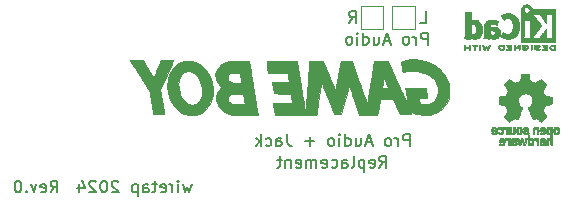
<source format=gbr>
%TF.GenerationSoftware,KiCad,Pcbnew,(5.1.6)-1*%
%TF.CreationDate,2024-02-19T11:36:57-05:00*%
%TF.ProjectId,GB-DMG-Pro-Headphone-PCB,47422d44-4d47-42d5-9072-6f2d48656164,0*%
%TF.SameCoordinates,Original*%
%TF.FileFunction,Legend,Bot*%
%TF.FilePolarity,Positive*%
%FSLAX46Y46*%
G04 Gerber Fmt 4.6, Leading zero omitted, Abs format (unit mm)*
G04 Created by KiCad (PCBNEW (5.1.6)-1) date 2024-02-19 11:36:57*
%MOMM*%
%LPD*%
G01*
G04 APERTURE LIST*
%ADD10C,0.150000*%
%ADD11C,0.010000*%
%ADD12C,0.120000*%
G04 APERTURE END LIST*
D10*
X162432571Y-101290380D02*
X162432571Y-100290380D01*
X162051619Y-100290380D01*
X161956380Y-100338000D01*
X161908761Y-100385619D01*
X161861142Y-100480857D01*
X161861142Y-100623714D01*
X161908761Y-100718952D01*
X161956380Y-100766571D01*
X162051619Y-100814190D01*
X162432571Y-100814190D01*
X161432571Y-101290380D02*
X161432571Y-100623714D01*
X161432571Y-100814190D02*
X161384952Y-100718952D01*
X161337333Y-100671333D01*
X161242095Y-100623714D01*
X161146857Y-100623714D01*
X160670666Y-101290380D02*
X160765904Y-101242761D01*
X160813523Y-101195142D01*
X160861142Y-101099904D01*
X160861142Y-100814190D01*
X160813523Y-100718952D01*
X160765904Y-100671333D01*
X160670666Y-100623714D01*
X160527809Y-100623714D01*
X160432571Y-100671333D01*
X160384952Y-100718952D01*
X160337333Y-100814190D01*
X160337333Y-101099904D01*
X160384952Y-101195142D01*
X160432571Y-101242761D01*
X160527809Y-101290380D01*
X160670666Y-101290380D01*
X159194476Y-101004666D02*
X158718285Y-101004666D01*
X159289714Y-101290380D02*
X158956380Y-100290380D01*
X158623047Y-101290380D01*
X157861142Y-100623714D02*
X157861142Y-101290380D01*
X158289714Y-100623714D02*
X158289714Y-101147523D01*
X158242095Y-101242761D01*
X158146857Y-101290380D01*
X158004000Y-101290380D01*
X157908761Y-101242761D01*
X157861142Y-101195142D01*
X156956380Y-101290380D02*
X156956380Y-100290380D01*
X156956380Y-101242761D02*
X157051619Y-101290380D01*
X157242095Y-101290380D01*
X157337333Y-101242761D01*
X157384952Y-101195142D01*
X157432571Y-101099904D01*
X157432571Y-100814190D01*
X157384952Y-100718952D01*
X157337333Y-100671333D01*
X157242095Y-100623714D01*
X157051619Y-100623714D01*
X156956380Y-100671333D01*
X156480190Y-101290380D02*
X156480190Y-100623714D01*
X156480190Y-100290380D02*
X156527809Y-100338000D01*
X156480190Y-100385619D01*
X156432571Y-100338000D01*
X156480190Y-100290380D01*
X156480190Y-100385619D01*
X155861142Y-101290380D02*
X155956380Y-101242761D01*
X156004000Y-101195142D01*
X156051619Y-101099904D01*
X156051619Y-100814190D01*
X156004000Y-100718952D01*
X155956380Y-100671333D01*
X155861142Y-100623714D01*
X155718285Y-100623714D01*
X155623047Y-100671333D01*
X155575428Y-100718952D01*
X155527809Y-100814190D01*
X155527809Y-101099904D01*
X155575428Y-101195142D01*
X155623047Y-101242761D01*
X155718285Y-101290380D01*
X155861142Y-101290380D01*
X155773476Y-99448880D02*
X156106809Y-98972690D01*
X156344904Y-99448880D02*
X156344904Y-98448880D01*
X155963952Y-98448880D01*
X155868714Y-98496500D01*
X155821095Y-98544119D01*
X155773476Y-98639357D01*
X155773476Y-98782214D01*
X155821095Y-98877452D01*
X155868714Y-98925071D01*
X155963952Y-98972690D01*
X156344904Y-98972690D01*
X161805976Y-99448880D02*
X162282166Y-99448880D01*
X162282166Y-98448880D01*
X130500285Y-113799880D02*
X130833619Y-113323690D01*
X131071714Y-113799880D02*
X131071714Y-112799880D01*
X130690761Y-112799880D01*
X130595523Y-112847500D01*
X130547904Y-112895119D01*
X130500285Y-112990357D01*
X130500285Y-113133214D01*
X130547904Y-113228452D01*
X130595523Y-113276071D01*
X130690761Y-113323690D01*
X131071714Y-113323690D01*
X129690761Y-113752261D02*
X129786000Y-113799880D01*
X129976476Y-113799880D01*
X130071714Y-113752261D01*
X130119333Y-113657023D01*
X130119333Y-113276071D01*
X130071714Y-113180833D01*
X129976476Y-113133214D01*
X129786000Y-113133214D01*
X129690761Y-113180833D01*
X129643142Y-113276071D01*
X129643142Y-113371309D01*
X130119333Y-113466547D01*
X129309809Y-113133214D02*
X129071714Y-113799880D01*
X128833619Y-113133214D01*
X128452666Y-113704642D02*
X128405047Y-113752261D01*
X128452666Y-113799880D01*
X128500285Y-113752261D01*
X128452666Y-113704642D01*
X128452666Y-113799880D01*
X127786000Y-112799880D02*
X127690761Y-112799880D01*
X127595523Y-112847500D01*
X127547904Y-112895119D01*
X127500285Y-112990357D01*
X127452666Y-113180833D01*
X127452666Y-113418928D01*
X127500285Y-113609404D01*
X127547904Y-113704642D01*
X127595523Y-113752261D01*
X127690761Y-113799880D01*
X127786000Y-113799880D01*
X127881238Y-113752261D01*
X127928857Y-113704642D01*
X127976476Y-113609404D01*
X128024095Y-113418928D01*
X128024095Y-113180833D01*
X127976476Y-112990357D01*
X127928857Y-112895119D01*
X127881238Y-112847500D01*
X127786000Y-112799880D01*
X142437833Y-113133214D02*
X142247357Y-113799880D01*
X142056880Y-113323690D01*
X141866404Y-113799880D01*
X141675928Y-113133214D01*
X141294976Y-113799880D02*
X141294976Y-113133214D01*
X141294976Y-112799880D02*
X141342595Y-112847500D01*
X141294976Y-112895119D01*
X141247357Y-112847500D01*
X141294976Y-112799880D01*
X141294976Y-112895119D01*
X140818785Y-113799880D02*
X140818785Y-113133214D01*
X140818785Y-113323690D02*
X140771166Y-113228452D01*
X140723547Y-113180833D01*
X140628309Y-113133214D01*
X140533071Y-113133214D01*
X139818785Y-113752261D02*
X139914023Y-113799880D01*
X140104500Y-113799880D01*
X140199738Y-113752261D01*
X140247357Y-113657023D01*
X140247357Y-113276071D01*
X140199738Y-113180833D01*
X140104500Y-113133214D01*
X139914023Y-113133214D01*
X139818785Y-113180833D01*
X139771166Y-113276071D01*
X139771166Y-113371309D01*
X140247357Y-113466547D01*
X139485452Y-113133214D02*
X139104500Y-113133214D01*
X139342595Y-112799880D02*
X139342595Y-113657023D01*
X139294976Y-113752261D01*
X139199738Y-113799880D01*
X139104500Y-113799880D01*
X138342595Y-113799880D02*
X138342595Y-113276071D01*
X138390214Y-113180833D01*
X138485452Y-113133214D01*
X138675928Y-113133214D01*
X138771166Y-113180833D01*
X138342595Y-113752261D02*
X138437833Y-113799880D01*
X138675928Y-113799880D01*
X138771166Y-113752261D01*
X138818785Y-113657023D01*
X138818785Y-113561785D01*
X138771166Y-113466547D01*
X138675928Y-113418928D01*
X138437833Y-113418928D01*
X138342595Y-113371309D01*
X137866404Y-113133214D02*
X137866404Y-114133214D01*
X137866404Y-113180833D02*
X137771166Y-113133214D01*
X137580690Y-113133214D01*
X137485452Y-113180833D01*
X137437833Y-113228452D01*
X137390214Y-113323690D01*
X137390214Y-113609404D01*
X137437833Y-113704642D01*
X137485452Y-113752261D01*
X137580690Y-113799880D01*
X137771166Y-113799880D01*
X137866404Y-113752261D01*
X136247357Y-112895119D02*
X136199738Y-112847500D01*
X136104500Y-112799880D01*
X135866404Y-112799880D01*
X135771166Y-112847500D01*
X135723547Y-112895119D01*
X135675928Y-112990357D01*
X135675928Y-113085595D01*
X135723547Y-113228452D01*
X136294976Y-113799880D01*
X135675928Y-113799880D01*
X135056880Y-112799880D02*
X134961642Y-112799880D01*
X134866404Y-112847500D01*
X134818785Y-112895119D01*
X134771166Y-112990357D01*
X134723547Y-113180833D01*
X134723547Y-113418928D01*
X134771166Y-113609404D01*
X134818785Y-113704642D01*
X134866404Y-113752261D01*
X134961642Y-113799880D01*
X135056880Y-113799880D01*
X135152119Y-113752261D01*
X135199738Y-113704642D01*
X135247357Y-113609404D01*
X135294976Y-113418928D01*
X135294976Y-113180833D01*
X135247357Y-112990357D01*
X135199738Y-112895119D01*
X135152119Y-112847500D01*
X135056880Y-112799880D01*
X134342595Y-112895119D02*
X134294976Y-112847500D01*
X134199738Y-112799880D01*
X133961642Y-112799880D01*
X133866404Y-112847500D01*
X133818785Y-112895119D01*
X133771166Y-112990357D01*
X133771166Y-113085595D01*
X133818785Y-113228452D01*
X134390214Y-113799880D01*
X133771166Y-113799880D01*
X132914023Y-113133214D02*
X132914023Y-113799880D01*
X133152119Y-112752261D02*
X133390214Y-113466547D01*
X132771166Y-113466547D01*
X158344690Y-111704380D02*
X158678023Y-111228190D01*
X158916119Y-111704380D02*
X158916119Y-110704380D01*
X158535166Y-110704380D01*
X158439928Y-110752000D01*
X158392309Y-110799619D01*
X158344690Y-110894857D01*
X158344690Y-111037714D01*
X158392309Y-111132952D01*
X158439928Y-111180571D01*
X158535166Y-111228190D01*
X158916119Y-111228190D01*
X157535166Y-111656761D02*
X157630404Y-111704380D01*
X157820880Y-111704380D01*
X157916119Y-111656761D01*
X157963738Y-111561523D01*
X157963738Y-111180571D01*
X157916119Y-111085333D01*
X157820880Y-111037714D01*
X157630404Y-111037714D01*
X157535166Y-111085333D01*
X157487547Y-111180571D01*
X157487547Y-111275809D01*
X157963738Y-111371047D01*
X157058976Y-111037714D02*
X157058976Y-112037714D01*
X157058976Y-111085333D02*
X156963738Y-111037714D01*
X156773261Y-111037714D01*
X156678023Y-111085333D01*
X156630404Y-111132952D01*
X156582785Y-111228190D01*
X156582785Y-111513904D01*
X156630404Y-111609142D01*
X156678023Y-111656761D01*
X156773261Y-111704380D01*
X156963738Y-111704380D01*
X157058976Y-111656761D01*
X156011357Y-111704380D02*
X156106595Y-111656761D01*
X156154214Y-111561523D01*
X156154214Y-110704380D01*
X155201833Y-111704380D02*
X155201833Y-111180571D01*
X155249452Y-111085333D01*
X155344690Y-111037714D01*
X155535166Y-111037714D01*
X155630404Y-111085333D01*
X155201833Y-111656761D02*
X155297071Y-111704380D01*
X155535166Y-111704380D01*
X155630404Y-111656761D01*
X155678023Y-111561523D01*
X155678023Y-111466285D01*
X155630404Y-111371047D01*
X155535166Y-111323428D01*
X155297071Y-111323428D01*
X155201833Y-111275809D01*
X154297071Y-111656761D02*
X154392309Y-111704380D01*
X154582785Y-111704380D01*
X154678023Y-111656761D01*
X154725642Y-111609142D01*
X154773261Y-111513904D01*
X154773261Y-111228190D01*
X154725642Y-111132952D01*
X154678023Y-111085333D01*
X154582785Y-111037714D01*
X154392309Y-111037714D01*
X154297071Y-111085333D01*
X153487547Y-111656761D02*
X153582785Y-111704380D01*
X153773261Y-111704380D01*
X153868500Y-111656761D01*
X153916119Y-111561523D01*
X153916119Y-111180571D01*
X153868500Y-111085333D01*
X153773261Y-111037714D01*
X153582785Y-111037714D01*
X153487547Y-111085333D01*
X153439928Y-111180571D01*
X153439928Y-111275809D01*
X153916119Y-111371047D01*
X153011357Y-111704380D02*
X153011357Y-111037714D01*
X153011357Y-111132952D02*
X152963738Y-111085333D01*
X152868499Y-111037714D01*
X152725642Y-111037714D01*
X152630404Y-111085333D01*
X152582785Y-111180571D01*
X152582785Y-111704380D01*
X152582785Y-111180571D02*
X152535166Y-111085333D01*
X152439928Y-111037714D01*
X152297071Y-111037714D01*
X152201833Y-111085333D01*
X152154214Y-111180571D01*
X152154214Y-111704380D01*
X151297071Y-111656761D02*
X151392309Y-111704380D01*
X151582785Y-111704380D01*
X151678023Y-111656761D01*
X151725642Y-111561523D01*
X151725642Y-111180571D01*
X151678023Y-111085333D01*
X151582785Y-111037714D01*
X151392309Y-111037714D01*
X151297071Y-111085333D01*
X151249452Y-111180571D01*
X151249452Y-111275809D01*
X151725642Y-111371047D01*
X150820880Y-111037714D02*
X150820880Y-111704380D01*
X150820880Y-111132952D02*
X150773261Y-111085333D01*
X150678023Y-111037714D01*
X150535166Y-111037714D01*
X150439928Y-111085333D01*
X150392309Y-111180571D01*
X150392309Y-111704380D01*
X150058976Y-111037714D02*
X149678023Y-111037714D01*
X149916119Y-110704380D02*
X149916119Y-111561523D01*
X149868500Y-111656761D01*
X149773261Y-111704380D01*
X149678023Y-111704380D01*
X160908190Y-109862880D02*
X160908190Y-108862880D01*
X160527238Y-108862880D01*
X160432000Y-108910500D01*
X160384380Y-108958119D01*
X160336761Y-109053357D01*
X160336761Y-109196214D01*
X160384380Y-109291452D01*
X160432000Y-109339071D01*
X160527238Y-109386690D01*
X160908190Y-109386690D01*
X159908190Y-109862880D02*
X159908190Y-109196214D01*
X159908190Y-109386690D02*
X159860571Y-109291452D01*
X159812952Y-109243833D01*
X159717714Y-109196214D01*
X159622476Y-109196214D01*
X159146285Y-109862880D02*
X159241523Y-109815261D01*
X159289142Y-109767642D01*
X159336761Y-109672404D01*
X159336761Y-109386690D01*
X159289142Y-109291452D01*
X159241523Y-109243833D01*
X159146285Y-109196214D01*
X159003428Y-109196214D01*
X158908190Y-109243833D01*
X158860571Y-109291452D01*
X158812952Y-109386690D01*
X158812952Y-109672404D01*
X158860571Y-109767642D01*
X158908190Y-109815261D01*
X159003428Y-109862880D01*
X159146285Y-109862880D01*
X157670095Y-109577166D02*
X157193904Y-109577166D01*
X157765333Y-109862880D02*
X157432000Y-108862880D01*
X157098666Y-109862880D01*
X156336761Y-109196214D02*
X156336761Y-109862880D01*
X156765333Y-109196214D02*
X156765333Y-109720023D01*
X156717714Y-109815261D01*
X156622476Y-109862880D01*
X156479619Y-109862880D01*
X156384380Y-109815261D01*
X156336761Y-109767642D01*
X155432000Y-109862880D02*
X155432000Y-108862880D01*
X155432000Y-109815261D02*
X155527238Y-109862880D01*
X155717714Y-109862880D01*
X155812952Y-109815261D01*
X155860571Y-109767642D01*
X155908190Y-109672404D01*
X155908190Y-109386690D01*
X155860571Y-109291452D01*
X155812952Y-109243833D01*
X155717714Y-109196214D01*
X155527238Y-109196214D01*
X155432000Y-109243833D01*
X154955809Y-109862880D02*
X154955809Y-109196214D01*
X154955809Y-108862880D02*
X155003428Y-108910500D01*
X154955809Y-108958119D01*
X154908190Y-108910500D01*
X154955809Y-108862880D01*
X154955809Y-108958119D01*
X154336761Y-109862880D02*
X154432000Y-109815261D01*
X154479619Y-109767642D01*
X154527238Y-109672404D01*
X154527238Y-109386690D01*
X154479619Y-109291452D01*
X154432000Y-109243833D01*
X154336761Y-109196214D01*
X154193904Y-109196214D01*
X154098666Y-109243833D01*
X154051047Y-109291452D01*
X154003428Y-109386690D01*
X154003428Y-109672404D01*
X154051047Y-109767642D01*
X154098666Y-109815261D01*
X154193904Y-109862880D01*
X154336761Y-109862880D01*
X152812952Y-109481928D02*
X152051047Y-109481928D01*
X152432000Y-109862880D02*
X152432000Y-109100976D01*
X150527238Y-108862880D02*
X150527238Y-109577166D01*
X150574857Y-109720023D01*
X150670095Y-109815261D01*
X150812952Y-109862880D01*
X150908190Y-109862880D01*
X149622476Y-109862880D02*
X149622476Y-109339071D01*
X149670095Y-109243833D01*
X149765333Y-109196214D01*
X149955809Y-109196214D01*
X150051047Y-109243833D01*
X149622476Y-109815261D02*
X149717714Y-109862880D01*
X149955809Y-109862880D01*
X150051047Y-109815261D01*
X150098666Y-109720023D01*
X150098666Y-109624785D01*
X150051047Y-109529547D01*
X149955809Y-109481928D01*
X149717714Y-109481928D01*
X149622476Y-109434309D01*
X148717714Y-109815261D02*
X148812952Y-109862880D01*
X149003428Y-109862880D01*
X149098666Y-109815261D01*
X149146285Y-109767642D01*
X149193904Y-109672404D01*
X149193904Y-109386690D01*
X149146285Y-109291452D01*
X149098666Y-109243833D01*
X149003428Y-109196214D01*
X148812952Y-109196214D01*
X148717714Y-109243833D01*
X148289142Y-109862880D02*
X148289142Y-108862880D01*
X148193904Y-109481928D02*
X147908190Y-109862880D01*
X147908190Y-109196214D02*
X148289142Y-109577166D01*
D11*
%TO.C,G\u002A\u002A\u002A*%
G36*
X173063609Y-101286353D02*
G01*
X173040510Y-101287337D01*
X172976085Y-101291490D01*
X172929524Y-101297492D01*
X172893294Y-101306932D01*
X172859861Y-101321399D01*
X172847047Y-101328150D01*
X172788570Y-101372445D01*
X172750673Y-101428314D01*
X172734656Y-101491806D01*
X172741820Y-101558969D01*
X172757746Y-101599305D01*
X172801553Y-101660231D01*
X172860040Y-101700601D01*
X172896283Y-101713339D01*
X172938343Y-101720999D01*
X172991623Y-101726302D01*
X173049382Y-101729128D01*
X173104881Y-101729357D01*
X173151380Y-101726869D01*
X173182137Y-101721544D01*
X173188597Y-101718539D01*
X173197090Y-101699916D01*
X173203605Y-101661524D01*
X173208127Y-101608810D01*
X173210638Y-101547219D01*
X173210983Y-101500769D01*
X173126400Y-101500769D01*
X173125573Y-101556669D01*
X173123339Y-101602871D01*
X173120067Y-101633629D01*
X173117226Y-101643041D01*
X173098194Y-101647892D01*
X173061984Y-101647156D01*
X173015931Y-101641889D01*
X172967373Y-101633149D01*
X172923647Y-101621991D01*
X172895050Y-101611042D01*
X172848808Y-101577330D01*
X172824431Y-101535892D01*
X172823111Y-101490300D01*
X172841421Y-101450353D01*
X172874897Y-101417385D01*
X172923928Y-101394390D01*
X172992186Y-101379923D01*
X173030771Y-101375756D01*
X173126400Y-101367672D01*
X173126400Y-101500769D01*
X173210983Y-101500769D01*
X173211121Y-101482196D01*
X173209560Y-101419188D01*
X173205939Y-101363639D01*
X173200239Y-101320995D01*
X173192445Y-101296701D01*
X173189900Y-101293940D01*
X173167516Y-101288256D01*
X173124039Y-101285666D01*
X173063609Y-101286353D01*
G37*
X173063609Y-101286353D02*
X173040510Y-101287337D01*
X172976085Y-101291490D01*
X172929524Y-101297492D01*
X172893294Y-101306932D01*
X172859861Y-101321399D01*
X172847047Y-101328150D01*
X172788570Y-101372445D01*
X172750673Y-101428314D01*
X172734656Y-101491806D01*
X172741820Y-101558969D01*
X172757746Y-101599305D01*
X172801553Y-101660231D01*
X172860040Y-101700601D01*
X172896283Y-101713339D01*
X172938343Y-101720999D01*
X172991623Y-101726302D01*
X173049382Y-101729128D01*
X173104881Y-101729357D01*
X173151380Y-101726869D01*
X173182137Y-101721544D01*
X173188597Y-101718539D01*
X173197090Y-101699916D01*
X173203605Y-101661524D01*
X173208127Y-101608810D01*
X173210638Y-101547219D01*
X173210983Y-101500769D01*
X173126400Y-101500769D01*
X173125573Y-101556669D01*
X173123339Y-101602871D01*
X173120067Y-101633629D01*
X173117226Y-101643041D01*
X173098194Y-101647892D01*
X173061984Y-101647156D01*
X173015931Y-101641889D01*
X172967373Y-101633149D01*
X172923647Y-101621991D01*
X172895050Y-101611042D01*
X172848808Y-101577330D01*
X172824431Y-101535892D01*
X172823111Y-101490300D01*
X172841421Y-101450353D01*
X172874897Y-101417385D01*
X172923928Y-101394390D01*
X172992186Y-101379923D01*
X173030771Y-101375756D01*
X173126400Y-101367672D01*
X173126400Y-101500769D01*
X173210983Y-101500769D01*
X173211121Y-101482196D01*
X173209560Y-101419188D01*
X173205939Y-101363639D01*
X173200239Y-101320995D01*
X173192445Y-101296701D01*
X173189900Y-101293940D01*
X173167516Y-101288256D01*
X173124039Y-101285666D01*
X173063609Y-101286353D01*
G36*
X171165171Y-101290254D02*
G01*
X171157630Y-101296388D01*
X171152218Y-101310491D01*
X171148602Y-101336146D01*
X171146449Y-101376936D01*
X171145427Y-101436442D01*
X171145200Y-101505661D01*
X171145401Y-101583085D01*
X171146289Y-101638956D01*
X171148292Y-101677124D01*
X171151842Y-101701434D01*
X171157366Y-101715735D01*
X171165294Y-101723873D01*
X171169849Y-101726597D01*
X171191387Y-101732189D01*
X171209385Y-101718187D01*
X171214299Y-101711518D01*
X171222433Y-101694704D01*
X171228108Y-101668651D01*
X171231696Y-101629308D01*
X171233569Y-101572622D01*
X171234100Y-101496021D01*
X171233854Y-101422954D01*
X171232781Y-101371213D01*
X171230386Y-101336725D01*
X171226170Y-101315417D01*
X171219636Y-101303217D01*
X171210286Y-101296052D01*
X171209621Y-101295692D01*
X171181005Y-101288241D01*
X171165171Y-101290254D01*
G37*
X171165171Y-101290254D02*
X171157630Y-101296388D01*
X171152218Y-101310491D01*
X171148602Y-101336146D01*
X171146449Y-101376936D01*
X171145427Y-101436442D01*
X171145200Y-101505661D01*
X171145401Y-101583085D01*
X171146289Y-101638956D01*
X171148292Y-101677124D01*
X171151842Y-101701434D01*
X171157366Y-101715735D01*
X171165294Y-101723873D01*
X171169849Y-101726597D01*
X171191387Y-101732189D01*
X171209385Y-101718187D01*
X171214299Y-101711518D01*
X171222433Y-101694704D01*
X171228108Y-101668651D01*
X171231696Y-101629308D01*
X171233569Y-101572622D01*
X171234100Y-101496021D01*
X171233854Y-101422954D01*
X171232781Y-101371213D01*
X171230386Y-101336725D01*
X171226170Y-101315417D01*
X171219636Y-101303217D01*
X171210286Y-101296052D01*
X171209621Y-101295692D01*
X171181005Y-101288241D01*
X171165171Y-101290254D01*
G36*
X170152624Y-101290681D02*
G01*
X170125055Y-101312936D01*
X170085175Y-101346701D01*
X170036253Y-101389219D01*
X169993164Y-101427358D01*
X169830750Y-101572217D01*
X169824400Y-101446855D01*
X169818570Y-101373829D01*
X169809076Y-101324085D01*
X169794952Y-101295649D01*
X169775231Y-101286547D01*
X169749682Y-101294407D01*
X169738984Y-101301582D01*
X169731574Y-101312525D01*
X169726850Y-101331498D01*
X169724214Y-101362763D01*
X169723064Y-101410584D01*
X169722801Y-101479221D01*
X169722800Y-101485320D01*
X169723908Y-101573279D01*
X169727577Y-101638570D01*
X169734325Y-101683840D01*
X169744673Y-101711740D01*
X169759138Y-101724918D01*
X169770111Y-101726859D01*
X169786763Y-101718630D01*
X169818321Y-101695970D01*
X169861119Y-101661773D01*
X169911486Y-101618931D01*
X169947277Y-101587159D01*
X169999355Y-101540476D01*
X170044706Y-101500426D01*
X170080069Y-101469843D01*
X170102180Y-101451561D01*
X170108012Y-101447600D01*
X170110987Y-101459399D01*
X170114120Y-101491207D01*
X170116965Y-101537641D01*
X170118485Y-101574172D01*
X170123075Y-101647675D01*
X170131427Y-101697585D01*
X170144295Y-101725530D01*
X170162435Y-101733138D01*
X170186601Y-101722036D01*
X170186928Y-101721797D01*
X170196373Y-101713022D01*
X170203075Y-101700041D01*
X170207499Y-101678805D01*
X170210108Y-101645263D01*
X170211367Y-101595367D01*
X170211741Y-101525067D01*
X170211750Y-101505310D01*
X170211345Y-101427516D01*
X170209908Y-101371490D01*
X170207113Y-101333610D01*
X170202631Y-101310254D01*
X170196134Y-101297799D01*
X170192700Y-101294931D01*
X170171637Y-101284392D01*
X170164614Y-101282694D01*
X170152624Y-101290681D01*
G37*
X170152624Y-101290681D02*
X170125055Y-101312936D01*
X170085175Y-101346701D01*
X170036253Y-101389219D01*
X169993164Y-101427358D01*
X169830750Y-101572217D01*
X169824400Y-101446855D01*
X169818570Y-101373829D01*
X169809076Y-101324085D01*
X169794952Y-101295649D01*
X169775231Y-101286547D01*
X169749682Y-101294407D01*
X169738984Y-101301582D01*
X169731574Y-101312525D01*
X169726850Y-101331498D01*
X169724214Y-101362763D01*
X169723064Y-101410584D01*
X169722801Y-101479221D01*
X169722800Y-101485320D01*
X169723908Y-101573279D01*
X169727577Y-101638570D01*
X169734325Y-101683840D01*
X169744673Y-101711740D01*
X169759138Y-101724918D01*
X169770111Y-101726859D01*
X169786763Y-101718630D01*
X169818321Y-101695970D01*
X169861119Y-101661773D01*
X169911486Y-101618931D01*
X169947277Y-101587159D01*
X169999355Y-101540476D01*
X170044706Y-101500426D01*
X170080069Y-101469843D01*
X170102180Y-101451561D01*
X170108012Y-101447600D01*
X170110987Y-101459399D01*
X170114120Y-101491207D01*
X170116965Y-101537641D01*
X170118485Y-101574172D01*
X170123075Y-101647675D01*
X170131427Y-101697585D01*
X170144295Y-101725530D01*
X170162435Y-101733138D01*
X170186601Y-101722036D01*
X170186928Y-101721797D01*
X170196373Y-101713022D01*
X170203075Y-101700041D01*
X170207499Y-101678805D01*
X170210108Y-101645263D01*
X170211367Y-101595367D01*
X170211741Y-101525067D01*
X170211750Y-101505310D01*
X170211345Y-101427516D01*
X170209908Y-101371490D01*
X170207113Y-101333610D01*
X170202631Y-101310254D01*
X170196134Y-101297799D01*
X170192700Y-101294931D01*
X170171637Y-101284392D01*
X170164614Y-101282694D01*
X170152624Y-101290681D01*
G36*
X168728837Y-101285256D02*
G01*
X168707023Y-101286525D01*
X168624741Y-101293319D01*
X168562600Y-101303238D01*
X168515387Y-101317855D01*
X168477891Y-101338743D01*
X168447472Y-101364874D01*
X168404373Y-101422368D01*
X168382275Y-101485315D01*
X168382410Y-101544435D01*
X168401798Y-101592121D01*
X168438448Y-101640129D01*
X168485437Y-101681015D01*
X168532983Y-101706351D01*
X168571759Y-101716315D01*
X168622831Y-101724233D01*
X168679988Y-101729794D01*
X168737015Y-101732684D01*
X168787702Y-101732592D01*
X168825833Y-101729206D01*
X168845198Y-101722213D01*
X168845340Y-101722048D01*
X168851341Y-101702150D01*
X168855820Y-101662481D01*
X168858785Y-101608624D01*
X168860244Y-101546160D01*
X168860219Y-101500809D01*
X168770300Y-101500809D01*
X168769748Y-101556299D01*
X168768255Y-101601691D01*
X168766067Y-101631406D01*
X168764143Y-101640024D01*
X168747750Y-101643224D01*
X168714056Y-101642951D01*
X168670826Y-101639858D01*
X168625819Y-101634601D01*
X168586800Y-101627834D01*
X168570691Y-101623702D01*
X168536373Y-101605846D01*
X168502611Y-101577209D01*
X168476600Y-101545167D01*
X168465533Y-101517095D01*
X168465500Y-101515844D01*
X168475979Y-101476362D01*
X168502601Y-101436847D01*
X168538144Y-101407227D01*
X168548096Y-101402312D01*
X168583094Y-101391889D01*
X168632297Y-101382294D01*
X168680603Y-101376089D01*
X168770300Y-101367752D01*
X168770300Y-101500809D01*
X168860219Y-101500809D01*
X168860207Y-101480673D01*
X168858680Y-101417744D01*
X168855674Y-101362958D01*
X168851196Y-101321895D01*
X168845255Y-101300139D01*
X168844703Y-101299383D01*
X168832756Y-101289928D01*
X168812946Y-101284747D01*
X168780048Y-101283352D01*
X168728837Y-101285256D01*
G37*
X168728837Y-101285256D02*
X168707023Y-101286525D01*
X168624741Y-101293319D01*
X168562600Y-101303238D01*
X168515387Y-101317855D01*
X168477891Y-101338743D01*
X168447472Y-101364874D01*
X168404373Y-101422368D01*
X168382275Y-101485315D01*
X168382410Y-101544435D01*
X168401798Y-101592121D01*
X168438448Y-101640129D01*
X168485437Y-101681015D01*
X168532983Y-101706351D01*
X168571759Y-101716315D01*
X168622831Y-101724233D01*
X168679988Y-101729794D01*
X168737015Y-101732684D01*
X168787702Y-101732592D01*
X168825833Y-101729206D01*
X168845198Y-101722213D01*
X168845340Y-101722048D01*
X168851341Y-101702150D01*
X168855820Y-101662481D01*
X168858785Y-101608624D01*
X168860244Y-101546160D01*
X168860219Y-101500809D01*
X168770300Y-101500809D01*
X168769748Y-101556299D01*
X168768255Y-101601691D01*
X168766067Y-101631406D01*
X168764143Y-101640024D01*
X168747750Y-101643224D01*
X168714056Y-101642951D01*
X168670826Y-101639858D01*
X168625819Y-101634601D01*
X168586800Y-101627834D01*
X168570691Y-101623702D01*
X168536373Y-101605846D01*
X168502611Y-101577209D01*
X168476600Y-101545167D01*
X168465533Y-101517095D01*
X168465500Y-101515844D01*
X168475979Y-101476362D01*
X168502601Y-101436847D01*
X168538144Y-101407227D01*
X168548096Y-101402312D01*
X168583094Y-101391889D01*
X168632297Y-101382294D01*
X168680603Y-101376089D01*
X168770300Y-101367752D01*
X168770300Y-101500809D01*
X168860219Y-101500809D01*
X168860207Y-101480673D01*
X168858680Y-101417744D01*
X168855674Y-101362958D01*
X168851196Y-101321895D01*
X168845255Y-101300139D01*
X168844703Y-101299383D01*
X168832756Y-101289928D01*
X168812946Y-101284747D01*
X168780048Y-101283352D01*
X168728837Y-101285256D01*
G36*
X167056771Y-101290381D02*
G01*
X167048356Y-101296108D01*
X167038220Y-101307912D01*
X167034191Y-101324105D01*
X167037220Y-101347899D01*
X167048262Y-101382507D01*
X167068270Y-101431141D01*
X167098198Y-101497016D01*
X167124690Y-101553271D01*
X167157155Y-101620843D01*
X167181330Y-101668486D01*
X167199331Y-101699443D01*
X167213277Y-101716953D01*
X167225284Y-101724259D01*
X167236676Y-101724721D01*
X167257568Y-101714135D01*
X167280856Y-101686035D01*
X167309248Y-101637139D01*
X167309918Y-101635866D01*
X167332498Y-101593874D01*
X167351135Y-101560969D01*
X167362251Y-101543434D01*
X167363039Y-101542528D01*
X167372669Y-101548230D01*
X167389130Y-101571652D01*
X167405825Y-101601912D01*
X167436860Y-101659621D01*
X167464746Y-101704155D01*
X167487045Y-101731934D01*
X167499610Y-101739700D01*
X167515708Y-101731100D01*
X167523843Y-101722887D01*
X167536014Y-101702661D01*
X167557874Y-101659842D01*
X167589070Y-101595166D01*
X167629246Y-101509368D01*
X167678047Y-101403184D01*
X167679194Y-101400671D01*
X167693942Y-101364589D01*
X167702571Y-101336212D01*
X167703500Y-101329201D01*
X167693160Y-101303858D01*
X167669488Y-101288923D01*
X167648941Y-101289613D01*
X167640281Y-101293963D01*
X167631814Y-101302157D01*
X167621597Y-101317739D01*
X167607690Y-101344248D01*
X167588151Y-101385228D01*
X167561037Y-101444220D01*
X167545604Y-101478125D01*
X167524288Y-101521889D01*
X167506009Y-101553753D01*
X167493598Y-101569014D01*
X167490727Y-101569259D01*
X167480678Y-101554172D01*
X167462655Y-101522845D01*
X167440292Y-101481628D01*
X167436918Y-101475233D01*
X167406910Y-101423440D01*
X167381951Y-101395718D01*
X167358985Y-101392068D01*
X167334954Y-101412489D01*
X167306801Y-101456981D01*
X167296983Y-101475233D01*
X167274406Y-101517222D01*
X167255775Y-101550120D01*
X167244667Y-101567647D01*
X167243880Y-101568553D01*
X167235483Y-101561253D01*
X167219047Y-101535013D01*
X167196992Y-101494043D01*
X167173211Y-101445669D01*
X167139408Y-101376616D01*
X167112820Y-101328905D01*
X167091489Y-101300192D01*
X167073459Y-101288132D01*
X167056771Y-101290381D01*
G37*
X167056771Y-101290381D02*
X167048356Y-101296108D01*
X167038220Y-101307912D01*
X167034191Y-101324105D01*
X167037220Y-101347899D01*
X167048262Y-101382507D01*
X167068270Y-101431141D01*
X167098198Y-101497016D01*
X167124690Y-101553271D01*
X167157155Y-101620843D01*
X167181330Y-101668486D01*
X167199331Y-101699443D01*
X167213277Y-101716953D01*
X167225284Y-101724259D01*
X167236676Y-101724721D01*
X167257568Y-101714135D01*
X167280856Y-101686035D01*
X167309248Y-101637139D01*
X167309918Y-101635866D01*
X167332498Y-101593874D01*
X167351135Y-101560969D01*
X167362251Y-101543434D01*
X167363039Y-101542528D01*
X167372669Y-101548230D01*
X167389130Y-101571652D01*
X167405825Y-101601912D01*
X167436860Y-101659621D01*
X167464746Y-101704155D01*
X167487045Y-101731934D01*
X167499610Y-101739700D01*
X167515708Y-101731100D01*
X167523843Y-101722887D01*
X167536014Y-101702661D01*
X167557874Y-101659842D01*
X167589070Y-101595166D01*
X167629246Y-101509368D01*
X167678047Y-101403184D01*
X167679194Y-101400671D01*
X167693942Y-101364589D01*
X167702571Y-101336212D01*
X167703500Y-101329201D01*
X167693160Y-101303858D01*
X167669488Y-101288923D01*
X167648941Y-101289613D01*
X167640281Y-101293963D01*
X167631814Y-101302157D01*
X167621597Y-101317739D01*
X167607690Y-101344248D01*
X167588151Y-101385228D01*
X167561037Y-101444220D01*
X167545604Y-101478125D01*
X167524288Y-101521889D01*
X167506009Y-101553753D01*
X167493598Y-101569014D01*
X167490727Y-101569259D01*
X167480678Y-101554172D01*
X167462655Y-101522845D01*
X167440292Y-101481628D01*
X167436918Y-101475233D01*
X167406910Y-101423440D01*
X167381951Y-101395718D01*
X167358985Y-101392068D01*
X167334954Y-101412489D01*
X167306801Y-101456981D01*
X167296983Y-101475233D01*
X167274406Y-101517222D01*
X167255775Y-101550120D01*
X167244667Y-101567647D01*
X167243880Y-101568553D01*
X167235483Y-101561253D01*
X167219047Y-101535013D01*
X167196992Y-101494043D01*
X167173211Y-101445669D01*
X167139408Y-101376616D01*
X167112820Y-101328905D01*
X167091489Y-101300192D01*
X167073459Y-101288132D01*
X167056771Y-101290381D01*
G36*
X166787311Y-101289417D02*
G01*
X166778535Y-101293994D01*
X166772240Y-101303762D01*
X166768020Y-101322446D01*
X166765467Y-101353768D01*
X166764173Y-101401452D01*
X166763730Y-101469224D01*
X166763700Y-101505158D01*
X166763948Y-101583118D01*
X166764949Y-101639461D01*
X166767090Y-101677970D01*
X166770759Y-101702427D01*
X166776342Y-101716612D01*
X166784227Y-101724308D01*
X166786253Y-101725476D01*
X166818785Y-101729959D01*
X166830703Y-101725292D01*
X166838921Y-101718143D01*
X166844811Y-101704827D01*
X166848748Y-101681574D01*
X166851108Y-101644614D01*
X166852266Y-101590178D01*
X166852598Y-101514498D01*
X166852600Y-101505477D01*
X166852318Y-101427344D01*
X166851234Y-101370960D01*
X166848997Y-101332676D01*
X166845254Y-101308845D01*
X166839652Y-101295819D01*
X166831839Y-101289950D01*
X166831761Y-101289920D01*
X166802027Y-101286741D01*
X166787311Y-101289417D01*
G37*
X166787311Y-101289417D02*
X166778535Y-101293994D01*
X166772240Y-101303762D01*
X166768020Y-101322446D01*
X166765467Y-101353768D01*
X166764173Y-101401452D01*
X166763730Y-101469224D01*
X166763700Y-101505158D01*
X166763948Y-101583118D01*
X166764949Y-101639461D01*
X166767090Y-101677970D01*
X166770759Y-101702427D01*
X166776342Y-101716612D01*
X166784227Y-101724308D01*
X166786253Y-101725476D01*
X166818785Y-101729959D01*
X166830703Y-101725292D01*
X166838921Y-101718143D01*
X166844811Y-101704827D01*
X166848748Y-101681574D01*
X166851108Y-101644614D01*
X166852266Y-101590178D01*
X166852598Y-101514498D01*
X166852600Y-101505477D01*
X166852318Y-101427344D01*
X166851234Y-101370960D01*
X166848997Y-101332676D01*
X166845254Y-101308845D01*
X166839652Y-101295819D01*
X166831839Y-101289950D01*
X166831761Y-101289920D01*
X166802027Y-101286741D01*
X166787311Y-101289417D01*
G36*
X166384320Y-101285195D02*
G01*
X166371383Y-101285389D01*
X166147750Y-101288850D01*
X166147750Y-101365050D01*
X166338250Y-101377750D01*
X166341785Y-101544768D01*
X166344427Y-101623414D01*
X166349054Y-101679102D01*
X166356491Y-101714250D01*
X166367565Y-101731274D01*
X166383101Y-101732590D01*
X166402282Y-101721832D01*
X166412265Y-101711628D01*
X166419381Y-101695117D01*
X166424324Y-101667894D01*
X166427790Y-101625554D01*
X166430473Y-101563691D01*
X166431316Y-101537897D01*
X166436504Y-101371400D01*
X166523046Y-101371400D01*
X166569759Y-101370504D01*
X166597169Y-101366706D01*
X166611343Y-101358343D01*
X166617844Y-101345390D01*
X166622522Y-101324061D01*
X166619260Y-101308129D01*
X166605215Y-101296902D01*
X166577542Y-101289687D01*
X166533398Y-101285793D01*
X166469939Y-101284526D01*
X166384320Y-101285195D01*
G37*
X166384320Y-101285195D02*
X166371383Y-101285389D01*
X166147750Y-101288850D01*
X166147750Y-101365050D01*
X166338250Y-101377750D01*
X166341785Y-101544768D01*
X166344427Y-101623414D01*
X166349054Y-101679102D01*
X166356491Y-101714250D01*
X166367565Y-101731274D01*
X166383101Y-101732590D01*
X166402282Y-101721832D01*
X166412265Y-101711628D01*
X166419381Y-101695117D01*
X166424324Y-101667894D01*
X166427790Y-101625554D01*
X166430473Y-101563691D01*
X166431316Y-101537897D01*
X166436504Y-101371400D01*
X166523046Y-101371400D01*
X166569759Y-101370504D01*
X166597169Y-101366706D01*
X166611343Y-101358343D01*
X166617844Y-101345390D01*
X166622522Y-101324061D01*
X166619260Y-101308129D01*
X166605215Y-101296902D01*
X166577542Y-101289687D01*
X166533398Y-101285793D01*
X166469939Y-101284526D01*
X166384320Y-101285195D01*
G36*
X165934872Y-101288365D02*
G01*
X165920058Y-101302457D01*
X165905393Y-101333500D01*
X165900116Y-101387610D01*
X165900100Y-101391357D01*
X165900100Y-101460300D01*
X165595300Y-101460300D01*
X165595300Y-101385655D01*
X165591254Y-101329800D01*
X165578716Y-101297241D01*
X165557095Y-101287132D01*
X165531732Y-101295236D01*
X165521416Y-101301882D01*
X165514231Y-101311638D01*
X165509729Y-101328541D01*
X165507465Y-101356631D01*
X165506992Y-101399947D01*
X165507864Y-101462528D01*
X165508695Y-101503760D01*
X165511360Y-101590325D01*
X165515693Y-101654006D01*
X165522395Y-101697303D01*
X165532168Y-101722714D01*
X165545715Y-101732738D01*
X165563738Y-101729872D01*
X165571234Y-101726286D01*
X165584757Y-101714510D01*
X165592150Y-101693245D01*
X165595038Y-101656085D01*
X165595300Y-101631303D01*
X165595300Y-101549200D01*
X165900100Y-101549200D01*
X165900100Y-101605523D01*
X165904726Y-101659854D01*
X165917167Y-101701642D01*
X165935270Y-101727486D01*
X165956882Y-101733983D01*
X165974753Y-101723467D01*
X165980985Y-101703807D01*
X165985464Y-101659439D01*
X165988149Y-101590998D01*
X165989000Y-101503568D01*
X165988688Y-101425506D01*
X165987525Y-101369229D01*
X165985171Y-101331125D01*
X165981286Y-101307584D01*
X165975530Y-101294995D01*
X165968912Y-101290208D01*
X165948301Y-101283604D01*
X165934872Y-101288365D01*
G37*
X165934872Y-101288365D02*
X165920058Y-101302457D01*
X165905393Y-101333500D01*
X165900116Y-101387610D01*
X165900100Y-101391357D01*
X165900100Y-101460300D01*
X165595300Y-101460300D01*
X165595300Y-101385655D01*
X165591254Y-101329800D01*
X165578716Y-101297241D01*
X165557095Y-101287132D01*
X165531732Y-101295236D01*
X165521416Y-101301882D01*
X165514231Y-101311638D01*
X165509729Y-101328541D01*
X165507465Y-101356631D01*
X165506992Y-101399947D01*
X165507864Y-101462528D01*
X165508695Y-101503760D01*
X165511360Y-101590325D01*
X165515693Y-101654006D01*
X165522395Y-101697303D01*
X165532168Y-101722714D01*
X165545715Y-101732738D01*
X165563738Y-101729872D01*
X165571234Y-101726286D01*
X165584757Y-101714510D01*
X165592150Y-101693245D01*
X165595038Y-101656085D01*
X165595300Y-101631303D01*
X165595300Y-101549200D01*
X165900100Y-101549200D01*
X165900100Y-101605523D01*
X165904726Y-101659854D01*
X165917167Y-101701642D01*
X165935270Y-101727486D01*
X165956882Y-101733983D01*
X165974753Y-101723467D01*
X165980985Y-101703807D01*
X165985464Y-101659439D01*
X165988149Y-101590998D01*
X165989000Y-101503568D01*
X165988688Y-101425506D01*
X165987525Y-101369229D01*
X165985171Y-101331125D01*
X165981286Y-101307584D01*
X165975530Y-101294995D01*
X165968912Y-101290208D01*
X165948301Y-101283604D01*
X165934872Y-101288365D01*
G36*
X172231443Y-101283570D02*
G01*
X172171851Y-101287300D01*
X172131837Y-101294471D01*
X172108522Y-101305862D01*
X172099032Y-101322253D01*
X172099643Y-101340489D01*
X172104039Y-101351569D01*
X172115234Y-101358946D01*
X172137850Y-101363550D01*
X172176511Y-101366308D01*
X172235840Y-101368150D01*
X172237549Y-101368190D01*
X172310816Y-101370312D01*
X172362444Y-101373366D01*
X172396197Y-101378425D01*
X172415835Y-101386561D01*
X172425120Y-101398846D01*
X172427815Y-101416353D01*
X172427900Y-101422441D01*
X172427900Y-101460300D01*
X172327856Y-101460300D01*
X172264625Y-101463029D01*
X172224345Y-101471787D01*
X172205099Y-101487426D01*
X172204969Y-101510799D01*
X172206243Y-101514415D01*
X172226644Y-101532495D01*
X172271233Y-101544054D01*
X172339627Y-101549004D01*
X172359638Y-101549200D01*
X172427900Y-101549200D01*
X172427900Y-101650041D01*
X172265975Y-101653595D01*
X172104050Y-101657150D01*
X172104050Y-101720650D01*
X172302596Y-101724139D01*
X172378770Y-101725184D01*
X172433289Y-101725011D01*
X172469882Y-101723315D01*
X172492278Y-101719790D01*
X172504205Y-101714131D01*
X172508971Y-101707226D01*
X172513258Y-101683082D01*
X172516027Y-101640787D01*
X172517375Y-101585828D01*
X172517402Y-101523694D01*
X172516208Y-101459870D01*
X172513892Y-101399845D01*
X172510553Y-101349107D01*
X172506291Y-101313143D01*
X172501561Y-101297740D01*
X172481961Y-101290504D01*
X172439439Y-101285617D01*
X172373107Y-101283009D01*
X172313488Y-101282500D01*
X172231443Y-101283570D01*
G37*
X172231443Y-101283570D02*
X172171851Y-101287300D01*
X172131837Y-101294471D01*
X172108522Y-101305862D01*
X172099032Y-101322253D01*
X172099643Y-101340489D01*
X172104039Y-101351569D01*
X172115234Y-101358946D01*
X172137850Y-101363550D01*
X172176511Y-101366308D01*
X172235840Y-101368150D01*
X172237549Y-101368190D01*
X172310816Y-101370312D01*
X172362444Y-101373366D01*
X172396197Y-101378425D01*
X172415835Y-101386561D01*
X172425120Y-101398846D01*
X172427815Y-101416353D01*
X172427900Y-101422441D01*
X172427900Y-101460300D01*
X172327856Y-101460300D01*
X172264625Y-101463029D01*
X172224345Y-101471787D01*
X172205099Y-101487426D01*
X172204969Y-101510799D01*
X172206243Y-101514415D01*
X172226644Y-101532495D01*
X172271233Y-101544054D01*
X172339627Y-101549004D01*
X172359638Y-101549200D01*
X172427900Y-101549200D01*
X172427900Y-101650041D01*
X172265975Y-101653595D01*
X172104050Y-101657150D01*
X172104050Y-101720650D01*
X172302596Y-101724139D01*
X172378770Y-101725184D01*
X172433289Y-101725011D01*
X172469882Y-101723315D01*
X172492278Y-101719790D01*
X172504205Y-101714131D01*
X172508971Y-101707226D01*
X172513258Y-101683082D01*
X172516027Y-101640787D01*
X172517375Y-101585828D01*
X172517402Y-101523694D01*
X172516208Y-101459870D01*
X172513892Y-101399845D01*
X172510553Y-101349107D01*
X172506291Y-101313143D01*
X172501561Y-101297740D01*
X172481961Y-101290504D01*
X172439439Y-101285617D01*
X172373107Y-101283009D01*
X172313488Y-101282500D01*
X172231443Y-101283570D01*
G36*
X171583749Y-101286973D02*
G01*
X171518482Y-101297019D01*
X171471651Y-101312393D01*
X171452781Y-101325076D01*
X171439658Y-101342238D01*
X171444720Y-101357866D01*
X171454083Y-101368894D01*
X171468960Y-101381630D01*
X171488250Y-101386939D01*
X171519419Y-101385727D01*
X171554834Y-101381120D01*
X171613565Y-101375950D01*
X171677452Y-101375544D01*
X171737500Y-101379521D01*
X171784711Y-101387501D01*
X171797126Y-101391391D01*
X171815910Y-101407811D01*
X171813906Y-101427847D01*
X171796075Y-101440119D01*
X171774604Y-101445470D01*
X171734734Y-101454285D01*
X171682991Y-101465146D01*
X171647097Y-101472431D01*
X171569602Y-101490470D01*
X171513782Y-101510020D01*
X171475914Y-101533039D01*
X171452277Y-101561485D01*
X171444365Y-101579097D01*
X171439466Y-101609338D01*
X171451538Y-101638412D01*
X171457968Y-101647650D01*
X171486446Y-101679693D01*
X171520306Y-101702126D01*
X171564294Y-101716389D01*
X171623154Y-101723920D01*
X171701632Y-101726159D01*
X171716700Y-101726120D01*
X171777811Y-101724614D01*
X171831809Y-101721174D01*
X171872287Y-101716334D01*
X171891325Y-101711499D01*
X171913562Y-101691167D01*
X171919346Y-101665461D01*
X171906695Y-101644200D01*
X171905125Y-101643167D01*
X171887254Y-101639837D01*
X171849530Y-101637526D01*
X171797487Y-101636443D01*
X171736850Y-101636795D01*
X171667243Y-101637346D01*
X171618443Y-101635783D01*
X171585916Y-101631681D01*
X171565125Y-101624613D01*
X171557950Y-101620019D01*
X171541257Y-101604078D01*
X171544814Y-101592890D01*
X171551600Y-101587878D01*
X171574533Y-101578318D01*
X171612211Y-101567737D01*
X171637325Y-101562236D01*
X171691529Y-101551649D01*
X171751008Y-101540048D01*
X171773977Y-101535573D01*
X171840412Y-101515159D01*
X171888160Y-101484393D01*
X171914894Y-101445177D01*
X171919900Y-101416452D01*
X171908239Y-101369052D01*
X171874270Y-101331232D01*
X171819518Y-101303784D01*
X171745507Y-101287502D01*
X171663452Y-101283053D01*
X171583749Y-101286973D01*
G37*
X171583749Y-101286973D02*
X171518482Y-101297019D01*
X171471651Y-101312393D01*
X171452781Y-101325076D01*
X171439658Y-101342238D01*
X171444720Y-101357866D01*
X171454083Y-101368894D01*
X171468960Y-101381630D01*
X171488250Y-101386939D01*
X171519419Y-101385727D01*
X171554834Y-101381120D01*
X171613565Y-101375950D01*
X171677452Y-101375544D01*
X171737500Y-101379521D01*
X171784711Y-101387501D01*
X171797126Y-101391391D01*
X171815910Y-101407811D01*
X171813906Y-101427847D01*
X171796075Y-101440119D01*
X171774604Y-101445470D01*
X171734734Y-101454285D01*
X171682991Y-101465146D01*
X171647097Y-101472431D01*
X171569602Y-101490470D01*
X171513782Y-101510020D01*
X171475914Y-101533039D01*
X171452277Y-101561485D01*
X171444365Y-101579097D01*
X171439466Y-101609338D01*
X171451538Y-101638412D01*
X171457968Y-101647650D01*
X171486446Y-101679693D01*
X171520306Y-101702126D01*
X171564294Y-101716389D01*
X171623154Y-101723920D01*
X171701632Y-101726159D01*
X171716700Y-101726120D01*
X171777811Y-101724614D01*
X171831809Y-101721174D01*
X171872287Y-101716334D01*
X171891325Y-101711499D01*
X171913562Y-101691167D01*
X171919346Y-101665461D01*
X171906695Y-101644200D01*
X171905125Y-101643167D01*
X171887254Y-101639837D01*
X171849530Y-101637526D01*
X171797487Y-101636443D01*
X171736850Y-101636795D01*
X171667243Y-101637346D01*
X171618443Y-101635783D01*
X171585916Y-101631681D01*
X171565125Y-101624613D01*
X171557950Y-101620019D01*
X171541257Y-101604078D01*
X171544814Y-101592890D01*
X171551600Y-101587878D01*
X171574533Y-101578318D01*
X171612211Y-101567737D01*
X171637325Y-101562236D01*
X171691529Y-101551649D01*
X171751008Y-101540048D01*
X171773977Y-101535573D01*
X171840412Y-101515159D01*
X171888160Y-101484393D01*
X171914894Y-101445177D01*
X171919900Y-101416452D01*
X171908239Y-101369052D01*
X171874270Y-101331232D01*
X171819518Y-101303784D01*
X171745507Y-101287502D01*
X171663452Y-101283053D01*
X171583749Y-101286973D01*
G36*
X170538005Y-101292677D02*
G01*
X170492781Y-101306870D01*
X170463207Y-101327004D01*
X170452862Y-101351613D01*
X170459025Y-101370792D01*
X170472101Y-101380000D01*
X170499274Y-101382930D01*
X170545649Y-101380057D01*
X170551850Y-101379437D01*
X170638139Y-101377374D01*
X170714089Y-101388901D01*
X170774956Y-101412967D01*
X170804884Y-101435529D01*
X170833478Y-101478920D01*
X170838983Y-101524795D01*
X170822647Y-101568371D01*
X170785720Y-101604866D01*
X170756599Y-101620391D01*
X170721311Y-101629472D01*
X170671814Y-101635530D01*
X170617612Y-101638145D01*
X170568208Y-101636898D01*
X170533105Y-101631368D01*
X170530289Y-101630391D01*
X170511550Y-101616289D01*
X170515086Y-101600450D01*
X170538523Y-101587264D01*
X170555784Y-101583226D01*
X170605010Y-101569466D01*
X170631590Y-101550217D01*
X170636680Y-101528859D01*
X170621435Y-101508770D01*
X170587011Y-101493331D01*
X170534563Y-101485921D01*
X170522440Y-101485700D01*
X170473967Y-101488588D01*
X170443818Y-101500352D01*
X170427831Y-101525642D01*
X170421845Y-101569105D01*
X170421300Y-101598670D01*
X170425830Y-101646269D01*
X170441402Y-101681051D01*
X170470992Y-101704747D01*
X170517575Y-101719084D01*
X170584125Y-101725791D01*
X170641963Y-101726875D01*
X170707180Y-101723399D01*
X170760013Y-101711578D01*
X170796952Y-101696717D01*
X170861894Y-101656782D01*
X170906280Y-101605400D01*
X170931284Y-101547588D01*
X170939166Y-101510111D01*
X170934957Y-101477875D01*
X170923419Y-101448638D01*
X170884207Y-101384974D01*
X170830369Y-101338138D01*
X170759400Y-101306595D01*
X170668797Y-101288813D01*
X170661087Y-101287986D01*
X170595300Y-101285894D01*
X170538005Y-101292677D01*
G37*
X170538005Y-101292677D02*
X170492781Y-101306870D01*
X170463207Y-101327004D01*
X170452862Y-101351613D01*
X170459025Y-101370792D01*
X170472101Y-101380000D01*
X170499274Y-101382930D01*
X170545649Y-101380057D01*
X170551850Y-101379437D01*
X170638139Y-101377374D01*
X170714089Y-101388901D01*
X170774956Y-101412967D01*
X170804884Y-101435529D01*
X170833478Y-101478920D01*
X170838983Y-101524795D01*
X170822647Y-101568371D01*
X170785720Y-101604866D01*
X170756599Y-101620391D01*
X170721311Y-101629472D01*
X170671814Y-101635530D01*
X170617612Y-101638145D01*
X170568208Y-101636898D01*
X170533105Y-101631368D01*
X170530289Y-101630391D01*
X170511550Y-101616289D01*
X170515086Y-101600450D01*
X170538523Y-101587264D01*
X170555784Y-101583226D01*
X170605010Y-101569466D01*
X170631590Y-101550217D01*
X170636680Y-101528859D01*
X170621435Y-101508770D01*
X170587011Y-101493331D01*
X170534563Y-101485921D01*
X170522440Y-101485700D01*
X170473967Y-101488588D01*
X170443818Y-101500352D01*
X170427831Y-101525642D01*
X170421845Y-101569105D01*
X170421300Y-101598670D01*
X170425830Y-101646269D01*
X170441402Y-101681051D01*
X170470992Y-101704747D01*
X170517575Y-101719084D01*
X170584125Y-101725791D01*
X170641963Y-101726875D01*
X170707180Y-101723399D01*
X170760013Y-101711578D01*
X170796952Y-101696717D01*
X170861894Y-101656782D01*
X170906280Y-101605400D01*
X170931284Y-101547588D01*
X170939166Y-101510111D01*
X170934957Y-101477875D01*
X170923419Y-101448638D01*
X170884207Y-101384974D01*
X170830369Y-101338138D01*
X170759400Y-101306595D01*
X170668797Y-101288813D01*
X170661087Y-101287986D01*
X170595300Y-101285894D01*
X170538005Y-101292677D01*
G36*
X169299167Y-101282673D02*
G01*
X169217922Y-101283188D01*
X169158765Y-101285028D01*
X169118395Y-101288924D01*
X169093505Y-101295610D01*
X169080793Y-101305817D01*
X169076955Y-101320278D01*
X169077592Y-101331784D01*
X169081450Y-101365050D01*
X169227309Y-101368668D01*
X169285763Y-101370850D01*
X169334532Y-101374045D01*
X169368224Y-101377810D01*
X169381245Y-101381368D01*
X169389893Y-101399480D01*
X169397553Y-101425375D01*
X169405784Y-101460300D01*
X169299148Y-101460300D01*
X169234362Y-101462715D01*
X169192414Y-101470569D01*
X169171146Y-101484770D01*
X169168402Y-101506230D01*
X169170943Y-101514415D01*
X169190158Y-101532016D01*
X169232353Y-101543402D01*
X169298252Y-101548730D01*
X169331455Y-101549200D01*
X169406834Y-101549200D01*
X169398950Y-101644450D01*
X169081450Y-101657150D01*
X169081450Y-101720650D01*
X169272691Y-101724142D01*
X169339986Y-101724806D01*
X169398108Y-101724310D01*
X169442405Y-101722779D01*
X169468228Y-101720334D01*
X169472716Y-101718851D01*
X169475855Y-101703562D01*
X169478300Y-101668210D01*
X169480037Y-101618122D01*
X169481052Y-101558627D01*
X169481331Y-101495052D01*
X169480862Y-101432724D01*
X169479630Y-101376972D01*
X169477620Y-101333123D01*
X169474821Y-101306504D01*
X169473792Y-101302588D01*
X169466994Y-101294239D01*
X169451474Y-101288528D01*
X169423232Y-101285000D01*
X169378272Y-101283199D01*
X169312596Y-101282669D01*
X169299167Y-101282673D01*
G37*
X169299167Y-101282673D02*
X169217922Y-101283188D01*
X169158765Y-101285028D01*
X169118395Y-101288924D01*
X169093505Y-101295610D01*
X169080793Y-101305817D01*
X169076955Y-101320278D01*
X169077592Y-101331784D01*
X169081450Y-101365050D01*
X169227309Y-101368668D01*
X169285763Y-101370850D01*
X169334532Y-101374045D01*
X169368224Y-101377810D01*
X169381245Y-101381368D01*
X169389893Y-101399480D01*
X169397553Y-101425375D01*
X169405784Y-101460300D01*
X169299148Y-101460300D01*
X169234362Y-101462715D01*
X169192414Y-101470569D01*
X169171146Y-101484770D01*
X169168402Y-101506230D01*
X169170943Y-101514415D01*
X169190158Y-101532016D01*
X169232353Y-101543402D01*
X169298252Y-101548730D01*
X169331455Y-101549200D01*
X169406834Y-101549200D01*
X169398950Y-101644450D01*
X169081450Y-101657150D01*
X169081450Y-101720650D01*
X169272691Y-101724142D01*
X169339986Y-101724806D01*
X169398108Y-101724310D01*
X169442405Y-101722779D01*
X169468228Y-101720334D01*
X169472716Y-101718851D01*
X169475855Y-101703562D01*
X169478300Y-101668210D01*
X169480037Y-101618122D01*
X169481052Y-101558627D01*
X169481331Y-101495052D01*
X169480862Y-101432724D01*
X169479630Y-101376972D01*
X169477620Y-101333123D01*
X169474821Y-101306504D01*
X169473792Y-101302588D01*
X169466994Y-101294239D01*
X169451474Y-101288528D01*
X169423232Y-101285000D01*
X169378272Y-101283199D01*
X169312596Y-101282669D01*
X169299167Y-101282673D01*
G36*
X170734910Y-97886136D02*
G01*
X170635207Y-97912741D01*
X170543003Y-97958945D01*
X170462086Y-98022924D01*
X170396247Y-98102855D01*
X170355308Y-98181139D01*
X170326050Y-98253550D01*
X170326050Y-99646742D01*
X170326100Y-99871853D01*
X170326258Y-100072815D01*
X170326539Y-100250876D01*
X170326958Y-100407288D01*
X170327530Y-100543299D01*
X170328269Y-100660161D01*
X170329189Y-100759122D01*
X170330306Y-100841434D01*
X170331634Y-100908345D01*
X170333188Y-100961106D01*
X170334982Y-101000967D01*
X170337031Y-101029178D01*
X170339349Y-101046988D01*
X170341952Y-101055648D01*
X170342556Y-101056442D01*
X170349476Y-101059116D01*
X170365439Y-101061529D01*
X170391686Y-101063697D01*
X170429457Y-101065637D01*
X170479991Y-101067368D01*
X170544529Y-101068908D01*
X170624310Y-101070273D01*
X170720574Y-101071481D01*
X170834563Y-101072551D01*
X170967514Y-101073498D01*
X171120669Y-101074343D01*
X171295268Y-101075100D01*
X171492550Y-101075789D01*
X171713755Y-101076428D01*
X171758779Y-101076545D01*
X171980608Y-101077080D01*
X172178398Y-101077472D01*
X172353509Y-101077707D01*
X172507304Y-101077770D01*
X172641142Y-101077647D01*
X172756383Y-101077325D01*
X172854390Y-101076788D01*
X172936522Y-101076024D01*
X173004141Y-101075017D01*
X173058607Y-101073753D01*
X173101281Y-101072219D01*
X173133523Y-101070399D01*
X173156695Y-101068281D01*
X173172157Y-101065849D01*
X173181270Y-101063090D01*
X173183723Y-101061694D01*
X173187727Y-101058358D01*
X173191283Y-101053586D01*
X173194418Y-101045936D01*
X173197158Y-101033968D01*
X173199530Y-101016240D01*
X173201561Y-100991312D01*
X173203277Y-100957743D01*
X173204704Y-100914092D01*
X173205870Y-100858918D01*
X173206800Y-100790780D01*
X173207521Y-100708237D01*
X173208060Y-100609849D01*
X173208443Y-100494174D01*
X173208697Y-100359771D01*
X173208848Y-100205200D01*
X173208923Y-100029019D01*
X173208948Y-99829788D01*
X173208950Y-99691625D01*
X173208907Y-99472076D01*
X173208764Y-99276591D01*
X173208506Y-99103838D01*
X173208115Y-98952480D01*
X173207574Y-98821184D01*
X173206867Y-98708615D01*
X173206471Y-98666299D01*
X173020917Y-98666299D01*
X172992250Y-98726624D01*
X172985231Y-98742073D01*
X172979425Y-98757804D01*
X172974682Y-98776343D01*
X172970852Y-98800219D01*
X172967788Y-98831957D01*
X172965340Y-98874086D01*
X172963358Y-98929131D01*
X172961694Y-98999619D01*
X172960198Y-99088078D01*
X172958723Y-99197034D01*
X172957220Y-99320350D01*
X172955968Y-99456213D01*
X172955267Y-99602819D01*
X172955103Y-99753993D01*
X172955463Y-99903559D01*
X172956335Y-100045344D01*
X172957704Y-100173172D01*
X172959254Y-100266500D01*
X172961620Y-100379948D01*
X172963757Y-100470827D01*
X172965895Y-100541965D01*
X172968261Y-100596189D01*
X172971085Y-100636326D01*
X172974596Y-100665203D01*
X172979021Y-100685647D01*
X172984591Y-100700486D01*
X172991533Y-100712546D01*
X172995850Y-100718783D01*
X173011778Y-100746313D01*
X173016111Y-100765295D01*
X173014900Y-100767745D01*
X172998259Y-100771592D01*
X172964523Y-100771892D01*
X172930863Y-100769486D01*
X172893716Y-100767000D01*
X172836901Y-100764848D01*
X172766149Y-100763172D01*
X172687192Y-100762112D01*
X172616741Y-100761800D01*
X172377508Y-100761800D01*
X172405666Y-100707825D01*
X172418603Y-100678333D01*
X172427977Y-100643717D01*
X172434784Y-100598222D01*
X172440019Y-100536090D01*
X172442461Y-100495100D01*
X172446442Y-100409551D01*
X172449336Y-100321753D01*
X172451147Y-100235365D01*
X172451881Y-100154049D01*
X172451541Y-100081464D01*
X172450134Y-100021272D01*
X172447663Y-99977132D01*
X172444133Y-99952705D01*
X172441753Y-99949000D01*
X172431425Y-99958874D01*
X172408766Y-99986426D01*
X172376049Y-100028552D01*
X172335545Y-100082148D01*
X172289527Y-100144109D01*
X172240265Y-100211329D01*
X172190032Y-100280706D01*
X172141100Y-100349133D01*
X172095740Y-100413507D01*
X172056224Y-100470724D01*
X172024825Y-100517677D01*
X172018893Y-100526850D01*
X171974597Y-100601497D01*
X171946842Y-100662403D01*
X171933979Y-100713549D01*
X171932608Y-100735120D01*
X171932616Y-100768150D01*
X171583379Y-100768150D01*
X171492164Y-100768001D01*
X171409836Y-100767583D01*
X171339636Y-100766934D01*
X171284806Y-100766095D01*
X171248590Y-100765104D01*
X171234231Y-100764000D01*
X171234121Y-100763894D01*
X171239169Y-100756901D01*
X171094400Y-100756901D01*
X171082284Y-100758278D01*
X171048269Y-100759505D01*
X170995857Y-100760525D01*
X170928549Y-100761282D01*
X170849847Y-100761716D01*
X170794915Y-100761800D01*
X170495429Y-100761800D01*
X170521865Y-100719025D01*
X170527446Y-100709448D01*
X170532180Y-100698857D01*
X170536138Y-100685209D01*
X170539389Y-100666461D01*
X170542002Y-100640568D01*
X170544047Y-100605487D01*
X170545594Y-100559174D01*
X170546711Y-100499586D01*
X170547470Y-100424679D01*
X170547938Y-100332408D01*
X170548186Y-100220731D01*
X170548284Y-100087603D01*
X170548300Y-99942335D01*
X170548300Y-99208418D01*
X170816478Y-99216120D01*
X170896349Y-99218669D01*
X170967297Y-99221420D01*
X171025516Y-99224186D01*
X171067199Y-99226778D01*
X171088540Y-99229010D01*
X171090464Y-99229630D01*
X171089171Y-99243557D01*
X171078354Y-99269998D01*
X171076287Y-99274089D01*
X171071498Y-99296103D01*
X171067280Y-99340571D01*
X171063635Y-99404563D01*
X171060564Y-99485152D01*
X171058070Y-99579410D01*
X171056155Y-99684408D01*
X171054819Y-99797219D01*
X171054065Y-99914915D01*
X171053894Y-100034568D01*
X171054308Y-100153249D01*
X171055309Y-100268031D01*
X171056899Y-100375985D01*
X171059079Y-100474184D01*
X171061852Y-100559699D01*
X171065218Y-100629603D01*
X171069180Y-100680968D01*
X171073739Y-100710865D01*
X171075429Y-100715626D01*
X171088505Y-100742057D01*
X171094376Y-100756607D01*
X171094400Y-100756901D01*
X171239169Y-100756901D01*
X171241904Y-100753114D01*
X171262740Y-100727883D01*
X171292829Y-100692754D01*
X171308319Y-100674994D01*
X171344798Y-100631580D01*
X171390491Y-100574323D01*
X171443702Y-100505582D01*
X171502734Y-100427720D01*
X171565890Y-100343099D01*
X171631473Y-100254080D01*
X171697788Y-100163025D01*
X171763136Y-100072296D01*
X171825821Y-99984254D01*
X171884147Y-99901260D01*
X171936417Y-99825678D01*
X171980933Y-99759868D01*
X172016000Y-99706191D01*
X172039920Y-99667011D01*
X172050997Y-99644688D01*
X172051346Y-99640783D01*
X172041864Y-99628181D01*
X172018871Y-99598760D01*
X171984753Y-99555512D01*
X171941896Y-99501427D01*
X171892685Y-99439497D01*
X171839504Y-99372714D01*
X171784741Y-99304069D01*
X171730779Y-99236555D01*
X171680005Y-99173163D01*
X171634804Y-99116884D01*
X171597561Y-99070710D01*
X171570662Y-99037632D01*
X171563052Y-99028400D01*
X171492043Y-98943658D01*
X171433432Y-98875533D01*
X171384094Y-98820535D01*
X171340907Y-98775173D01*
X171304599Y-98739592D01*
X171227750Y-98666834D01*
X171919900Y-98666300D01*
X171919900Y-98700390D01*
X171924906Y-98734203D01*
X171940906Y-98775483D01*
X171969373Y-98826786D01*
X172011779Y-98890665D01*
X172069598Y-98969678D01*
X172092296Y-98999487D01*
X172146494Y-99070186D01*
X172207311Y-99149614D01*
X172267541Y-99228356D01*
X172319980Y-99297000D01*
X172323028Y-99300994D01*
X172434250Y-99446738D01*
X172445734Y-99392338D01*
X172449099Y-99359976D01*
X172450640Y-99305716D01*
X172450363Y-99232993D01*
X172448276Y-99145244D01*
X172445128Y-99062444D01*
X172440877Y-98969588D01*
X172436841Y-98897817D01*
X172432296Y-98842835D01*
X172426516Y-98800343D01*
X172418775Y-98766045D01*
X172408349Y-98735642D01*
X172394513Y-98704839D01*
X172379887Y-98675825D01*
X172390658Y-98673246D01*
X172423524Y-98670933D01*
X172475183Y-98668983D01*
X172542330Y-98667496D01*
X172621662Y-98666571D01*
X172697950Y-98666300D01*
X173020917Y-98666299D01*
X173206471Y-98666299D01*
X173205976Y-98613438D01*
X173204884Y-98534318D01*
X173203575Y-98469922D01*
X173202032Y-98418913D01*
X173200237Y-98379959D01*
X173199739Y-98373141D01*
X171067265Y-98373141D01*
X171058960Y-98410706D01*
X171049521Y-98438916D01*
X171012890Y-98507660D01*
X170959602Y-98559908D01*
X170893698Y-98593885D01*
X170819221Y-98607818D01*
X170740212Y-98599932D01*
X170706335Y-98589571D01*
X170661641Y-98563601D01*
X170617045Y-98522446D01*
X170581347Y-98474786D01*
X170572172Y-98457275D01*
X170551386Y-98384070D01*
X170553373Y-98312332D01*
X170575611Y-98245845D01*
X170615580Y-98188392D01*
X170670759Y-98143758D01*
X170738625Y-98115725D01*
X170805068Y-98107778D01*
X170876998Y-98119711D01*
X170944376Y-98151901D01*
X171001436Y-98200050D01*
X171042408Y-98259858D01*
X171055537Y-98294477D01*
X171065947Y-98338636D01*
X171067265Y-98373141D01*
X173199739Y-98373141D01*
X173198174Y-98351723D01*
X173195826Y-98332872D01*
X173193175Y-98322071D01*
X173191520Y-98319001D01*
X173186622Y-98315034D01*
X173177831Y-98311597D01*
X173163434Y-98308651D01*
X173141722Y-98306159D01*
X173110981Y-98304085D01*
X173069501Y-98302390D01*
X173015570Y-98301037D01*
X172947476Y-98299989D01*
X172863507Y-98299208D01*
X172761953Y-98298657D01*
X172641101Y-98298299D01*
X172499241Y-98298096D01*
X172334659Y-98298010D01*
X172230909Y-98298000D01*
X171287727Y-98298000D01*
X171278924Y-98251076D01*
X171250256Y-98163573D01*
X171200135Y-98081114D01*
X171132494Y-98007804D01*
X171051261Y-97947745D01*
X170960369Y-97905039D01*
X170941644Y-97899020D01*
X170838318Y-97880955D01*
X170734910Y-97886136D01*
G37*
X170734910Y-97886136D02*
X170635207Y-97912741D01*
X170543003Y-97958945D01*
X170462086Y-98022924D01*
X170396247Y-98102855D01*
X170355308Y-98181139D01*
X170326050Y-98253550D01*
X170326050Y-99646742D01*
X170326100Y-99871853D01*
X170326258Y-100072815D01*
X170326539Y-100250876D01*
X170326958Y-100407288D01*
X170327530Y-100543299D01*
X170328269Y-100660161D01*
X170329189Y-100759122D01*
X170330306Y-100841434D01*
X170331634Y-100908345D01*
X170333188Y-100961106D01*
X170334982Y-101000967D01*
X170337031Y-101029178D01*
X170339349Y-101046988D01*
X170341952Y-101055648D01*
X170342556Y-101056442D01*
X170349476Y-101059116D01*
X170365439Y-101061529D01*
X170391686Y-101063697D01*
X170429457Y-101065637D01*
X170479991Y-101067368D01*
X170544529Y-101068908D01*
X170624310Y-101070273D01*
X170720574Y-101071481D01*
X170834563Y-101072551D01*
X170967514Y-101073498D01*
X171120669Y-101074343D01*
X171295268Y-101075100D01*
X171492550Y-101075789D01*
X171713755Y-101076428D01*
X171758779Y-101076545D01*
X171980608Y-101077080D01*
X172178398Y-101077472D01*
X172353509Y-101077707D01*
X172507304Y-101077770D01*
X172641142Y-101077647D01*
X172756383Y-101077325D01*
X172854390Y-101076788D01*
X172936522Y-101076024D01*
X173004141Y-101075017D01*
X173058607Y-101073753D01*
X173101281Y-101072219D01*
X173133523Y-101070399D01*
X173156695Y-101068281D01*
X173172157Y-101065849D01*
X173181270Y-101063090D01*
X173183723Y-101061694D01*
X173187727Y-101058358D01*
X173191283Y-101053586D01*
X173194418Y-101045936D01*
X173197158Y-101033968D01*
X173199530Y-101016240D01*
X173201561Y-100991312D01*
X173203277Y-100957743D01*
X173204704Y-100914092D01*
X173205870Y-100858918D01*
X173206800Y-100790780D01*
X173207521Y-100708237D01*
X173208060Y-100609849D01*
X173208443Y-100494174D01*
X173208697Y-100359771D01*
X173208848Y-100205200D01*
X173208923Y-100029019D01*
X173208948Y-99829788D01*
X173208950Y-99691625D01*
X173208907Y-99472076D01*
X173208764Y-99276591D01*
X173208506Y-99103838D01*
X173208115Y-98952480D01*
X173207574Y-98821184D01*
X173206867Y-98708615D01*
X173206471Y-98666299D01*
X173020917Y-98666299D01*
X172992250Y-98726624D01*
X172985231Y-98742073D01*
X172979425Y-98757804D01*
X172974682Y-98776343D01*
X172970852Y-98800219D01*
X172967788Y-98831957D01*
X172965340Y-98874086D01*
X172963358Y-98929131D01*
X172961694Y-98999619D01*
X172960198Y-99088078D01*
X172958723Y-99197034D01*
X172957220Y-99320350D01*
X172955968Y-99456213D01*
X172955267Y-99602819D01*
X172955103Y-99753993D01*
X172955463Y-99903559D01*
X172956335Y-100045344D01*
X172957704Y-100173172D01*
X172959254Y-100266500D01*
X172961620Y-100379948D01*
X172963757Y-100470827D01*
X172965895Y-100541965D01*
X172968261Y-100596189D01*
X172971085Y-100636326D01*
X172974596Y-100665203D01*
X172979021Y-100685647D01*
X172984591Y-100700486D01*
X172991533Y-100712546D01*
X172995850Y-100718783D01*
X173011778Y-100746313D01*
X173016111Y-100765295D01*
X173014900Y-100767745D01*
X172998259Y-100771592D01*
X172964523Y-100771892D01*
X172930863Y-100769486D01*
X172893716Y-100767000D01*
X172836901Y-100764848D01*
X172766149Y-100763172D01*
X172687192Y-100762112D01*
X172616741Y-100761800D01*
X172377508Y-100761800D01*
X172405666Y-100707825D01*
X172418603Y-100678333D01*
X172427977Y-100643717D01*
X172434784Y-100598222D01*
X172440019Y-100536090D01*
X172442461Y-100495100D01*
X172446442Y-100409551D01*
X172449336Y-100321753D01*
X172451147Y-100235365D01*
X172451881Y-100154049D01*
X172451541Y-100081464D01*
X172450134Y-100021272D01*
X172447663Y-99977132D01*
X172444133Y-99952705D01*
X172441753Y-99949000D01*
X172431425Y-99958874D01*
X172408766Y-99986426D01*
X172376049Y-100028552D01*
X172335545Y-100082148D01*
X172289527Y-100144109D01*
X172240265Y-100211329D01*
X172190032Y-100280706D01*
X172141100Y-100349133D01*
X172095740Y-100413507D01*
X172056224Y-100470724D01*
X172024825Y-100517677D01*
X172018893Y-100526850D01*
X171974597Y-100601497D01*
X171946842Y-100662403D01*
X171933979Y-100713549D01*
X171932608Y-100735120D01*
X171932616Y-100768150D01*
X171583379Y-100768150D01*
X171492164Y-100768001D01*
X171409836Y-100767583D01*
X171339636Y-100766934D01*
X171284806Y-100766095D01*
X171248590Y-100765104D01*
X171234231Y-100764000D01*
X171234121Y-100763894D01*
X171239169Y-100756901D01*
X171094400Y-100756901D01*
X171082284Y-100758278D01*
X171048269Y-100759505D01*
X170995857Y-100760525D01*
X170928549Y-100761282D01*
X170849847Y-100761716D01*
X170794915Y-100761800D01*
X170495429Y-100761800D01*
X170521865Y-100719025D01*
X170527446Y-100709448D01*
X170532180Y-100698857D01*
X170536138Y-100685209D01*
X170539389Y-100666461D01*
X170542002Y-100640568D01*
X170544047Y-100605487D01*
X170545594Y-100559174D01*
X170546711Y-100499586D01*
X170547470Y-100424679D01*
X170547938Y-100332408D01*
X170548186Y-100220731D01*
X170548284Y-100087603D01*
X170548300Y-99942335D01*
X170548300Y-99208418D01*
X170816478Y-99216120D01*
X170896349Y-99218669D01*
X170967297Y-99221420D01*
X171025516Y-99224186D01*
X171067199Y-99226778D01*
X171088540Y-99229010D01*
X171090464Y-99229630D01*
X171089171Y-99243557D01*
X171078354Y-99269998D01*
X171076287Y-99274089D01*
X171071498Y-99296103D01*
X171067280Y-99340571D01*
X171063635Y-99404563D01*
X171060564Y-99485152D01*
X171058070Y-99579410D01*
X171056155Y-99684408D01*
X171054819Y-99797219D01*
X171054065Y-99914915D01*
X171053894Y-100034568D01*
X171054308Y-100153249D01*
X171055309Y-100268031D01*
X171056899Y-100375985D01*
X171059079Y-100474184D01*
X171061852Y-100559699D01*
X171065218Y-100629603D01*
X171069180Y-100680968D01*
X171073739Y-100710865D01*
X171075429Y-100715626D01*
X171088505Y-100742057D01*
X171094376Y-100756607D01*
X171094400Y-100756901D01*
X171239169Y-100756901D01*
X171241904Y-100753114D01*
X171262740Y-100727883D01*
X171292829Y-100692754D01*
X171308319Y-100674994D01*
X171344798Y-100631580D01*
X171390491Y-100574323D01*
X171443702Y-100505582D01*
X171502734Y-100427720D01*
X171565890Y-100343099D01*
X171631473Y-100254080D01*
X171697788Y-100163025D01*
X171763136Y-100072296D01*
X171825821Y-99984254D01*
X171884147Y-99901260D01*
X171936417Y-99825678D01*
X171980933Y-99759868D01*
X172016000Y-99706191D01*
X172039920Y-99667011D01*
X172050997Y-99644688D01*
X172051346Y-99640783D01*
X172041864Y-99628181D01*
X172018871Y-99598760D01*
X171984753Y-99555512D01*
X171941896Y-99501427D01*
X171892685Y-99439497D01*
X171839504Y-99372714D01*
X171784741Y-99304069D01*
X171730779Y-99236555D01*
X171680005Y-99173163D01*
X171634804Y-99116884D01*
X171597561Y-99070710D01*
X171570662Y-99037632D01*
X171563052Y-99028400D01*
X171492043Y-98943658D01*
X171433432Y-98875533D01*
X171384094Y-98820535D01*
X171340907Y-98775173D01*
X171304599Y-98739592D01*
X171227750Y-98666834D01*
X171919900Y-98666300D01*
X171919900Y-98700390D01*
X171924906Y-98734203D01*
X171940906Y-98775483D01*
X171969373Y-98826786D01*
X172011779Y-98890665D01*
X172069598Y-98969678D01*
X172092296Y-98999487D01*
X172146494Y-99070186D01*
X172207311Y-99149614D01*
X172267541Y-99228356D01*
X172319980Y-99297000D01*
X172323028Y-99300994D01*
X172434250Y-99446738D01*
X172445734Y-99392338D01*
X172449099Y-99359976D01*
X172450640Y-99305716D01*
X172450363Y-99232993D01*
X172448276Y-99145244D01*
X172445128Y-99062444D01*
X172440877Y-98969588D01*
X172436841Y-98897817D01*
X172432296Y-98842835D01*
X172426516Y-98800343D01*
X172418775Y-98766045D01*
X172408349Y-98735642D01*
X172394513Y-98704839D01*
X172379887Y-98675825D01*
X172390658Y-98673246D01*
X172423524Y-98670933D01*
X172475183Y-98668983D01*
X172542330Y-98667496D01*
X172621662Y-98666571D01*
X172697950Y-98666300D01*
X173020917Y-98666299D01*
X173206471Y-98666299D01*
X173205976Y-98613438D01*
X173204884Y-98534318D01*
X173203575Y-98469922D01*
X173202032Y-98418913D01*
X173200237Y-98379959D01*
X173199739Y-98373141D01*
X171067265Y-98373141D01*
X171058960Y-98410706D01*
X171049521Y-98438916D01*
X171012890Y-98507660D01*
X170959602Y-98559908D01*
X170893698Y-98593885D01*
X170819221Y-98607818D01*
X170740212Y-98599932D01*
X170706335Y-98589571D01*
X170661641Y-98563601D01*
X170617045Y-98522446D01*
X170581347Y-98474786D01*
X170572172Y-98457275D01*
X170551386Y-98384070D01*
X170553373Y-98312332D01*
X170575611Y-98245845D01*
X170615580Y-98188392D01*
X170670759Y-98143758D01*
X170738625Y-98115725D01*
X170805068Y-98107778D01*
X170876998Y-98119711D01*
X170944376Y-98151901D01*
X171001436Y-98200050D01*
X171042408Y-98259858D01*
X171055537Y-98294477D01*
X171065947Y-98338636D01*
X171067265Y-98373141D01*
X173199739Y-98373141D01*
X173198174Y-98351723D01*
X173195826Y-98332872D01*
X173193175Y-98322071D01*
X173191520Y-98319001D01*
X173186622Y-98315034D01*
X173177831Y-98311597D01*
X173163434Y-98308651D01*
X173141722Y-98306159D01*
X173110981Y-98304085D01*
X173069501Y-98302390D01*
X173015570Y-98301037D01*
X172947476Y-98299989D01*
X172863507Y-98299208D01*
X172761953Y-98298657D01*
X172641101Y-98298299D01*
X172499241Y-98298096D01*
X172334659Y-98298010D01*
X172230909Y-98298000D01*
X171287727Y-98298000D01*
X171278924Y-98251076D01*
X171250256Y-98163573D01*
X171200135Y-98081114D01*
X171132494Y-98007804D01*
X171051261Y-97947745D01*
X170960369Y-97905039D01*
X170941644Y-97899020D01*
X170838318Y-97880955D01*
X170734910Y-97886136D01*
G36*
X169098126Y-98642377D02*
G01*
X169005250Y-98661364D01*
X168974295Y-98670918D01*
X168928010Y-98687275D01*
X168871682Y-98708342D01*
X168810596Y-98732024D01*
X168750037Y-98756229D01*
X168695292Y-98778861D01*
X168651646Y-98797827D01*
X168624384Y-98811034D01*
X168619141Y-98814320D01*
X168624071Y-98825498D01*
X168640569Y-98853425D01*
X168665860Y-98893890D01*
X168697172Y-98942680D01*
X168731729Y-98995581D01*
X168766758Y-99048380D01*
X168799485Y-99096864D01*
X168827136Y-99136820D01*
X168846936Y-99164035D01*
X168856112Y-99174296D01*
X168856163Y-99174299D01*
X168868411Y-99166659D01*
X168892679Y-99147257D01*
X168907493Y-99134529D01*
X168978156Y-99083209D01*
X169053774Y-99051302D01*
X169140972Y-99036469D01*
X169190082Y-99034724D01*
X169249589Y-99035988D01*
X169293084Y-99041097D01*
X169329870Y-99051781D01*
X169363886Y-99067076D01*
X169438594Y-99116074D01*
X169501634Y-99183545D01*
X169554188Y-99271199D01*
X169597435Y-99380746D01*
X169610534Y-99424371D01*
X169626937Y-99505348D01*
X169636962Y-99603089D01*
X169640624Y-99709775D01*
X169637935Y-99817585D01*
X169628908Y-99918701D01*
X169613557Y-100005304D01*
X169609522Y-100020950D01*
X169568801Y-100131747D01*
X169513156Y-100226109D01*
X169444334Y-100302139D01*
X169364080Y-100357939D01*
X169274143Y-100391610D01*
X169266863Y-100393232D01*
X169174039Y-100401732D01*
X169081255Y-100387204D01*
X168986688Y-100349103D01*
X168888516Y-100286881D01*
X168873019Y-100275165D01*
X168838363Y-100250543D01*
X168812264Y-100235969D01*
X168800091Y-100234407D01*
X168799925Y-100234779D01*
X168792270Y-100249606D01*
X168773926Y-100282185D01*
X168747223Y-100328462D01*
X168714493Y-100384380D01*
X168694091Y-100418916D01*
X168659347Y-100478023D01*
X168629717Y-100529353D01*
X168607415Y-100568999D01*
X168594656Y-100593049D01*
X168592500Y-100598324D01*
X168603499Y-100608726D01*
X168633326Y-100626382D01*
X168677232Y-100649108D01*
X168730465Y-100674719D01*
X168788273Y-100701029D01*
X168845907Y-100725852D01*
X168898614Y-100747002D01*
X168941643Y-100762296D01*
X168960800Y-100767742D01*
X169022724Y-100778847D01*
X169099156Y-100787279D01*
X169181794Y-100792628D01*
X169262337Y-100794486D01*
X169332482Y-100792444D01*
X169373550Y-100788062D01*
X169463001Y-100769964D01*
X169541280Y-100745408D01*
X169621585Y-100709993D01*
X169648363Y-100696428D01*
X169767769Y-100620489D01*
X169875237Y-100523588D01*
X169969031Y-100408023D01*
X170047416Y-100276095D01*
X170108657Y-100130102D01*
X170131114Y-100056950D01*
X170144324Y-99990573D01*
X170153937Y-99905724D01*
X170159873Y-99809084D01*
X170162050Y-99707336D01*
X170160384Y-99607162D01*
X170154796Y-99515245D01*
X170145202Y-99438266D01*
X170139060Y-99408211D01*
X170095586Y-99264149D01*
X170038387Y-99137630D01*
X169964347Y-99023123D01*
X169870350Y-98915095D01*
X169850034Y-98894900D01*
X169761187Y-98815625D01*
X169675077Y-98755066D01*
X169584476Y-98708575D01*
X169523552Y-98685012D01*
X169380294Y-98646505D01*
X169239771Y-98632352D01*
X169098126Y-98642377D01*
G37*
X169098126Y-98642377D02*
X169005250Y-98661364D01*
X168974295Y-98670918D01*
X168928010Y-98687275D01*
X168871682Y-98708342D01*
X168810596Y-98732024D01*
X168750037Y-98756229D01*
X168695292Y-98778861D01*
X168651646Y-98797827D01*
X168624384Y-98811034D01*
X168619141Y-98814320D01*
X168624071Y-98825498D01*
X168640569Y-98853425D01*
X168665860Y-98893890D01*
X168697172Y-98942680D01*
X168731729Y-98995581D01*
X168766758Y-99048380D01*
X168799485Y-99096864D01*
X168827136Y-99136820D01*
X168846936Y-99164035D01*
X168856112Y-99174296D01*
X168856163Y-99174299D01*
X168868411Y-99166659D01*
X168892679Y-99147257D01*
X168907493Y-99134529D01*
X168978156Y-99083209D01*
X169053774Y-99051302D01*
X169140972Y-99036469D01*
X169190082Y-99034724D01*
X169249589Y-99035988D01*
X169293084Y-99041097D01*
X169329870Y-99051781D01*
X169363886Y-99067076D01*
X169438594Y-99116074D01*
X169501634Y-99183545D01*
X169554188Y-99271199D01*
X169597435Y-99380746D01*
X169610534Y-99424371D01*
X169626937Y-99505348D01*
X169636962Y-99603089D01*
X169640624Y-99709775D01*
X169637935Y-99817585D01*
X169628908Y-99918701D01*
X169613557Y-100005304D01*
X169609522Y-100020950D01*
X169568801Y-100131747D01*
X169513156Y-100226109D01*
X169444334Y-100302139D01*
X169364080Y-100357939D01*
X169274143Y-100391610D01*
X169266863Y-100393232D01*
X169174039Y-100401732D01*
X169081255Y-100387204D01*
X168986688Y-100349103D01*
X168888516Y-100286881D01*
X168873019Y-100275165D01*
X168838363Y-100250543D01*
X168812264Y-100235969D01*
X168800091Y-100234407D01*
X168799925Y-100234779D01*
X168792270Y-100249606D01*
X168773926Y-100282185D01*
X168747223Y-100328462D01*
X168714493Y-100384380D01*
X168694091Y-100418916D01*
X168659347Y-100478023D01*
X168629717Y-100529353D01*
X168607415Y-100568999D01*
X168594656Y-100593049D01*
X168592500Y-100598324D01*
X168603499Y-100608726D01*
X168633326Y-100626382D01*
X168677232Y-100649108D01*
X168730465Y-100674719D01*
X168788273Y-100701029D01*
X168845907Y-100725852D01*
X168898614Y-100747002D01*
X168941643Y-100762296D01*
X168960800Y-100767742D01*
X169022724Y-100778847D01*
X169099156Y-100787279D01*
X169181794Y-100792628D01*
X169262337Y-100794486D01*
X169332482Y-100792444D01*
X169373550Y-100788062D01*
X169463001Y-100769964D01*
X169541280Y-100745408D01*
X169621585Y-100709993D01*
X169648363Y-100696428D01*
X169767769Y-100620489D01*
X169875237Y-100523588D01*
X169969031Y-100408023D01*
X170047416Y-100276095D01*
X170108657Y-100130102D01*
X170131114Y-100056950D01*
X170144324Y-99990573D01*
X170153937Y-99905724D01*
X170159873Y-99809084D01*
X170162050Y-99707336D01*
X170160384Y-99607162D01*
X170154796Y-99515245D01*
X170145202Y-99438266D01*
X170139060Y-99408211D01*
X170095586Y-99264149D01*
X170038387Y-99137630D01*
X169964347Y-99023123D01*
X169870350Y-98915095D01*
X169850034Y-98894900D01*
X169761187Y-98815625D01*
X169675077Y-98755066D01*
X169584476Y-98708575D01*
X169523552Y-98685012D01*
X169380294Y-98646505D01*
X169239771Y-98632352D01*
X169098126Y-98642377D01*
G36*
X167741516Y-99198034D02*
G01*
X167625660Y-99213686D01*
X167523889Y-99241932D01*
X167474347Y-99263482D01*
X167407283Y-99306821D01*
X167344914Y-99363406D01*
X167296596Y-99424550D01*
X167291133Y-99433587D01*
X167274698Y-99463150D01*
X167260954Y-99491674D01*
X167249604Y-99521766D01*
X167240350Y-99556030D01*
X167232894Y-99597073D01*
X167226937Y-99647501D01*
X167222181Y-99709918D01*
X167218328Y-99786931D01*
X167215080Y-99881145D01*
X167212139Y-99995165D01*
X167209207Y-100131599D01*
X167208762Y-100153497D01*
X167205922Y-100287556D01*
X167203230Y-100398504D01*
X167200564Y-100488630D01*
X167197801Y-100560221D01*
X167194818Y-100615568D01*
X167191492Y-100656956D01*
X167187701Y-100686675D01*
X167183321Y-100707012D01*
X167178358Y-100720010D01*
X167158622Y-100758176D01*
X167255177Y-100766338D01*
X167308247Y-100769665D01*
X167376969Y-100772338D01*
X167451596Y-100774043D01*
X167508567Y-100774500D01*
X167665400Y-100774500D01*
X167665400Y-100717350D01*
X167666724Y-100683254D01*
X167670071Y-100662812D01*
X167672057Y-100660200D01*
X167685211Y-100666849D01*
X167712780Y-100684155D01*
X167743482Y-100704753D01*
X167819504Y-100745121D01*
X167910249Y-100774698D01*
X168006678Y-100791670D01*
X168099750Y-100794222D01*
X168154350Y-100787250D01*
X168259153Y-100756324D01*
X168351974Y-100710599D01*
X168414412Y-100664397D01*
X168487021Y-100586281D01*
X168537668Y-100500855D01*
X168567607Y-100404906D01*
X168578092Y-100295221D01*
X168577856Y-100283166D01*
X168109900Y-100283166D01*
X168102278Y-100346935D01*
X168077972Y-100393330D01*
X168034826Y-100424736D01*
X167970683Y-100443538D01*
X167963850Y-100444687D01*
X167880151Y-100447323D01*
X167802419Y-100426523D01*
X167798560Y-100424840D01*
X167759177Y-100404182D01*
X167732303Y-100379976D01*
X167715416Y-100346970D01*
X167705990Y-100299911D01*
X167701502Y-100233547D01*
X167701112Y-100222050D01*
X167697150Y-100095050D01*
X167803381Y-100091337D01*
X167898813Y-100093918D01*
X167974918Y-100109661D01*
X168034602Y-100139446D01*
X168071208Y-100172515D01*
X168095495Y-100204827D01*
X168106939Y-100236809D01*
X168109897Y-100280916D01*
X168109900Y-100283166D01*
X168577856Y-100283166D01*
X168577160Y-100247622D01*
X168567179Y-100156505D01*
X168544667Y-100081760D01*
X168506351Y-100016106D01*
X168448960Y-99952264D01*
X168441029Y-99944747D01*
X168361444Y-99882538D01*
X168269706Y-99834496D01*
X168163269Y-99799844D01*
X168039587Y-99777806D01*
X167896117Y-99767607D01*
X167857789Y-99766826D01*
X167688228Y-99764850D01*
X167695847Y-99709226D01*
X167714104Y-99643479D01*
X167747261Y-99588043D01*
X167791096Y-99549759D01*
X167795850Y-99547166D01*
X167841068Y-99534146D01*
X167903305Y-99530522D01*
X167976185Y-99535800D01*
X168053333Y-99549482D01*
X168128373Y-99571073D01*
X168135300Y-99573569D01*
X168191598Y-99594165D01*
X168231269Y-99605601D01*
X168259318Y-99605433D01*
X168280745Y-99591211D01*
X168300554Y-99560488D01*
X168323746Y-99510817D01*
X168340322Y-99473255D01*
X168364986Y-99417126D01*
X168386082Y-99368271D01*
X168401314Y-99332065D01*
X168408293Y-99314181D01*
X168406623Y-99303407D01*
X168391527Y-99293700D01*
X168359148Y-99283459D01*
X168305632Y-99271080D01*
X168303526Y-99270631D01*
X168242372Y-99257313D01*
X168180577Y-99243389D01*
X168129653Y-99231461D01*
X168121212Y-99229403D01*
X167994530Y-99205616D01*
X167866219Y-99195252D01*
X167741516Y-99198034D01*
G37*
X167741516Y-99198034D02*
X167625660Y-99213686D01*
X167523889Y-99241932D01*
X167474347Y-99263482D01*
X167407283Y-99306821D01*
X167344914Y-99363406D01*
X167296596Y-99424550D01*
X167291133Y-99433587D01*
X167274698Y-99463150D01*
X167260954Y-99491674D01*
X167249604Y-99521766D01*
X167240350Y-99556030D01*
X167232894Y-99597073D01*
X167226937Y-99647501D01*
X167222181Y-99709918D01*
X167218328Y-99786931D01*
X167215080Y-99881145D01*
X167212139Y-99995165D01*
X167209207Y-100131599D01*
X167208762Y-100153497D01*
X167205922Y-100287556D01*
X167203230Y-100398504D01*
X167200564Y-100488630D01*
X167197801Y-100560221D01*
X167194818Y-100615568D01*
X167191492Y-100656956D01*
X167187701Y-100686675D01*
X167183321Y-100707012D01*
X167178358Y-100720010D01*
X167158622Y-100758176D01*
X167255177Y-100766338D01*
X167308247Y-100769665D01*
X167376969Y-100772338D01*
X167451596Y-100774043D01*
X167508567Y-100774500D01*
X167665400Y-100774500D01*
X167665400Y-100717350D01*
X167666724Y-100683254D01*
X167670071Y-100662812D01*
X167672057Y-100660200D01*
X167685211Y-100666849D01*
X167712780Y-100684155D01*
X167743482Y-100704753D01*
X167819504Y-100745121D01*
X167910249Y-100774698D01*
X168006678Y-100791670D01*
X168099750Y-100794222D01*
X168154350Y-100787250D01*
X168259153Y-100756324D01*
X168351974Y-100710599D01*
X168414412Y-100664397D01*
X168487021Y-100586281D01*
X168537668Y-100500855D01*
X168567607Y-100404906D01*
X168578092Y-100295221D01*
X168577856Y-100283166D01*
X168109900Y-100283166D01*
X168102278Y-100346935D01*
X168077972Y-100393330D01*
X168034826Y-100424736D01*
X167970683Y-100443538D01*
X167963850Y-100444687D01*
X167880151Y-100447323D01*
X167802419Y-100426523D01*
X167798560Y-100424840D01*
X167759177Y-100404182D01*
X167732303Y-100379976D01*
X167715416Y-100346970D01*
X167705990Y-100299911D01*
X167701502Y-100233547D01*
X167701112Y-100222050D01*
X167697150Y-100095050D01*
X167803381Y-100091337D01*
X167898813Y-100093918D01*
X167974918Y-100109661D01*
X168034602Y-100139446D01*
X168071208Y-100172515D01*
X168095495Y-100204827D01*
X168106939Y-100236809D01*
X168109897Y-100280916D01*
X168109900Y-100283166D01*
X168577856Y-100283166D01*
X168577160Y-100247622D01*
X168567179Y-100156505D01*
X168544667Y-100081760D01*
X168506351Y-100016106D01*
X168448960Y-99952264D01*
X168441029Y-99944747D01*
X168361444Y-99882538D01*
X168269706Y-99834496D01*
X168163269Y-99799844D01*
X168039587Y-99777806D01*
X167896117Y-99767607D01*
X167857789Y-99766826D01*
X167688228Y-99764850D01*
X167695847Y-99709226D01*
X167714104Y-99643479D01*
X167747261Y-99588043D01*
X167791096Y-99549759D01*
X167795850Y-99547166D01*
X167841068Y-99534146D01*
X167903305Y-99530522D01*
X167976185Y-99535800D01*
X168053333Y-99549482D01*
X168128373Y-99571073D01*
X168135300Y-99573569D01*
X168191598Y-99594165D01*
X168231269Y-99605601D01*
X168259318Y-99605433D01*
X168280745Y-99591211D01*
X168300554Y-99560488D01*
X168323746Y-99510817D01*
X168340322Y-99473255D01*
X168364986Y-99417126D01*
X168386082Y-99368271D01*
X168401314Y-99332065D01*
X168408293Y-99314181D01*
X168406623Y-99303407D01*
X168391527Y-99293700D01*
X168359148Y-99283459D01*
X168305632Y-99271080D01*
X168303526Y-99270631D01*
X168242372Y-99257313D01*
X168180577Y-99243389D01*
X168129653Y-99231461D01*
X168121212Y-99229403D01*
X167994530Y-99205616D01*
X167866219Y-99195252D01*
X167741516Y-99198034D01*
G36*
X166012831Y-98533801D02*
G01*
X165945628Y-98534580D01*
X165868179Y-98535936D01*
X165839775Y-98536534D01*
X165569900Y-98542455D01*
X165569900Y-99573160D01*
X165569870Y-99763716D01*
X165569737Y-99930624D01*
X165569434Y-100075635D01*
X165568896Y-100200500D01*
X165568059Y-100306972D01*
X165566856Y-100396801D01*
X165565223Y-100471739D01*
X165563093Y-100533538D01*
X165560402Y-100583949D01*
X165557084Y-100624723D01*
X165553074Y-100657613D01*
X165548307Y-100684369D01*
X165542716Y-100706743D01*
X165536236Y-100726487D01*
X165528803Y-100745352D01*
X165525877Y-100752275D01*
X165524168Y-100759814D01*
X165528456Y-100765429D01*
X165541849Y-100769403D01*
X165567456Y-100772015D01*
X165608387Y-100773547D01*
X165667749Y-100774279D01*
X165748653Y-100774494D01*
X165771742Y-100774500D01*
X166027100Y-100774500D01*
X166027100Y-100717350D01*
X166028991Y-100683342D01*
X166033775Y-100663058D01*
X166036625Y-100660525D01*
X166051493Y-100667063D01*
X166080994Y-100683825D01*
X166116000Y-100705457D01*
X166202409Y-100748702D01*
X166301258Y-100778599D01*
X166403838Y-100793460D01*
X166501438Y-100791594D01*
X166533725Y-100786493D01*
X166642315Y-100751943D01*
X166741019Y-100695376D01*
X166827877Y-100618908D01*
X166900926Y-100524653D01*
X166958207Y-100414727D01*
X166997759Y-100291245D01*
X166999362Y-100284188D01*
X167010007Y-100213960D01*
X167015831Y-100126061D01*
X167017055Y-100027621D01*
X167015810Y-99987415D01*
X166508147Y-99987415D01*
X166507420Y-100041051D01*
X166505501Y-100117065D01*
X166502955Y-100172854D01*
X166499062Y-100213592D01*
X166493101Y-100244454D01*
X166484351Y-100270615D01*
X166472091Y-100297249D01*
X166471600Y-100298231D01*
X166443101Y-100343301D01*
X166408892Y-100380955D01*
X166395400Y-100391541D01*
X166342495Y-100412884D01*
X166277279Y-100417198D01*
X166205909Y-100404889D01*
X166134546Y-100376366D01*
X166130144Y-100374009D01*
X166065200Y-100338663D01*
X166062819Y-100016831D01*
X166062134Y-99927055D01*
X166061463Y-99844122D01*
X166060839Y-99771916D01*
X166060297Y-99714320D01*
X166059872Y-99675218D01*
X166059644Y-99660075D01*
X166062508Y-99638548D01*
X166075738Y-99621112D01*
X166104562Y-99602409D01*
X166127803Y-99590225D01*
X166205760Y-99561243D01*
X166279478Y-99553944D01*
X166345827Y-99567702D01*
X166401678Y-99601891D01*
X166442370Y-99653097D01*
X166468802Y-99706619D01*
X166487711Y-99761534D01*
X166499981Y-99823119D01*
X166506498Y-99896653D01*
X166508147Y-99987415D01*
X167015810Y-99987415D01*
X167013901Y-99925773D01*
X167006591Y-99827646D01*
X166995347Y-99740372D01*
X166980390Y-99671082D01*
X166980286Y-99670723D01*
X166931719Y-99538445D01*
X166868706Y-99426900D01*
X166791016Y-99335775D01*
X166698418Y-99264753D01*
X166672159Y-99249696D01*
X166634910Y-99230552D01*
X166603335Y-99217840D01*
X166570144Y-99209983D01*
X166528048Y-99205407D01*
X166469760Y-99202536D01*
X166450831Y-99201868D01*
X166348506Y-99202213D01*
X166265124Y-99211690D01*
X166195547Y-99231358D01*
X166134635Y-99262277D01*
X166123972Y-99269269D01*
X166094162Y-99288571D01*
X166073902Y-99299980D01*
X166070052Y-99301300D01*
X166068414Y-99289154D01*
X166067242Y-99254931D01*
X166066561Y-99201947D01*
X166066393Y-99133521D01*
X166066763Y-99052970D01*
X166067640Y-98967925D01*
X166069121Y-98865484D01*
X166070767Y-98785161D01*
X166072824Y-98723674D01*
X166075539Y-98677741D01*
X166079159Y-98644079D01*
X166083930Y-98619407D01*
X166090098Y-98600443D01*
X166096251Y-98587084D01*
X166110050Y-98556899D01*
X166115690Y-98537769D01*
X166115102Y-98535115D01*
X166101354Y-98534049D01*
X166066002Y-98533617D01*
X166012831Y-98533801D01*
G37*
X166012831Y-98533801D02*
X165945628Y-98534580D01*
X165868179Y-98535936D01*
X165839775Y-98536534D01*
X165569900Y-98542455D01*
X165569900Y-99573160D01*
X165569870Y-99763716D01*
X165569737Y-99930624D01*
X165569434Y-100075635D01*
X165568896Y-100200500D01*
X165568059Y-100306972D01*
X165566856Y-100396801D01*
X165565223Y-100471739D01*
X165563093Y-100533538D01*
X165560402Y-100583949D01*
X165557084Y-100624723D01*
X165553074Y-100657613D01*
X165548307Y-100684369D01*
X165542716Y-100706743D01*
X165536236Y-100726487D01*
X165528803Y-100745352D01*
X165525877Y-100752275D01*
X165524168Y-100759814D01*
X165528456Y-100765429D01*
X165541849Y-100769403D01*
X165567456Y-100772015D01*
X165608387Y-100773547D01*
X165667749Y-100774279D01*
X165748653Y-100774494D01*
X165771742Y-100774500D01*
X166027100Y-100774500D01*
X166027100Y-100717350D01*
X166028991Y-100683342D01*
X166033775Y-100663058D01*
X166036625Y-100660525D01*
X166051493Y-100667063D01*
X166080994Y-100683825D01*
X166116000Y-100705457D01*
X166202409Y-100748702D01*
X166301258Y-100778599D01*
X166403838Y-100793460D01*
X166501438Y-100791594D01*
X166533725Y-100786493D01*
X166642315Y-100751943D01*
X166741019Y-100695376D01*
X166827877Y-100618908D01*
X166900926Y-100524653D01*
X166958207Y-100414727D01*
X166997759Y-100291245D01*
X166999362Y-100284188D01*
X167010007Y-100213960D01*
X167015831Y-100126061D01*
X167017055Y-100027621D01*
X167015810Y-99987415D01*
X166508147Y-99987415D01*
X166507420Y-100041051D01*
X166505501Y-100117065D01*
X166502955Y-100172854D01*
X166499062Y-100213592D01*
X166493101Y-100244454D01*
X166484351Y-100270615D01*
X166472091Y-100297249D01*
X166471600Y-100298231D01*
X166443101Y-100343301D01*
X166408892Y-100380955D01*
X166395400Y-100391541D01*
X166342495Y-100412884D01*
X166277279Y-100417198D01*
X166205909Y-100404889D01*
X166134546Y-100376366D01*
X166130144Y-100374009D01*
X166065200Y-100338663D01*
X166062819Y-100016831D01*
X166062134Y-99927055D01*
X166061463Y-99844122D01*
X166060839Y-99771916D01*
X166060297Y-99714320D01*
X166059872Y-99675218D01*
X166059644Y-99660075D01*
X166062508Y-99638548D01*
X166075738Y-99621112D01*
X166104562Y-99602409D01*
X166127803Y-99590225D01*
X166205760Y-99561243D01*
X166279478Y-99553944D01*
X166345827Y-99567702D01*
X166401678Y-99601891D01*
X166442370Y-99653097D01*
X166468802Y-99706619D01*
X166487711Y-99761534D01*
X166499981Y-99823119D01*
X166506498Y-99896653D01*
X166508147Y-99987415D01*
X167015810Y-99987415D01*
X167013901Y-99925773D01*
X167006591Y-99827646D01*
X166995347Y-99740372D01*
X166980390Y-99671082D01*
X166980286Y-99670723D01*
X166931719Y-99538445D01*
X166868706Y-99426900D01*
X166791016Y-99335775D01*
X166698418Y-99264753D01*
X166672159Y-99249696D01*
X166634910Y-99230552D01*
X166603335Y-99217840D01*
X166570144Y-99209983D01*
X166528048Y-99205407D01*
X166469760Y-99202536D01*
X166450831Y-99201868D01*
X166348506Y-99202213D01*
X166265124Y-99211690D01*
X166195547Y-99231358D01*
X166134635Y-99262277D01*
X166123972Y-99269269D01*
X166094162Y-99288571D01*
X166073902Y-99299980D01*
X166070052Y-99301300D01*
X166068414Y-99289154D01*
X166067242Y-99254931D01*
X166066561Y-99201947D01*
X166066393Y-99133521D01*
X166066763Y-99052970D01*
X166067640Y-98967925D01*
X166069121Y-98865484D01*
X166070767Y-98785161D01*
X166072824Y-98723674D01*
X166075539Y-98677741D01*
X166079159Y-98644079D01*
X166083930Y-98619407D01*
X166090098Y-98600443D01*
X166096251Y-98587084D01*
X166110050Y-98556899D01*
X166115690Y-98537769D01*
X166115102Y-98535115D01*
X166101354Y-98534049D01*
X166066002Y-98533617D01*
X166012831Y-98533801D01*
%TO.C,REF\u002A\u002A*%
G36*
X172596759Y-108276184D02*
G01*
X172570247Y-108289282D01*
X172537553Y-108312106D01*
X172513725Y-108336996D01*
X172497406Y-108368249D01*
X172487240Y-108410166D01*
X172481872Y-108467044D01*
X172479944Y-108543184D01*
X172479831Y-108575917D01*
X172480161Y-108647656D01*
X172481527Y-108698927D01*
X172484500Y-108734404D01*
X172489649Y-108758763D01*
X172497543Y-108776680D01*
X172505757Y-108788902D01*
X172558187Y-108840905D01*
X172619930Y-108872184D01*
X172686536Y-108881592D01*
X172753558Y-108867980D01*
X172774792Y-108858354D01*
X172825624Y-108831859D01*
X172825624Y-109247052D01*
X172788525Y-109227868D01*
X172739643Y-109213025D01*
X172679561Y-109209222D01*
X172619564Y-109216243D01*
X172574256Y-109232013D01*
X172536675Y-109262047D01*
X172504564Y-109305024D01*
X172502150Y-109309436D01*
X172491967Y-109330221D01*
X172484530Y-109351170D01*
X172479411Y-109376548D01*
X172476181Y-109410618D01*
X172474413Y-109457641D01*
X172473677Y-109521882D01*
X172473544Y-109594176D01*
X172473544Y-109824822D01*
X172611861Y-109824822D01*
X172611861Y-109399533D01*
X172650549Y-109366979D01*
X172690738Y-109340940D01*
X172728797Y-109336205D01*
X172767066Y-109348389D01*
X172787462Y-109360320D01*
X172802642Y-109377313D01*
X172813438Y-109402995D01*
X172820683Y-109440991D01*
X172825208Y-109494926D01*
X172827844Y-109568425D01*
X172828772Y-109617347D01*
X172831911Y-109818535D01*
X172897926Y-109822336D01*
X172963940Y-109826136D01*
X172963940Y-108577650D01*
X172825624Y-108577650D01*
X172822097Y-108647254D01*
X172810215Y-108695569D01*
X172788020Y-108725631D01*
X172753559Y-108740471D01*
X172718742Y-108743436D01*
X172679329Y-108740028D01*
X172653171Y-108726617D01*
X172636814Y-108708896D01*
X172623937Y-108689835D01*
X172616272Y-108668601D01*
X172612861Y-108638849D01*
X172612749Y-108594236D01*
X172613897Y-108556880D01*
X172616532Y-108500604D01*
X172620456Y-108463658D01*
X172627063Y-108440223D01*
X172637749Y-108424480D01*
X172647833Y-108415380D01*
X172689970Y-108395537D01*
X172739840Y-108392332D01*
X172768476Y-108399168D01*
X172796828Y-108423464D01*
X172815609Y-108470728D01*
X172824712Y-108540624D01*
X172825624Y-108577650D01*
X172963940Y-108577650D01*
X172963940Y-108265614D01*
X172894782Y-108265614D01*
X172853260Y-108267256D01*
X172831838Y-108273087D01*
X172825626Y-108284461D01*
X172825624Y-108284798D01*
X172822742Y-108295938D01*
X172810030Y-108294673D01*
X172784757Y-108282433D01*
X172725869Y-108263707D01*
X172659615Y-108261739D01*
X172596759Y-108276184D01*
G37*
X172596759Y-108276184D02*
X172570247Y-108289282D01*
X172537553Y-108312106D01*
X172513725Y-108336996D01*
X172497406Y-108368249D01*
X172487240Y-108410166D01*
X172481872Y-108467044D01*
X172479944Y-108543184D01*
X172479831Y-108575917D01*
X172480161Y-108647656D01*
X172481527Y-108698927D01*
X172484500Y-108734404D01*
X172489649Y-108758763D01*
X172497543Y-108776680D01*
X172505757Y-108788902D01*
X172558187Y-108840905D01*
X172619930Y-108872184D01*
X172686536Y-108881592D01*
X172753558Y-108867980D01*
X172774792Y-108858354D01*
X172825624Y-108831859D01*
X172825624Y-109247052D01*
X172788525Y-109227868D01*
X172739643Y-109213025D01*
X172679561Y-109209222D01*
X172619564Y-109216243D01*
X172574256Y-109232013D01*
X172536675Y-109262047D01*
X172504564Y-109305024D01*
X172502150Y-109309436D01*
X172491967Y-109330221D01*
X172484530Y-109351170D01*
X172479411Y-109376548D01*
X172476181Y-109410618D01*
X172474413Y-109457641D01*
X172473677Y-109521882D01*
X172473544Y-109594176D01*
X172473544Y-109824822D01*
X172611861Y-109824822D01*
X172611861Y-109399533D01*
X172650549Y-109366979D01*
X172690738Y-109340940D01*
X172728797Y-109336205D01*
X172767066Y-109348389D01*
X172787462Y-109360320D01*
X172802642Y-109377313D01*
X172813438Y-109402995D01*
X172820683Y-109440991D01*
X172825208Y-109494926D01*
X172827844Y-109568425D01*
X172828772Y-109617347D01*
X172831911Y-109818535D01*
X172897926Y-109822336D01*
X172963940Y-109826136D01*
X172963940Y-108577650D01*
X172825624Y-108577650D01*
X172822097Y-108647254D01*
X172810215Y-108695569D01*
X172788020Y-108725631D01*
X172753559Y-108740471D01*
X172718742Y-108743436D01*
X172679329Y-108740028D01*
X172653171Y-108726617D01*
X172636814Y-108708896D01*
X172623937Y-108689835D01*
X172616272Y-108668601D01*
X172612861Y-108638849D01*
X172612749Y-108594236D01*
X172613897Y-108556880D01*
X172616532Y-108500604D01*
X172620456Y-108463658D01*
X172627063Y-108440223D01*
X172637749Y-108424480D01*
X172647833Y-108415380D01*
X172689970Y-108395537D01*
X172739840Y-108392332D01*
X172768476Y-108399168D01*
X172796828Y-108423464D01*
X172815609Y-108470728D01*
X172824712Y-108540624D01*
X172825624Y-108577650D01*
X172963940Y-108577650D01*
X172963940Y-108265614D01*
X172894782Y-108265614D01*
X172853260Y-108267256D01*
X172831838Y-108273087D01*
X172825626Y-108284461D01*
X172825624Y-108284798D01*
X172822742Y-108295938D01*
X172810030Y-108294673D01*
X172784757Y-108282433D01*
X172725869Y-108263707D01*
X172659615Y-108261739D01*
X172596759Y-108276184D01*
G36*
X172072210Y-109213555D02*
G01*
X172013055Y-109229339D01*
X171968023Y-109257948D01*
X171936246Y-109295419D01*
X171926366Y-109311411D01*
X171919073Y-109328163D01*
X171913974Y-109349592D01*
X171910679Y-109379616D01*
X171908797Y-109422154D01*
X171907937Y-109481122D01*
X171907707Y-109560440D01*
X171907703Y-109581484D01*
X171907703Y-109824822D01*
X171968059Y-109824822D01*
X172006557Y-109822126D01*
X172035023Y-109815295D01*
X172042155Y-109811083D01*
X172061652Y-109803813D01*
X172081566Y-109811083D01*
X172114353Y-109820160D01*
X172161978Y-109823813D01*
X172214764Y-109822228D01*
X172263036Y-109815589D01*
X172291218Y-109807072D01*
X172345753Y-109772063D01*
X172379835Y-109723479D01*
X172395157Y-109658882D01*
X172395299Y-109657223D01*
X172393955Y-109628566D01*
X172272356Y-109628566D01*
X172261726Y-109661161D01*
X172244410Y-109679505D01*
X172209652Y-109693379D01*
X172163773Y-109698917D01*
X172116988Y-109696191D01*
X172079514Y-109685274D01*
X172069015Y-109678269D01*
X172050668Y-109645904D01*
X172046020Y-109609111D01*
X172046020Y-109560763D01*
X172115582Y-109560763D01*
X172181667Y-109565850D01*
X172231764Y-109580263D01*
X172262929Y-109602729D01*
X172272356Y-109628566D01*
X172393955Y-109628566D01*
X172391987Y-109586647D01*
X172368710Y-109530845D01*
X172324948Y-109488647D01*
X172318899Y-109484808D01*
X172292907Y-109472309D01*
X172260735Y-109464740D01*
X172215760Y-109461061D01*
X172162331Y-109460216D01*
X172046020Y-109460169D01*
X172046020Y-109411411D01*
X172050953Y-109373581D01*
X172063543Y-109348236D01*
X172065017Y-109346887D01*
X172093034Y-109335800D01*
X172135326Y-109331503D01*
X172182064Y-109333615D01*
X172223418Y-109341756D01*
X172247957Y-109353965D01*
X172261253Y-109363746D01*
X172275294Y-109365613D01*
X172294671Y-109357600D01*
X172323976Y-109337739D01*
X172367803Y-109304063D01*
X172371825Y-109300909D01*
X172369764Y-109289236D01*
X172352568Y-109269822D01*
X172326433Y-109248248D01*
X172297552Y-109230096D01*
X172288478Y-109225809D01*
X172255380Y-109217256D01*
X172206880Y-109211155D01*
X172152695Y-109208708D01*
X172150161Y-109208703D01*
X172072210Y-109213555D01*
G37*
X172072210Y-109213555D02*
X172013055Y-109229339D01*
X171968023Y-109257948D01*
X171936246Y-109295419D01*
X171926366Y-109311411D01*
X171919073Y-109328163D01*
X171913974Y-109349592D01*
X171910679Y-109379616D01*
X171908797Y-109422154D01*
X171907937Y-109481122D01*
X171907707Y-109560440D01*
X171907703Y-109581484D01*
X171907703Y-109824822D01*
X171968059Y-109824822D01*
X172006557Y-109822126D01*
X172035023Y-109815295D01*
X172042155Y-109811083D01*
X172061652Y-109803813D01*
X172081566Y-109811083D01*
X172114353Y-109820160D01*
X172161978Y-109823813D01*
X172214764Y-109822228D01*
X172263036Y-109815589D01*
X172291218Y-109807072D01*
X172345753Y-109772063D01*
X172379835Y-109723479D01*
X172395157Y-109658882D01*
X172395299Y-109657223D01*
X172393955Y-109628566D01*
X172272356Y-109628566D01*
X172261726Y-109661161D01*
X172244410Y-109679505D01*
X172209652Y-109693379D01*
X172163773Y-109698917D01*
X172116988Y-109696191D01*
X172079514Y-109685274D01*
X172069015Y-109678269D01*
X172050668Y-109645904D01*
X172046020Y-109609111D01*
X172046020Y-109560763D01*
X172115582Y-109560763D01*
X172181667Y-109565850D01*
X172231764Y-109580263D01*
X172262929Y-109602729D01*
X172272356Y-109628566D01*
X172393955Y-109628566D01*
X172391987Y-109586647D01*
X172368710Y-109530845D01*
X172324948Y-109488647D01*
X172318899Y-109484808D01*
X172292907Y-109472309D01*
X172260735Y-109464740D01*
X172215760Y-109461061D01*
X172162331Y-109460216D01*
X172046020Y-109460169D01*
X172046020Y-109411411D01*
X172050953Y-109373581D01*
X172063543Y-109348236D01*
X172065017Y-109346887D01*
X172093034Y-109335800D01*
X172135326Y-109331503D01*
X172182064Y-109333615D01*
X172223418Y-109341756D01*
X172247957Y-109353965D01*
X172261253Y-109363746D01*
X172275294Y-109365613D01*
X172294671Y-109357600D01*
X172323976Y-109337739D01*
X172367803Y-109304063D01*
X172371825Y-109300909D01*
X172369764Y-109289236D01*
X172352568Y-109269822D01*
X172326433Y-109248248D01*
X172297552Y-109230096D01*
X172288478Y-109225809D01*
X172255380Y-109217256D01*
X172206880Y-109211155D01*
X172152695Y-109208708D01*
X172150161Y-109208703D01*
X172072210Y-109213555D01*
G36*
X171681356Y-109210020D02*
G01*
X171662539Y-109215660D01*
X171656473Y-109228053D01*
X171656218Y-109233647D01*
X171655129Y-109249230D01*
X171647632Y-109251676D01*
X171627381Y-109240993D01*
X171615351Y-109233694D01*
X171577400Y-109218063D01*
X171532072Y-109210334D01*
X171484544Y-109209740D01*
X171439995Y-109215513D01*
X171403602Y-109226884D01*
X171380543Y-109243088D01*
X171375996Y-109263355D01*
X171378291Y-109268843D01*
X171395020Y-109291626D01*
X171420963Y-109319647D01*
X171425655Y-109324177D01*
X171450383Y-109345005D01*
X171471718Y-109351735D01*
X171501555Y-109347038D01*
X171513508Y-109343917D01*
X171550705Y-109336421D01*
X171576859Y-109339792D01*
X171598946Y-109351681D01*
X171619178Y-109367635D01*
X171634079Y-109387700D01*
X171644434Y-109415702D01*
X171651029Y-109455467D01*
X171654649Y-109510823D01*
X171656078Y-109585594D01*
X171656218Y-109630740D01*
X171656218Y-109824822D01*
X171781960Y-109824822D01*
X171781960Y-109208683D01*
X171719089Y-109208683D01*
X171681356Y-109210020D01*
G37*
X171681356Y-109210020D02*
X171662539Y-109215660D01*
X171656473Y-109228053D01*
X171656218Y-109233647D01*
X171655129Y-109249230D01*
X171647632Y-109251676D01*
X171627381Y-109240993D01*
X171615351Y-109233694D01*
X171577400Y-109218063D01*
X171532072Y-109210334D01*
X171484544Y-109209740D01*
X171439995Y-109215513D01*
X171403602Y-109226884D01*
X171380543Y-109243088D01*
X171375996Y-109263355D01*
X171378291Y-109268843D01*
X171395020Y-109291626D01*
X171420963Y-109319647D01*
X171425655Y-109324177D01*
X171450383Y-109345005D01*
X171471718Y-109351735D01*
X171501555Y-109347038D01*
X171513508Y-109343917D01*
X171550705Y-109336421D01*
X171576859Y-109339792D01*
X171598946Y-109351681D01*
X171619178Y-109367635D01*
X171634079Y-109387700D01*
X171644434Y-109415702D01*
X171651029Y-109455467D01*
X171654649Y-109510823D01*
X171656078Y-109585594D01*
X171656218Y-109630740D01*
X171656218Y-109824822D01*
X171781960Y-109824822D01*
X171781960Y-109208683D01*
X171719089Y-109208683D01*
X171681356Y-109210020D01*
G36*
X170889188Y-109824822D02*
G01*
X170958346Y-109824822D01*
X170998488Y-109823645D01*
X171019394Y-109818772D01*
X171026922Y-109808186D01*
X171027505Y-109801029D01*
X171028774Y-109786676D01*
X171036779Y-109783923D01*
X171057815Y-109792771D01*
X171074173Y-109801029D01*
X171136977Y-109820597D01*
X171205248Y-109821729D01*
X171260752Y-109807135D01*
X171312438Y-109771877D01*
X171351838Y-109719835D01*
X171373413Y-109658450D01*
X171373962Y-109655018D01*
X171377167Y-109617571D01*
X171378761Y-109563813D01*
X171378633Y-109523155D01*
X171241279Y-109523155D01*
X171238097Y-109577194D01*
X171230859Y-109621735D01*
X171221060Y-109646888D01*
X171183989Y-109681260D01*
X171139974Y-109693582D01*
X171094584Y-109683618D01*
X171055797Y-109653895D01*
X171041108Y-109633905D01*
X171032519Y-109610050D01*
X171028496Y-109575230D01*
X171027505Y-109522930D01*
X171029278Y-109471139D01*
X171033963Y-109425634D01*
X171040603Y-109395181D01*
X171041710Y-109392452D01*
X171068491Y-109360000D01*
X171107579Y-109342183D01*
X171151315Y-109339306D01*
X171192038Y-109351674D01*
X171222087Y-109379593D01*
X171225204Y-109385148D01*
X171234961Y-109419022D01*
X171240277Y-109467728D01*
X171241279Y-109523155D01*
X171378633Y-109523155D01*
X171378568Y-109502540D01*
X171377664Y-109469563D01*
X171371514Y-109387981D01*
X171358733Y-109326730D01*
X171337471Y-109281449D01*
X171305878Y-109247779D01*
X171275207Y-109228014D01*
X171232354Y-109214120D01*
X171179056Y-109209354D01*
X171124480Y-109213236D01*
X171077792Y-109225282D01*
X171053124Y-109239693D01*
X171027505Y-109262878D01*
X171027505Y-108969773D01*
X170889188Y-108969773D01*
X170889188Y-109824822D01*
G37*
X170889188Y-109824822D02*
X170958346Y-109824822D01*
X170998488Y-109823645D01*
X171019394Y-109818772D01*
X171026922Y-109808186D01*
X171027505Y-109801029D01*
X171028774Y-109786676D01*
X171036779Y-109783923D01*
X171057815Y-109792771D01*
X171074173Y-109801029D01*
X171136977Y-109820597D01*
X171205248Y-109821729D01*
X171260752Y-109807135D01*
X171312438Y-109771877D01*
X171351838Y-109719835D01*
X171373413Y-109658450D01*
X171373962Y-109655018D01*
X171377167Y-109617571D01*
X171378761Y-109563813D01*
X171378633Y-109523155D01*
X171241279Y-109523155D01*
X171238097Y-109577194D01*
X171230859Y-109621735D01*
X171221060Y-109646888D01*
X171183989Y-109681260D01*
X171139974Y-109693582D01*
X171094584Y-109683618D01*
X171055797Y-109653895D01*
X171041108Y-109633905D01*
X171032519Y-109610050D01*
X171028496Y-109575230D01*
X171027505Y-109522930D01*
X171029278Y-109471139D01*
X171033963Y-109425634D01*
X171040603Y-109395181D01*
X171041710Y-109392452D01*
X171068491Y-109360000D01*
X171107579Y-109342183D01*
X171151315Y-109339306D01*
X171192038Y-109351674D01*
X171222087Y-109379593D01*
X171225204Y-109385148D01*
X171234961Y-109419022D01*
X171240277Y-109467728D01*
X171241279Y-109523155D01*
X171378633Y-109523155D01*
X171378568Y-109502540D01*
X171377664Y-109469563D01*
X171371514Y-109387981D01*
X171358733Y-109326730D01*
X171337471Y-109281449D01*
X171305878Y-109247779D01*
X171275207Y-109228014D01*
X171232354Y-109214120D01*
X171179056Y-109209354D01*
X171124480Y-109213236D01*
X171077792Y-109225282D01*
X171053124Y-109239693D01*
X171027505Y-109262878D01*
X171027505Y-108969773D01*
X170889188Y-108969773D01*
X170889188Y-109824822D01*
G36*
X170406476Y-109211237D02*
G01*
X170356745Y-109214971D01*
X170226709Y-109604773D01*
X170206322Y-109535614D01*
X170194054Y-109492874D01*
X170177915Y-109435115D01*
X170160488Y-109371625D01*
X170151274Y-109337570D01*
X170116612Y-109208683D01*
X169973609Y-109208683D01*
X170016354Y-109343857D01*
X170037404Y-109410342D01*
X170062833Y-109490539D01*
X170089390Y-109574193D01*
X170113098Y-109648782D01*
X170167098Y-109818535D01*
X170225402Y-109822328D01*
X170283705Y-109826122D01*
X170315321Y-109721734D01*
X170334818Y-109656889D01*
X170356096Y-109585400D01*
X170374692Y-109522263D01*
X170375426Y-109519750D01*
X170389316Y-109476969D01*
X170401571Y-109447779D01*
X170410154Y-109436741D01*
X170411918Y-109438018D01*
X170418109Y-109455130D01*
X170429872Y-109491787D01*
X170445775Y-109543378D01*
X170464386Y-109605294D01*
X170474457Y-109639352D01*
X170528993Y-109824822D01*
X170644736Y-109824822D01*
X170737263Y-109532471D01*
X170763256Y-109450462D01*
X170786934Y-109375987D01*
X170807180Y-109312544D01*
X170822874Y-109263632D01*
X170832898Y-109232749D01*
X170835945Y-109223726D01*
X170833533Y-109214487D01*
X170814592Y-109210441D01*
X170775177Y-109210846D01*
X170769007Y-109211152D01*
X170695914Y-109214971D01*
X170648043Y-109391010D01*
X170630447Y-109455211D01*
X170614723Y-109511649D01*
X170602254Y-109555422D01*
X170594426Y-109581630D01*
X170592980Y-109585903D01*
X170586986Y-109580990D01*
X170574899Y-109555532D01*
X170558107Y-109512997D01*
X170537997Y-109456850D01*
X170520997Y-109406130D01*
X170456206Y-109207504D01*
X170406476Y-109211237D01*
G37*
X170406476Y-109211237D02*
X170356745Y-109214971D01*
X170226709Y-109604773D01*
X170206322Y-109535614D01*
X170194054Y-109492874D01*
X170177915Y-109435115D01*
X170160488Y-109371625D01*
X170151274Y-109337570D01*
X170116612Y-109208683D01*
X169973609Y-109208683D01*
X170016354Y-109343857D01*
X170037404Y-109410342D01*
X170062833Y-109490539D01*
X170089390Y-109574193D01*
X170113098Y-109648782D01*
X170167098Y-109818535D01*
X170225402Y-109822328D01*
X170283705Y-109826122D01*
X170315321Y-109721734D01*
X170334818Y-109656889D01*
X170356096Y-109585400D01*
X170374692Y-109522263D01*
X170375426Y-109519750D01*
X170389316Y-109476969D01*
X170401571Y-109447779D01*
X170410154Y-109436741D01*
X170411918Y-109438018D01*
X170418109Y-109455130D01*
X170429872Y-109491787D01*
X170445775Y-109543378D01*
X170464386Y-109605294D01*
X170474457Y-109639352D01*
X170528993Y-109824822D01*
X170644736Y-109824822D01*
X170737263Y-109532471D01*
X170763256Y-109450462D01*
X170786934Y-109375987D01*
X170807180Y-109312544D01*
X170822874Y-109263632D01*
X170832898Y-109232749D01*
X170835945Y-109223726D01*
X170833533Y-109214487D01*
X170814592Y-109210441D01*
X170775177Y-109210846D01*
X170769007Y-109211152D01*
X170695914Y-109214971D01*
X170648043Y-109391010D01*
X170630447Y-109455211D01*
X170614723Y-109511649D01*
X170602254Y-109555422D01*
X170594426Y-109581630D01*
X170592980Y-109585903D01*
X170586986Y-109580990D01*
X170574899Y-109555532D01*
X170558107Y-109512997D01*
X170537997Y-109456850D01*
X170520997Y-109406130D01*
X170456206Y-109207504D01*
X170406476Y-109211237D01*
G36*
X169649589Y-109212417D02*
G01*
X169596589Y-109225290D01*
X169581269Y-109232110D01*
X169551572Y-109249974D01*
X169528780Y-109270093D01*
X169511917Y-109295962D01*
X169500002Y-109331073D01*
X169492058Y-109378920D01*
X169487106Y-109442996D01*
X169484169Y-109526794D01*
X169483053Y-109582768D01*
X169478948Y-109824822D01*
X169549068Y-109824822D01*
X169591607Y-109823038D01*
X169613524Y-109816942D01*
X169619188Y-109806706D01*
X169622179Y-109795637D01*
X169635549Y-109797754D01*
X169653767Y-109806629D01*
X169699376Y-109820233D01*
X169757993Y-109823899D01*
X169819646Y-109817903D01*
X169874362Y-109802521D01*
X169879270Y-109800386D01*
X169929277Y-109765255D01*
X169962244Y-109716419D01*
X169977413Y-109659333D01*
X169976254Y-109638824D01*
X169852492Y-109638824D01*
X169841587Y-109666425D01*
X169809255Y-109686204D01*
X169757090Y-109696819D01*
X169729213Y-109698228D01*
X169682753Y-109694620D01*
X169651871Y-109680597D01*
X169644336Y-109673931D01*
X169623924Y-109637666D01*
X169619188Y-109604773D01*
X169619188Y-109560763D01*
X169680487Y-109560763D01*
X169751744Y-109564395D01*
X169801724Y-109575818D01*
X169833304Y-109595824D01*
X169840374Y-109604743D01*
X169852492Y-109638824D01*
X169976254Y-109638824D01*
X169974029Y-109599456D01*
X169951337Y-109542244D01*
X169920376Y-109503580D01*
X169901624Y-109486864D01*
X169883267Y-109475878D01*
X169859381Y-109469180D01*
X169824043Y-109465326D01*
X169771331Y-109462873D01*
X169750423Y-109462168D01*
X169619188Y-109457879D01*
X169619380Y-109418158D01*
X169624463Y-109376405D01*
X169642838Y-109351158D01*
X169679961Y-109335030D01*
X169680957Y-109334742D01*
X169733590Y-109328400D01*
X169785094Y-109336684D01*
X169823370Y-109356827D01*
X169838728Y-109366773D01*
X169855270Y-109365397D01*
X169880725Y-109350987D01*
X169895672Y-109340817D01*
X169924909Y-109319088D01*
X169943020Y-109302800D01*
X169945926Y-109298137D01*
X169933960Y-109274005D01*
X169898604Y-109245185D01*
X169883247Y-109235461D01*
X169839099Y-109218714D01*
X169779602Y-109209227D01*
X169713513Y-109207095D01*
X169649589Y-109212417D01*
G37*
X169649589Y-109212417D02*
X169596589Y-109225290D01*
X169581269Y-109232110D01*
X169551572Y-109249974D01*
X169528780Y-109270093D01*
X169511917Y-109295962D01*
X169500002Y-109331073D01*
X169492058Y-109378920D01*
X169487106Y-109442996D01*
X169484169Y-109526794D01*
X169483053Y-109582768D01*
X169478948Y-109824822D01*
X169549068Y-109824822D01*
X169591607Y-109823038D01*
X169613524Y-109816942D01*
X169619188Y-109806706D01*
X169622179Y-109795637D01*
X169635549Y-109797754D01*
X169653767Y-109806629D01*
X169699376Y-109820233D01*
X169757993Y-109823899D01*
X169819646Y-109817903D01*
X169874362Y-109802521D01*
X169879270Y-109800386D01*
X169929277Y-109765255D01*
X169962244Y-109716419D01*
X169977413Y-109659333D01*
X169976254Y-109638824D01*
X169852492Y-109638824D01*
X169841587Y-109666425D01*
X169809255Y-109686204D01*
X169757090Y-109696819D01*
X169729213Y-109698228D01*
X169682753Y-109694620D01*
X169651871Y-109680597D01*
X169644336Y-109673931D01*
X169623924Y-109637666D01*
X169619188Y-109604773D01*
X169619188Y-109560763D01*
X169680487Y-109560763D01*
X169751744Y-109564395D01*
X169801724Y-109575818D01*
X169833304Y-109595824D01*
X169840374Y-109604743D01*
X169852492Y-109638824D01*
X169976254Y-109638824D01*
X169974029Y-109599456D01*
X169951337Y-109542244D01*
X169920376Y-109503580D01*
X169901624Y-109486864D01*
X169883267Y-109475878D01*
X169859381Y-109469180D01*
X169824043Y-109465326D01*
X169771331Y-109462873D01*
X169750423Y-109462168D01*
X169619188Y-109457879D01*
X169619380Y-109418158D01*
X169624463Y-109376405D01*
X169642838Y-109351158D01*
X169679961Y-109335030D01*
X169680957Y-109334742D01*
X169733590Y-109328400D01*
X169785094Y-109336684D01*
X169823370Y-109356827D01*
X169838728Y-109366773D01*
X169855270Y-109365397D01*
X169880725Y-109350987D01*
X169895672Y-109340817D01*
X169924909Y-109319088D01*
X169943020Y-109302800D01*
X169945926Y-109298137D01*
X169933960Y-109274005D01*
X169898604Y-109245185D01*
X169883247Y-109235461D01*
X169839099Y-109218714D01*
X169779602Y-109209227D01*
X169713513Y-109207095D01*
X169649589Y-109212417D01*
G36*
X169052745Y-109208486D02*
G01*
X169004405Y-109218015D01*
X168976886Y-109232125D01*
X168947936Y-109255568D01*
X168989124Y-109307571D01*
X169014518Y-109339064D01*
X169031762Y-109354428D01*
X169048898Y-109356776D01*
X169073973Y-109349217D01*
X169085743Y-109344941D01*
X169133730Y-109338631D01*
X169177676Y-109352156D01*
X169209940Y-109382710D01*
X169215181Y-109392452D01*
X169220888Y-109418258D01*
X169225294Y-109465817D01*
X169228189Y-109531758D01*
X169229369Y-109612710D01*
X169229386Y-109624226D01*
X169229386Y-109824822D01*
X169367703Y-109824822D01*
X169367703Y-109208683D01*
X169298544Y-109208683D01*
X169258667Y-109209725D01*
X169237893Y-109214358D01*
X169230211Y-109224849D01*
X169229386Y-109234745D01*
X169229386Y-109260806D01*
X169196255Y-109234745D01*
X169158265Y-109216965D01*
X169107230Y-109208174D01*
X169052745Y-109208486D01*
G37*
X169052745Y-109208486D02*
X169004405Y-109218015D01*
X168976886Y-109232125D01*
X168947936Y-109255568D01*
X168989124Y-109307571D01*
X169014518Y-109339064D01*
X169031762Y-109354428D01*
X169048898Y-109356776D01*
X169073973Y-109349217D01*
X169085743Y-109344941D01*
X169133730Y-109338631D01*
X169177676Y-109352156D01*
X169209940Y-109382710D01*
X169215181Y-109392452D01*
X169220888Y-109418258D01*
X169225294Y-109465817D01*
X169228189Y-109531758D01*
X169229369Y-109612710D01*
X169229386Y-109624226D01*
X169229386Y-109824822D01*
X169367703Y-109824822D01*
X169367703Y-109208683D01*
X169298544Y-109208683D01*
X169258667Y-109209725D01*
X169237893Y-109214358D01*
X169230211Y-109224849D01*
X169229386Y-109234745D01*
X169229386Y-109260806D01*
X169196255Y-109234745D01*
X169158265Y-109216965D01*
X169107230Y-109208174D01*
X169052745Y-109208486D01*
G36*
X168655419Y-109211970D02*
G01*
X168595315Y-109227597D01*
X168544979Y-109259848D01*
X168520607Y-109283940D01*
X168480655Y-109340895D01*
X168457758Y-109406965D01*
X168449892Y-109488182D01*
X168449852Y-109494748D01*
X168449782Y-109560763D01*
X168829736Y-109560763D01*
X168821637Y-109595342D01*
X168807013Y-109626659D01*
X168781419Y-109659291D01*
X168776065Y-109664500D01*
X168730057Y-109692694D01*
X168677590Y-109697475D01*
X168617197Y-109678926D01*
X168606960Y-109673931D01*
X168575561Y-109658745D01*
X168554530Y-109650094D01*
X168550861Y-109649293D01*
X168538052Y-109657063D01*
X168513622Y-109676072D01*
X168501221Y-109686460D01*
X168475524Y-109710321D01*
X168467085Y-109726077D01*
X168472942Y-109740571D01*
X168476072Y-109744534D01*
X168497275Y-109761879D01*
X168532262Y-109782959D01*
X168556663Y-109795265D01*
X168625928Y-109816946D01*
X168702612Y-109823971D01*
X168775235Y-109815647D01*
X168795574Y-109809686D01*
X168858524Y-109775952D01*
X168905185Y-109724045D01*
X168935827Y-109653459D01*
X168950718Y-109563692D01*
X168952353Y-109516753D01*
X168947579Y-109448413D01*
X168827010Y-109448413D01*
X168815348Y-109453465D01*
X168784002Y-109457429D01*
X168738429Y-109459768D01*
X168707554Y-109460169D01*
X168652019Y-109459783D01*
X168616967Y-109457975D01*
X168597738Y-109453773D01*
X168589670Y-109446203D01*
X168588099Y-109435218D01*
X168598879Y-109401381D01*
X168626020Y-109367940D01*
X168661723Y-109342272D01*
X168697440Y-109331772D01*
X168745952Y-109341086D01*
X168787947Y-109368013D01*
X168817064Y-109406827D01*
X168827010Y-109448413D01*
X168947579Y-109448413D01*
X168945401Y-109417236D01*
X168923945Y-109337949D01*
X168887530Y-109278263D01*
X168835703Y-109237549D01*
X168768010Y-109215179D01*
X168731338Y-109210871D01*
X168655419Y-109211970D01*
G37*
X168655419Y-109211970D02*
X168595315Y-109227597D01*
X168544979Y-109259848D01*
X168520607Y-109283940D01*
X168480655Y-109340895D01*
X168457758Y-109406965D01*
X168449892Y-109488182D01*
X168449852Y-109494748D01*
X168449782Y-109560763D01*
X168829736Y-109560763D01*
X168821637Y-109595342D01*
X168807013Y-109626659D01*
X168781419Y-109659291D01*
X168776065Y-109664500D01*
X168730057Y-109692694D01*
X168677590Y-109697475D01*
X168617197Y-109678926D01*
X168606960Y-109673931D01*
X168575561Y-109658745D01*
X168554530Y-109650094D01*
X168550861Y-109649293D01*
X168538052Y-109657063D01*
X168513622Y-109676072D01*
X168501221Y-109686460D01*
X168475524Y-109710321D01*
X168467085Y-109726077D01*
X168472942Y-109740571D01*
X168476072Y-109744534D01*
X168497275Y-109761879D01*
X168532262Y-109782959D01*
X168556663Y-109795265D01*
X168625928Y-109816946D01*
X168702612Y-109823971D01*
X168775235Y-109815647D01*
X168795574Y-109809686D01*
X168858524Y-109775952D01*
X168905185Y-109724045D01*
X168935827Y-109653459D01*
X168950718Y-109563692D01*
X168952353Y-109516753D01*
X168947579Y-109448413D01*
X168827010Y-109448413D01*
X168815348Y-109453465D01*
X168784002Y-109457429D01*
X168738429Y-109459768D01*
X168707554Y-109460169D01*
X168652019Y-109459783D01*
X168616967Y-109457975D01*
X168597738Y-109453773D01*
X168589670Y-109446203D01*
X168588099Y-109435218D01*
X168598879Y-109401381D01*
X168626020Y-109367940D01*
X168661723Y-109342272D01*
X168697440Y-109331772D01*
X168745952Y-109341086D01*
X168787947Y-109368013D01*
X168817064Y-109406827D01*
X168827010Y-109448413D01*
X168947579Y-109448413D01*
X168945401Y-109417236D01*
X168923945Y-109337949D01*
X168887530Y-109278263D01*
X168835703Y-109237549D01*
X168768010Y-109215179D01*
X168731338Y-109210871D01*
X168655419Y-109211970D01*
G36*
X173226261Y-108272148D02*
G01*
X173160479Y-108301231D01*
X173110540Y-108349793D01*
X173076374Y-108417908D01*
X173057907Y-108505651D01*
X173056583Y-108519351D01*
X173055546Y-108615939D01*
X173068993Y-108700602D01*
X173096108Y-108769221D01*
X173110627Y-108791294D01*
X173161201Y-108838011D01*
X173225609Y-108868268D01*
X173297666Y-108880824D01*
X173371185Y-108874439D01*
X173427072Y-108854772D01*
X173475132Y-108821629D01*
X173514412Y-108778175D01*
X173515092Y-108777158D01*
X173531044Y-108750338D01*
X173541410Y-108723368D01*
X173547688Y-108689332D01*
X173551373Y-108641310D01*
X173552997Y-108601931D01*
X173553672Y-108566219D01*
X173427955Y-108566219D01*
X173426726Y-108601770D01*
X173422266Y-108649094D01*
X173414397Y-108679465D01*
X173400207Y-108701072D01*
X173386917Y-108713694D01*
X173339802Y-108740122D01*
X173290505Y-108743653D01*
X173244593Y-108724639D01*
X173221638Y-108703331D01*
X173205096Y-108681859D01*
X173195421Y-108661313D01*
X173191174Y-108634574D01*
X173190920Y-108594523D01*
X173192228Y-108557638D01*
X173195043Y-108504947D01*
X173199505Y-108470772D01*
X173207548Y-108448480D01*
X173221103Y-108431442D01*
X173231845Y-108421703D01*
X173276777Y-108396123D01*
X173325249Y-108394847D01*
X173365894Y-108409999D01*
X173400567Y-108441642D01*
X173421224Y-108493620D01*
X173427955Y-108566219D01*
X173553672Y-108566219D01*
X173554479Y-108523621D01*
X173551948Y-108465056D01*
X173544362Y-108421007D01*
X173530681Y-108386248D01*
X173509865Y-108355551D01*
X173502147Y-108346436D01*
X173453889Y-108301021D01*
X173402128Y-108274493D01*
X173338828Y-108263379D01*
X173307961Y-108262471D01*
X173226261Y-108272148D01*
G37*
X173226261Y-108272148D02*
X173160479Y-108301231D01*
X173110540Y-108349793D01*
X173076374Y-108417908D01*
X173057907Y-108505651D01*
X173056583Y-108519351D01*
X173055546Y-108615939D01*
X173068993Y-108700602D01*
X173096108Y-108769221D01*
X173110627Y-108791294D01*
X173161201Y-108838011D01*
X173225609Y-108868268D01*
X173297666Y-108880824D01*
X173371185Y-108874439D01*
X173427072Y-108854772D01*
X173475132Y-108821629D01*
X173514412Y-108778175D01*
X173515092Y-108777158D01*
X173531044Y-108750338D01*
X173541410Y-108723368D01*
X173547688Y-108689332D01*
X173551373Y-108641310D01*
X173552997Y-108601931D01*
X173553672Y-108566219D01*
X173427955Y-108566219D01*
X173426726Y-108601770D01*
X173422266Y-108649094D01*
X173414397Y-108679465D01*
X173400207Y-108701072D01*
X173386917Y-108713694D01*
X173339802Y-108740122D01*
X173290505Y-108743653D01*
X173244593Y-108724639D01*
X173221638Y-108703331D01*
X173205096Y-108681859D01*
X173195421Y-108661313D01*
X173191174Y-108634574D01*
X173190920Y-108594523D01*
X173192228Y-108557638D01*
X173195043Y-108504947D01*
X173199505Y-108470772D01*
X173207548Y-108448480D01*
X173221103Y-108431442D01*
X173231845Y-108421703D01*
X173276777Y-108396123D01*
X173325249Y-108394847D01*
X173365894Y-108409999D01*
X173400567Y-108441642D01*
X173421224Y-108493620D01*
X173427955Y-108566219D01*
X173553672Y-108566219D01*
X173554479Y-108523621D01*
X173551948Y-108465056D01*
X173544362Y-108421007D01*
X173530681Y-108386248D01*
X173509865Y-108355551D01*
X173502147Y-108346436D01*
X173453889Y-108301021D01*
X173402128Y-108274493D01*
X173338828Y-108263379D01*
X173307961Y-108262471D01*
X173226261Y-108272148D01*
G36*
X172044699Y-108279614D02*
G01*
X172032168Y-108285514D01*
X171988799Y-108317283D01*
X171947790Y-108363646D01*
X171917168Y-108414696D01*
X171908459Y-108438166D01*
X171900512Y-108480091D01*
X171895774Y-108530757D01*
X171895199Y-108551679D01*
X171895129Y-108617693D01*
X172275083Y-108617693D01*
X172266983Y-108652273D01*
X172247104Y-108693170D01*
X172212347Y-108728514D01*
X172170998Y-108751282D01*
X172144649Y-108756010D01*
X172108916Y-108750273D01*
X172066282Y-108735882D01*
X172051799Y-108729262D01*
X171998240Y-108702513D01*
X171952533Y-108737376D01*
X171926158Y-108760955D01*
X171912124Y-108780417D01*
X171911414Y-108786129D01*
X171923951Y-108799973D01*
X171951428Y-108821012D01*
X171976366Y-108837425D01*
X172043664Y-108866930D01*
X172119110Y-108880284D01*
X172193888Y-108876812D01*
X172253495Y-108858663D01*
X172314941Y-108819784D01*
X172358608Y-108768595D01*
X172385926Y-108702367D01*
X172398322Y-108618371D01*
X172399421Y-108579936D01*
X172395022Y-108491861D01*
X172394482Y-108489299D01*
X172268582Y-108489299D01*
X172265115Y-108497558D01*
X172250863Y-108502113D01*
X172221470Y-108504065D01*
X172172575Y-108504517D01*
X172153748Y-108504525D01*
X172096467Y-108503843D01*
X172060141Y-108501364D01*
X172040604Y-108496443D01*
X172033690Y-108488434D01*
X172033445Y-108485862D01*
X172041336Y-108465423D01*
X172061085Y-108436789D01*
X172069575Y-108426763D01*
X172101094Y-108398408D01*
X172133949Y-108387259D01*
X172151651Y-108386327D01*
X172199539Y-108397981D01*
X172239699Y-108429285D01*
X172265173Y-108474752D01*
X172265625Y-108476233D01*
X172268582Y-108489299D01*
X172394482Y-108489299D01*
X172380392Y-108422510D01*
X172354038Y-108367025D01*
X172321807Y-108327639D01*
X172262217Y-108284931D01*
X172192168Y-108262109D01*
X172117661Y-108260046D01*
X172044699Y-108279614D01*
G37*
X172044699Y-108279614D02*
X172032168Y-108285514D01*
X171988799Y-108317283D01*
X171947790Y-108363646D01*
X171917168Y-108414696D01*
X171908459Y-108438166D01*
X171900512Y-108480091D01*
X171895774Y-108530757D01*
X171895199Y-108551679D01*
X171895129Y-108617693D01*
X172275083Y-108617693D01*
X172266983Y-108652273D01*
X172247104Y-108693170D01*
X172212347Y-108728514D01*
X172170998Y-108751282D01*
X172144649Y-108756010D01*
X172108916Y-108750273D01*
X172066282Y-108735882D01*
X172051799Y-108729262D01*
X171998240Y-108702513D01*
X171952533Y-108737376D01*
X171926158Y-108760955D01*
X171912124Y-108780417D01*
X171911414Y-108786129D01*
X171923951Y-108799973D01*
X171951428Y-108821012D01*
X171976366Y-108837425D01*
X172043664Y-108866930D01*
X172119110Y-108880284D01*
X172193888Y-108876812D01*
X172253495Y-108858663D01*
X172314941Y-108819784D01*
X172358608Y-108768595D01*
X172385926Y-108702367D01*
X172398322Y-108618371D01*
X172399421Y-108579936D01*
X172395022Y-108491861D01*
X172394482Y-108489299D01*
X172268582Y-108489299D01*
X172265115Y-108497558D01*
X172250863Y-108502113D01*
X172221470Y-108504065D01*
X172172575Y-108504517D01*
X172153748Y-108504525D01*
X172096467Y-108503843D01*
X172060141Y-108501364D01*
X172040604Y-108496443D01*
X172033690Y-108488434D01*
X172033445Y-108485862D01*
X172041336Y-108465423D01*
X172061085Y-108436789D01*
X172069575Y-108426763D01*
X172101094Y-108398408D01*
X172133949Y-108387259D01*
X172151651Y-108386327D01*
X172199539Y-108397981D01*
X172239699Y-108429285D01*
X172265173Y-108474752D01*
X172265625Y-108476233D01*
X172268582Y-108489299D01*
X172394482Y-108489299D01*
X172380392Y-108422510D01*
X172354038Y-108367025D01*
X172321807Y-108327639D01*
X172262217Y-108284931D01*
X172192168Y-108262109D01*
X172117661Y-108260046D01*
X172044699Y-108279614D01*
G36*
X170673983Y-108263452D02*
G01*
X170626366Y-108272482D01*
X170576966Y-108291370D01*
X170571688Y-108293777D01*
X170534226Y-108313476D01*
X170508283Y-108331781D01*
X170499897Y-108343508D01*
X170507883Y-108362632D01*
X170527280Y-108390850D01*
X170535890Y-108401384D01*
X170571372Y-108442847D01*
X170617115Y-108415858D01*
X170660650Y-108397878D01*
X170710950Y-108388267D01*
X170759188Y-108387660D01*
X170796533Y-108396691D01*
X170805495Y-108402327D01*
X170822563Y-108428171D01*
X170824637Y-108457941D01*
X170811866Y-108481197D01*
X170804312Y-108485708D01*
X170781675Y-108491309D01*
X170741885Y-108497892D01*
X170692834Y-108504183D01*
X170683785Y-108505170D01*
X170605004Y-108518798D01*
X170547864Y-108541946D01*
X170509970Y-108576752D01*
X170488921Y-108625354D01*
X170482365Y-108684718D01*
X170491423Y-108752198D01*
X170520836Y-108805188D01*
X170570722Y-108843783D01*
X170641200Y-108868081D01*
X170719435Y-108877667D01*
X170783234Y-108877552D01*
X170834984Y-108868845D01*
X170870327Y-108856825D01*
X170914983Y-108835880D01*
X170956253Y-108811574D01*
X170970921Y-108800876D01*
X171008643Y-108770084D01*
X170963148Y-108724049D01*
X170917653Y-108678013D01*
X170865928Y-108712243D01*
X170814048Y-108737952D01*
X170758649Y-108751399D01*
X170705395Y-108752818D01*
X170659951Y-108742443D01*
X170627984Y-108720507D01*
X170617662Y-108701998D01*
X170619211Y-108672314D01*
X170644860Y-108649615D01*
X170694540Y-108633940D01*
X170748969Y-108626695D01*
X170832736Y-108612873D01*
X170894967Y-108586796D01*
X170936493Y-108547699D01*
X170958147Y-108494820D01*
X170961147Y-108432126D01*
X170946329Y-108366642D01*
X170912546Y-108317144D01*
X170859495Y-108283408D01*
X170786874Y-108265207D01*
X170733072Y-108261639D01*
X170673983Y-108263452D01*
G37*
X170673983Y-108263452D02*
X170626366Y-108272482D01*
X170576966Y-108291370D01*
X170571688Y-108293777D01*
X170534226Y-108313476D01*
X170508283Y-108331781D01*
X170499897Y-108343508D01*
X170507883Y-108362632D01*
X170527280Y-108390850D01*
X170535890Y-108401384D01*
X170571372Y-108442847D01*
X170617115Y-108415858D01*
X170660650Y-108397878D01*
X170710950Y-108388267D01*
X170759188Y-108387660D01*
X170796533Y-108396691D01*
X170805495Y-108402327D01*
X170822563Y-108428171D01*
X170824637Y-108457941D01*
X170811866Y-108481197D01*
X170804312Y-108485708D01*
X170781675Y-108491309D01*
X170741885Y-108497892D01*
X170692834Y-108504183D01*
X170683785Y-108505170D01*
X170605004Y-108518798D01*
X170547864Y-108541946D01*
X170509970Y-108576752D01*
X170488921Y-108625354D01*
X170482365Y-108684718D01*
X170491423Y-108752198D01*
X170520836Y-108805188D01*
X170570722Y-108843783D01*
X170641200Y-108868081D01*
X170719435Y-108877667D01*
X170783234Y-108877552D01*
X170834984Y-108868845D01*
X170870327Y-108856825D01*
X170914983Y-108835880D01*
X170956253Y-108811574D01*
X170970921Y-108800876D01*
X171008643Y-108770084D01*
X170963148Y-108724049D01*
X170917653Y-108678013D01*
X170865928Y-108712243D01*
X170814048Y-108737952D01*
X170758649Y-108751399D01*
X170705395Y-108752818D01*
X170659951Y-108742443D01*
X170627984Y-108720507D01*
X170617662Y-108701998D01*
X170619211Y-108672314D01*
X170644860Y-108649615D01*
X170694540Y-108633940D01*
X170748969Y-108626695D01*
X170832736Y-108612873D01*
X170894967Y-108586796D01*
X170936493Y-108547699D01*
X170958147Y-108494820D01*
X170961147Y-108432126D01*
X170946329Y-108366642D01*
X170912546Y-108317144D01*
X170859495Y-108283408D01*
X170786874Y-108265207D01*
X170733072Y-108261639D01*
X170673983Y-108263452D01*
G36*
X170077238Y-108273055D02*
G01*
X170013637Y-108307692D01*
X169963877Y-108362372D01*
X169940432Y-108406842D01*
X169930366Y-108446121D01*
X169923844Y-108502116D01*
X169921049Y-108566621D01*
X169922164Y-108631429D01*
X169927374Y-108688334D01*
X169933459Y-108718727D01*
X169953986Y-108760306D01*
X169989537Y-108804468D01*
X170032381Y-108843087D01*
X170074789Y-108868034D01*
X170075823Y-108868430D01*
X170128447Y-108879331D01*
X170190812Y-108879601D01*
X170250076Y-108869676D01*
X170272960Y-108861722D01*
X170331898Y-108828300D01*
X170374110Y-108784511D01*
X170401844Y-108726538D01*
X170417349Y-108650565D01*
X170420857Y-108610771D01*
X170420410Y-108560766D01*
X170285624Y-108560766D01*
X170281083Y-108633732D01*
X170268014Y-108689334D01*
X170247244Y-108724861D01*
X170232448Y-108735020D01*
X170194536Y-108742104D01*
X170149473Y-108740007D01*
X170110513Y-108729812D01*
X170100296Y-108724204D01*
X170073341Y-108691538D01*
X170055549Y-108641545D01*
X170047976Y-108580705D01*
X170051675Y-108515497D01*
X170059943Y-108476253D01*
X170083680Y-108430805D01*
X170121151Y-108402396D01*
X170166280Y-108392573D01*
X170212989Y-108402887D01*
X170248868Y-108428112D01*
X170267723Y-108448925D01*
X170278728Y-108469439D01*
X170283974Y-108497203D01*
X170285551Y-108539762D01*
X170285624Y-108560766D01*
X170420410Y-108560766D01*
X170419906Y-108504580D01*
X170402612Y-108417501D01*
X170368971Y-108349530D01*
X170318982Y-108300664D01*
X170252644Y-108270899D01*
X170238399Y-108267448D01*
X170152790Y-108259345D01*
X170077238Y-108273055D01*
G37*
X170077238Y-108273055D02*
X170013637Y-108307692D01*
X169963877Y-108362372D01*
X169940432Y-108406842D01*
X169930366Y-108446121D01*
X169923844Y-108502116D01*
X169921049Y-108566621D01*
X169922164Y-108631429D01*
X169927374Y-108688334D01*
X169933459Y-108718727D01*
X169953986Y-108760306D01*
X169989537Y-108804468D01*
X170032381Y-108843087D01*
X170074789Y-108868034D01*
X170075823Y-108868430D01*
X170128447Y-108879331D01*
X170190812Y-108879601D01*
X170250076Y-108869676D01*
X170272960Y-108861722D01*
X170331898Y-108828300D01*
X170374110Y-108784511D01*
X170401844Y-108726538D01*
X170417349Y-108650565D01*
X170420857Y-108610771D01*
X170420410Y-108560766D01*
X170285624Y-108560766D01*
X170281083Y-108633732D01*
X170268014Y-108689334D01*
X170247244Y-108724861D01*
X170232448Y-108735020D01*
X170194536Y-108742104D01*
X170149473Y-108740007D01*
X170110513Y-108729812D01*
X170100296Y-108724204D01*
X170073341Y-108691538D01*
X170055549Y-108641545D01*
X170047976Y-108580705D01*
X170051675Y-108515497D01*
X170059943Y-108476253D01*
X170083680Y-108430805D01*
X170121151Y-108402396D01*
X170166280Y-108392573D01*
X170212989Y-108402887D01*
X170248868Y-108428112D01*
X170267723Y-108448925D01*
X170278728Y-108469439D01*
X170283974Y-108497203D01*
X170285551Y-108539762D01*
X170285624Y-108560766D01*
X170420410Y-108560766D01*
X170419906Y-108504580D01*
X170402612Y-108417501D01*
X170368971Y-108349530D01*
X170318982Y-108300664D01*
X170252644Y-108270899D01*
X170238399Y-108267448D01*
X170152790Y-108259345D01*
X170077238Y-108273055D01*
G36*
X169694633Y-108461342D02*
G01*
X169693445Y-108553563D01*
X169689103Y-108623610D01*
X169680442Y-108674381D01*
X169666296Y-108708772D01*
X169645500Y-108729679D01*
X169616890Y-108740000D01*
X169581465Y-108742636D01*
X169544364Y-108739682D01*
X169516182Y-108728889D01*
X169495757Y-108707360D01*
X169481921Y-108672199D01*
X169473509Y-108620510D01*
X169469357Y-108549394D01*
X169468297Y-108461342D01*
X169468297Y-108265614D01*
X169329980Y-108265614D01*
X169329980Y-108869179D01*
X169399138Y-108869179D01*
X169440830Y-108867489D01*
X169462299Y-108861556D01*
X169468297Y-108850293D01*
X169471909Y-108840261D01*
X169486286Y-108842383D01*
X169515264Y-108856580D01*
X169581681Y-108878480D01*
X169652125Y-108876928D01*
X169719623Y-108853147D01*
X169751767Y-108834362D01*
X169776285Y-108814022D01*
X169794196Y-108788573D01*
X169806521Y-108754458D01*
X169814277Y-108708121D01*
X169818484Y-108646007D01*
X169820160Y-108564561D01*
X169820376Y-108501578D01*
X169820376Y-108265614D01*
X169694633Y-108265614D01*
X169694633Y-108461342D01*
G37*
X169694633Y-108461342D02*
X169693445Y-108553563D01*
X169689103Y-108623610D01*
X169680442Y-108674381D01*
X169666296Y-108708772D01*
X169645500Y-108729679D01*
X169616890Y-108740000D01*
X169581465Y-108742636D01*
X169544364Y-108739682D01*
X169516182Y-108728889D01*
X169495757Y-108707360D01*
X169481921Y-108672199D01*
X169473509Y-108620510D01*
X169469357Y-108549394D01*
X169468297Y-108461342D01*
X169468297Y-108265614D01*
X169329980Y-108265614D01*
X169329980Y-108869179D01*
X169399138Y-108869179D01*
X169440830Y-108867489D01*
X169462299Y-108861556D01*
X169468297Y-108850293D01*
X169471909Y-108840261D01*
X169486286Y-108842383D01*
X169515264Y-108856580D01*
X169581681Y-108878480D01*
X169652125Y-108876928D01*
X169719623Y-108853147D01*
X169751767Y-108834362D01*
X169776285Y-108814022D01*
X169794196Y-108788573D01*
X169806521Y-108754458D01*
X169814277Y-108708121D01*
X169818484Y-108646007D01*
X169820160Y-108564561D01*
X169820376Y-108501578D01*
X169820376Y-108265614D01*
X169694633Y-108265614D01*
X169694633Y-108461342D01*
G36*
X168470774Y-108270880D02*
G01*
X168397920Y-108301830D01*
X168374973Y-108316895D01*
X168345646Y-108340048D01*
X168327236Y-108358253D01*
X168324039Y-108364183D01*
X168333065Y-108377340D01*
X168356163Y-108399667D01*
X168374656Y-108415250D01*
X168425272Y-108455926D01*
X168465240Y-108422295D01*
X168496126Y-108400584D01*
X168526241Y-108393090D01*
X168560708Y-108394920D01*
X168615439Y-108408528D01*
X168653114Y-108436772D01*
X168676009Y-108482433D01*
X168686403Y-108548289D01*
X168686405Y-108548331D01*
X168685506Y-108621939D01*
X168671537Y-108675946D01*
X168643672Y-108712716D01*
X168624675Y-108725168D01*
X168574224Y-108740673D01*
X168520337Y-108740683D01*
X168473454Y-108725638D01*
X168462356Y-108718287D01*
X168434524Y-108699511D01*
X168412764Y-108696434D01*
X168389296Y-108710409D01*
X168363351Y-108735510D01*
X168322284Y-108777880D01*
X168367879Y-108815464D01*
X168438326Y-108857882D01*
X168517767Y-108878785D01*
X168600785Y-108877272D01*
X168655306Y-108863411D01*
X168719030Y-108829135D01*
X168769995Y-108775212D01*
X168793149Y-108737149D01*
X168811901Y-108682536D01*
X168821285Y-108613369D01*
X168821357Y-108538407D01*
X168812176Y-108466409D01*
X168793801Y-108406137D01*
X168790907Y-108399958D01*
X168748048Y-108339351D01*
X168690021Y-108295224D01*
X168621409Y-108268493D01*
X168546799Y-108260073D01*
X168470774Y-108270880D01*
G37*
X168470774Y-108270880D02*
X168397920Y-108301830D01*
X168374973Y-108316895D01*
X168345646Y-108340048D01*
X168327236Y-108358253D01*
X168324039Y-108364183D01*
X168333065Y-108377340D01*
X168356163Y-108399667D01*
X168374656Y-108415250D01*
X168425272Y-108455926D01*
X168465240Y-108422295D01*
X168496126Y-108400584D01*
X168526241Y-108393090D01*
X168560708Y-108394920D01*
X168615439Y-108408528D01*
X168653114Y-108436772D01*
X168676009Y-108482433D01*
X168686403Y-108548289D01*
X168686405Y-108548331D01*
X168685506Y-108621939D01*
X168671537Y-108675946D01*
X168643672Y-108712716D01*
X168624675Y-108725168D01*
X168574224Y-108740673D01*
X168520337Y-108740683D01*
X168473454Y-108725638D01*
X168462356Y-108718287D01*
X168434524Y-108699511D01*
X168412764Y-108696434D01*
X168389296Y-108710409D01*
X168363351Y-108735510D01*
X168322284Y-108777880D01*
X168367879Y-108815464D01*
X168438326Y-108857882D01*
X168517767Y-108878785D01*
X168600785Y-108877272D01*
X168655306Y-108863411D01*
X168719030Y-108829135D01*
X168769995Y-108775212D01*
X168793149Y-108737149D01*
X168811901Y-108682536D01*
X168821285Y-108613369D01*
X168821357Y-108538407D01*
X168812176Y-108466409D01*
X168793801Y-108406137D01*
X168790907Y-108399958D01*
X168748048Y-108339351D01*
X168690021Y-108295224D01*
X168621409Y-108268493D01*
X168546799Y-108260073D01*
X168470774Y-108270880D01*
G36*
X168010102Y-108263457D02*
G01*
X167977904Y-108271279D01*
X167916175Y-108299921D01*
X167863390Y-108343667D01*
X167826859Y-108396117D01*
X167821840Y-108407893D01*
X167814955Y-108438740D01*
X167810136Y-108484371D01*
X167808495Y-108530492D01*
X167808495Y-108617693D01*
X167990822Y-108617693D01*
X168066021Y-108617978D01*
X168118997Y-108619704D01*
X168152675Y-108624181D01*
X168169980Y-108632720D01*
X168173837Y-108646630D01*
X168167171Y-108667222D01*
X168155230Y-108691315D01*
X168121920Y-108731525D01*
X168075632Y-108751558D01*
X168019056Y-108750905D01*
X167954969Y-108729101D01*
X167899583Y-108702193D01*
X167853625Y-108738532D01*
X167807667Y-108774872D01*
X167850904Y-108814819D01*
X167908626Y-108852563D01*
X167979614Y-108875320D01*
X168055971Y-108881688D01*
X168129801Y-108870268D01*
X168141713Y-108866393D01*
X168206601Y-108832506D01*
X168254870Y-108781986D01*
X168287535Y-108713325D01*
X168305615Y-108625014D01*
X168305825Y-108623121D01*
X168307444Y-108526878D01*
X168300900Y-108492542D01*
X168173148Y-108492542D01*
X168161416Y-108497822D01*
X168129562Y-108501867D01*
X168082603Y-108504176D01*
X168052846Y-108504525D01*
X167997352Y-108504306D01*
X167962654Y-108502916D01*
X167944399Y-108499251D01*
X167938234Y-108492210D01*
X167939805Y-108480690D01*
X167941122Y-108476233D01*
X167963618Y-108434355D01*
X167998997Y-108400604D01*
X168030220Y-108385773D01*
X168071699Y-108386668D01*
X168113731Y-108405164D01*
X168148988Y-108435786D01*
X168170146Y-108473062D01*
X168173148Y-108492542D01*
X168300900Y-108492542D01*
X168291310Y-108442229D01*
X168259302Y-108371191D01*
X168213299Y-108315779D01*
X168155179Y-108278009D01*
X168086820Y-108259896D01*
X168010102Y-108263457D01*
G37*
X168010102Y-108263457D02*
X167977904Y-108271279D01*
X167916175Y-108299921D01*
X167863390Y-108343667D01*
X167826859Y-108396117D01*
X167821840Y-108407893D01*
X167814955Y-108438740D01*
X167810136Y-108484371D01*
X167808495Y-108530492D01*
X167808495Y-108617693D01*
X167990822Y-108617693D01*
X168066021Y-108617978D01*
X168118997Y-108619704D01*
X168152675Y-108624181D01*
X168169980Y-108632720D01*
X168173837Y-108646630D01*
X168167171Y-108667222D01*
X168155230Y-108691315D01*
X168121920Y-108731525D01*
X168075632Y-108751558D01*
X168019056Y-108750905D01*
X167954969Y-108729101D01*
X167899583Y-108702193D01*
X167853625Y-108738532D01*
X167807667Y-108774872D01*
X167850904Y-108814819D01*
X167908626Y-108852563D01*
X167979614Y-108875320D01*
X168055971Y-108881688D01*
X168129801Y-108870268D01*
X168141713Y-108866393D01*
X168206601Y-108832506D01*
X168254870Y-108781986D01*
X168287535Y-108713325D01*
X168305615Y-108625014D01*
X168305825Y-108623121D01*
X168307444Y-108526878D01*
X168300900Y-108492542D01*
X168173148Y-108492542D01*
X168161416Y-108497822D01*
X168129562Y-108501867D01*
X168082603Y-108504176D01*
X168052846Y-108504525D01*
X167997352Y-108504306D01*
X167962654Y-108502916D01*
X167944399Y-108499251D01*
X167938234Y-108492210D01*
X167939805Y-108480690D01*
X167941122Y-108476233D01*
X167963618Y-108434355D01*
X167998997Y-108400604D01*
X168030220Y-108385773D01*
X168071699Y-108386668D01*
X168113731Y-108405164D01*
X168148988Y-108435786D01*
X168170146Y-108473062D01*
X168173148Y-108492542D01*
X168300900Y-108492542D01*
X168291310Y-108442229D01*
X168259302Y-108371191D01*
X168213299Y-108315779D01*
X168155179Y-108278009D01*
X168086820Y-108259896D01*
X168010102Y-108263457D01*
G36*
X171442012Y-108276002D02*
G01*
X171410717Y-108290950D01*
X171380409Y-108312541D01*
X171357318Y-108337391D01*
X171340500Y-108369087D01*
X171329006Y-108411214D01*
X171321891Y-108467358D01*
X171318207Y-108541106D01*
X171317008Y-108636044D01*
X171316989Y-108645985D01*
X171316713Y-108869179D01*
X171455030Y-108869179D01*
X171455030Y-108663418D01*
X171455128Y-108587189D01*
X171455809Y-108531939D01*
X171457651Y-108493501D01*
X171461233Y-108467706D01*
X171467132Y-108450384D01*
X171475927Y-108437368D01*
X171488180Y-108424507D01*
X171531047Y-108396873D01*
X171577843Y-108391745D01*
X171622424Y-108409217D01*
X171637928Y-108422221D01*
X171649310Y-108434447D01*
X171657481Y-108447540D01*
X171662974Y-108465615D01*
X171666320Y-108492787D01*
X171668051Y-108533170D01*
X171668697Y-108590879D01*
X171668792Y-108661132D01*
X171668792Y-108869179D01*
X171807109Y-108869179D01*
X171807109Y-108265614D01*
X171737950Y-108265614D01*
X171696428Y-108267256D01*
X171675006Y-108273087D01*
X171668795Y-108284461D01*
X171668792Y-108284798D01*
X171665910Y-108295938D01*
X171653199Y-108294674D01*
X171627926Y-108282434D01*
X171570605Y-108264424D01*
X171505037Y-108262421D01*
X171442012Y-108276002D01*
G37*
X171442012Y-108276002D02*
X171410717Y-108290950D01*
X171380409Y-108312541D01*
X171357318Y-108337391D01*
X171340500Y-108369087D01*
X171329006Y-108411214D01*
X171321891Y-108467358D01*
X171318207Y-108541106D01*
X171317008Y-108636044D01*
X171316989Y-108645985D01*
X171316713Y-108869179D01*
X171455030Y-108869179D01*
X171455030Y-108663418D01*
X171455128Y-108587189D01*
X171455809Y-108531939D01*
X171457651Y-108493501D01*
X171461233Y-108467706D01*
X171467132Y-108450384D01*
X171475927Y-108437368D01*
X171488180Y-108424507D01*
X171531047Y-108396873D01*
X171577843Y-108391745D01*
X171622424Y-108409217D01*
X171637928Y-108422221D01*
X171649310Y-108434447D01*
X171657481Y-108447540D01*
X171662974Y-108465615D01*
X171666320Y-108492787D01*
X171668051Y-108533170D01*
X171668697Y-108590879D01*
X171668792Y-108661132D01*
X171668792Y-108869179D01*
X171807109Y-108869179D01*
X171807109Y-108265614D01*
X171737950Y-108265614D01*
X171696428Y-108267256D01*
X171675006Y-108273087D01*
X171668795Y-108284461D01*
X171668792Y-108284798D01*
X171665910Y-108295938D01*
X171653199Y-108294674D01*
X171627926Y-108282434D01*
X171570605Y-108264424D01*
X171505037Y-108262421D01*
X171442012Y-108276002D01*
G36*
X168888540Y-108265030D02*
G01*
X168845289Y-108278245D01*
X168817442Y-108294941D01*
X168808371Y-108308145D01*
X168810868Y-108323797D01*
X168827069Y-108348385D01*
X168840768Y-108365800D01*
X168869008Y-108397283D01*
X168890225Y-108410529D01*
X168908312Y-108409664D01*
X168961965Y-108396010D01*
X169001370Y-108396630D01*
X169033368Y-108412104D01*
X169044110Y-108421161D01*
X169078495Y-108453027D01*
X169078495Y-108869179D01*
X169216812Y-108869179D01*
X169216812Y-108265614D01*
X169147653Y-108265614D01*
X169106131Y-108267256D01*
X169084709Y-108273087D01*
X169078498Y-108284461D01*
X169078495Y-108284798D01*
X169075561Y-108296713D01*
X169062296Y-108295159D01*
X169043916Y-108286563D01*
X169005954Y-108270568D01*
X168975128Y-108260945D01*
X168935464Y-108258478D01*
X168888540Y-108265030D01*
G37*
X168888540Y-108265030D02*
X168845289Y-108278245D01*
X168817442Y-108294941D01*
X168808371Y-108308145D01*
X168810868Y-108323797D01*
X168827069Y-108348385D01*
X168840768Y-108365800D01*
X168869008Y-108397283D01*
X168890225Y-108410529D01*
X168908312Y-108409664D01*
X168961965Y-108396010D01*
X169001370Y-108396630D01*
X169033368Y-108412104D01*
X169044110Y-108421161D01*
X169078495Y-108453027D01*
X169078495Y-108869179D01*
X169216812Y-108869179D01*
X169216812Y-108265614D01*
X169147653Y-108265614D01*
X169106131Y-108267256D01*
X169084709Y-108273087D01*
X169078498Y-108284461D01*
X169078495Y-108284798D01*
X169075561Y-108296713D01*
X169062296Y-108295159D01*
X169043916Y-108286563D01*
X169005954Y-108270568D01*
X168975128Y-108260945D01*
X168935464Y-108258478D01*
X168888540Y-108265030D01*
G36*
X170311036Y-104097018D02*
G01*
X170254188Y-104398570D01*
X169834662Y-104571512D01*
X169583016Y-104400395D01*
X169512542Y-104352750D01*
X169448837Y-104310210D01*
X169394874Y-104274715D01*
X169353627Y-104248210D01*
X169328066Y-104232636D01*
X169321105Y-104229278D01*
X169308565Y-104237914D01*
X169281769Y-104261792D01*
X169243720Y-104297859D01*
X169197421Y-104343067D01*
X169145877Y-104394364D01*
X169092091Y-104448701D01*
X169039065Y-104503028D01*
X168989805Y-104554295D01*
X168947313Y-104599451D01*
X168914593Y-104635446D01*
X168894649Y-104659230D01*
X168889881Y-104667190D01*
X168896743Y-104681865D01*
X168915980Y-104714014D01*
X168945570Y-104760492D01*
X168983490Y-104818156D01*
X169027718Y-104883860D01*
X169053346Y-104921336D01*
X169100059Y-104989768D01*
X169141568Y-105051520D01*
X169175860Y-105103519D01*
X169200920Y-105142692D01*
X169214736Y-105165965D01*
X169216812Y-105170855D01*
X169212105Y-105184755D01*
X169199277Y-105217150D01*
X169180262Y-105263485D01*
X169156997Y-105319206D01*
X169131416Y-105379758D01*
X169105455Y-105440586D01*
X169081050Y-105497136D01*
X169060137Y-105544852D01*
X169044651Y-105579181D01*
X169036528Y-105595568D01*
X169036048Y-105596212D01*
X169023293Y-105599341D01*
X168989323Y-105606321D01*
X168937660Y-105616467D01*
X168871824Y-105629092D01*
X168795336Y-105643509D01*
X168750710Y-105651823D01*
X168668979Y-105667384D01*
X168595157Y-105682192D01*
X168532979Y-105695436D01*
X168486178Y-105706305D01*
X168458491Y-105713989D01*
X168452926Y-105716427D01*
X168447474Y-105732930D01*
X168443076Y-105770200D01*
X168439728Y-105823880D01*
X168437426Y-105889612D01*
X168436168Y-105963037D01*
X168435952Y-106039796D01*
X168436773Y-106115532D01*
X168438629Y-106185886D01*
X168441518Y-106246500D01*
X168445435Y-106293016D01*
X168450378Y-106321075D01*
X168453343Y-106326916D01*
X168471066Y-106333917D01*
X168508619Y-106343927D01*
X168561036Y-106355769D01*
X168623348Y-106368267D01*
X168645100Y-106372310D01*
X168749976Y-106391520D01*
X168832820Y-106406991D01*
X168896370Y-106419337D01*
X168943363Y-106429173D01*
X168976537Y-106437114D01*
X168998629Y-106443776D01*
X169012376Y-106449773D01*
X169020516Y-106455719D01*
X169021655Y-106456894D01*
X169033023Y-106475826D01*
X169050365Y-106512669D01*
X169071950Y-106562913D01*
X169096046Y-106622046D01*
X169120921Y-106685556D01*
X169144843Y-106748932D01*
X169166081Y-106807662D01*
X169182903Y-106857235D01*
X169193578Y-106893139D01*
X169196373Y-106910862D01*
X169196140Y-106911483D01*
X169186669Y-106925970D01*
X169165182Y-106957844D01*
X169133937Y-107003789D01*
X169095193Y-107060485D01*
X169051207Y-107124617D01*
X169038681Y-107142842D01*
X168994016Y-107208914D01*
X168954712Y-107269200D01*
X168922912Y-107320235D01*
X168900755Y-107358560D01*
X168890383Y-107380711D01*
X168889881Y-107383432D01*
X168898595Y-107397736D01*
X168922675Y-107426072D01*
X168959024Y-107465396D01*
X169004547Y-107512661D01*
X169056148Y-107564823D01*
X169110733Y-107618835D01*
X169165206Y-107671653D01*
X169216471Y-107720231D01*
X169261433Y-107761523D01*
X169296996Y-107792485D01*
X169320065Y-107810070D01*
X169326446Y-107812941D01*
X169341301Y-107806178D01*
X169371714Y-107787939D01*
X169412732Y-107761297D01*
X169444291Y-107739852D01*
X169501475Y-107700503D01*
X169569194Y-107654171D01*
X169637120Y-107607913D01*
X169673639Y-107583155D01*
X169797248Y-107499547D01*
X169901009Y-107555650D01*
X169948280Y-107580228D01*
X169988477Y-107599331D01*
X170015674Y-107610227D01*
X170022598Y-107611743D01*
X170030923Y-107600549D01*
X170047346Y-107568917D01*
X170070643Y-107519765D01*
X170099586Y-107456010D01*
X170132950Y-107380571D01*
X170169509Y-107296364D01*
X170208036Y-107206308D01*
X170247306Y-107113321D01*
X170286092Y-107020320D01*
X170323170Y-106930223D01*
X170357311Y-106845948D01*
X170387292Y-106770413D01*
X170411884Y-106706534D01*
X170429864Y-106657231D01*
X170440003Y-106625421D01*
X170441634Y-106614496D01*
X170428709Y-106600561D01*
X170400411Y-106577940D01*
X170362654Y-106551333D01*
X170359485Y-106549228D01*
X170261900Y-106471114D01*
X170183214Y-106379982D01*
X170124109Y-106278745D01*
X170085268Y-106170318D01*
X170067372Y-106057614D01*
X170071103Y-105943548D01*
X170097143Y-105831034D01*
X170146175Y-105722985D01*
X170160600Y-105699345D01*
X170235631Y-105603887D01*
X170324270Y-105527232D01*
X170423451Y-105469780D01*
X170530105Y-105431929D01*
X170641164Y-105414078D01*
X170753561Y-105416625D01*
X170864227Y-105439970D01*
X170970094Y-105484510D01*
X171068095Y-105550645D01*
X171098410Y-105577487D01*
X171175562Y-105661512D01*
X171231782Y-105749966D01*
X171270347Y-105849115D01*
X171291826Y-105947303D01*
X171297128Y-106057697D01*
X171279448Y-106168640D01*
X171240581Y-106276381D01*
X171182323Y-106377169D01*
X171106469Y-106467256D01*
X171014817Y-106542892D01*
X171002772Y-106550864D01*
X170964611Y-106576974D01*
X170935601Y-106599595D01*
X170921732Y-106614039D01*
X170921531Y-106614496D01*
X170924508Y-106630121D01*
X170936311Y-106665582D01*
X170955714Y-106717962D01*
X170981488Y-106784345D01*
X171012409Y-106861814D01*
X171047249Y-106947450D01*
X171084783Y-107038337D01*
X171123783Y-107131559D01*
X171163023Y-107224197D01*
X171201276Y-107313335D01*
X171237317Y-107396055D01*
X171269917Y-107469441D01*
X171297852Y-107530575D01*
X171319895Y-107576541D01*
X171334818Y-107604421D01*
X171340828Y-107611743D01*
X171359191Y-107606041D01*
X171393552Y-107590749D01*
X171437984Y-107568599D01*
X171462417Y-107555650D01*
X171566178Y-107499547D01*
X171689787Y-107583155D01*
X171752886Y-107625987D01*
X171821970Y-107673122D01*
X171886707Y-107717503D01*
X171919134Y-107739852D01*
X171964741Y-107770477D01*
X172003360Y-107794747D01*
X172029952Y-107809587D01*
X172038590Y-107812724D01*
X172051161Y-107804261D01*
X172078984Y-107780636D01*
X172119361Y-107744302D01*
X172169595Y-107697711D01*
X172226988Y-107643317D01*
X172263286Y-107608392D01*
X172326790Y-107545996D01*
X172381673Y-107490188D01*
X172425714Y-107443354D01*
X172456695Y-107407882D01*
X172472398Y-107386161D01*
X172473905Y-107381752D01*
X172466914Y-107364985D01*
X172447594Y-107331082D01*
X172418091Y-107283476D01*
X172380545Y-107225599D01*
X172337100Y-107160884D01*
X172324745Y-107142842D01*
X172279727Y-107077267D01*
X172239340Y-107018228D01*
X172205840Y-106969042D01*
X172181486Y-106933028D01*
X172168536Y-106913502D01*
X172167285Y-106911483D01*
X172169156Y-106895922D01*
X172179087Y-106861709D01*
X172195347Y-106813355D01*
X172216205Y-106755371D01*
X172239927Y-106692270D01*
X172264784Y-106628563D01*
X172289042Y-106568761D01*
X172310971Y-106517376D01*
X172328838Y-106478919D01*
X172340913Y-106457902D01*
X172341771Y-106456894D01*
X172349154Y-106450888D01*
X172361625Y-106444948D01*
X172381920Y-106438460D01*
X172412778Y-106430809D01*
X172456934Y-106421380D01*
X172517126Y-106409559D01*
X172596093Y-106394729D01*
X172696570Y-106376277D01*
X172718325Y-106372310D01*
X172782802Y-106359853D01*
X172839011Y-106347666D01*
X172881987Y-106336926D01*
X172906760Y-106328809D01*
X172910082Y-106326916D01*
X172915556Y-106310138D01*
X172920006Y-106272645D01*
X172923428Y-106218794D01*
X172925819Y-106152944D01*
X172927177Y-106079453D01*
X172927499Y-106002680D01*
X172926781Y-105926983D01*
X172925021Y-105856720D01*
X172922216Y-105796250D01*
X172918362Y-105749930D01*
X172913457Y-105722119D01*
X172910500Y-105716427D01*
X172894037Y-105710686D01*
X172856551Y-105701345D01*
X172801775Y-105689215D01*
X172733445Y-105675107D01*
X172655294Y-105659830D01*
X172612716Y-105651823D01*
X172531929Y-105636721D01*
X172459887Y-105623040D01*
X172400111Y-105611467D01*
X172356121Y-105602687D01*
X172331439Y-105597387D01*
X172327377Y-105596212D01*
X172320511Y-105582965D01*
X172305998Y-105551057D01*
X172285771Y-105505047D01*
X172261766Y-105449492D01*
X172235918Y-105388953D01*
X172210160Y-105327986D01*
X172186427Y-105271151D01*
X172166654Y-105223006D01*
X172152776Y-105188110D01*
X172146726Y-105171021D01*
X172146614Y-105170274D01*
X172153472Y-105156793D01*
X172172698Y-105125770D01*
X172202272Y-105080289D01*
X172240173Y-105023432D01*
X172284380Y-104958283D01*
X172310079Y-104920862D01*
X172356907Y-104852247D01*
X172398499Y-104789952D01*
X172432825Y-104737129D01*
X172457857Y-104696927D01*
X172471565Y-104672500D01*
X172473544Y-104667024D01*
X172465034Y-104654278D01*
X172441507Y-104627063D01*
X172405968Y-104588428D01*
X172361423Y-104541423D01*
X172310877Y-104489095D01*
X172257336Y-104434495D01*
X172203805Y-104380670D01*
X172153289Y-104330670D01*
X172108794Y-104287543D01*
X172073325Y-104254339D01*
X172049887Y-104234106D01*
X172042046Y-104229278D01*
X172029280Y-104236067D01*
X171998744Y-104255142D01*
X171953410Y-104284561D01*
X171896244Y-104322381D01*
X171830216Y-104366661D01*
X171780410Y-104400395D01*
X171528764Y-104571512D01*
X171319001Y-104485041D01*
X171109237Y-104398570D01*
X171052389Y-104097018D01*
X170995540Y-103795466D01*
X170367885Y-103795466D01*
X170311036Y-104097018D01*
G37*
X170311036Y-104097018D02*
X170254188Y-104398570D01*
X169834662Y-104571512D01*
X169583016Y-104400395D01*
X169512542Y-104352750D01*
X169448837Y-104310210D01*
X169394874Y-104274715D01*
X169353627Y-104248210D01*
X169328066Y-104232636D01*
X169321105Y-104229278D01*
X169308565Y-104237914D01*
X169281769Y-104261792D01*
X169243720Y-104297859D01*
X169197421Y-104343067D01*
X169145877Y-104394364D01*
X169092091Y-104448701D01*
X169039065Y-104503028D01*
X168989805Y-104554295D01*
X168947313Y-104599451D01*
X168914593Y-104635446D01*
X168894649Y-104659230D01*
X168889881Y-104667190D01*
X168896743Y-104681865D01*
X168915980Y-104714014D01*
X168945570Y-104760492D01*
X168983490Y-104818156D01*
X169027718Y-104883860D01*
X169053346Y-104921336D01*
X169100059Y-104989768D01*
X169141568Y-105051520D01*
X169175860Y-105103519D01*
X169200920Y-105142692D01*
X169214736Y-105165965D01*
X169216812Y-105170855D01*
X169212105Y-105184755D01*
X169199277Y-105217150D01*
X169180262Y-105263485D01*
X169156997Y-105319206D01*
X169131416Y-105379758D01*
X169105455Y-105440586D01*
X169081050Y-105497136D01*
X169060137Y-105544852D01*
X169044651Y-105579181D01*
X169036528Y-105595568D01*
X169036048Y-105596212D01*
X169023293Y-105599341D01*
X168989323Y-105606321D01*
X168937660Y-105616467D01*
X168871824Y-105629092D01*
X168795336Y-105643509D01*
X168750710Y-105651823D01*
X168668979Y-105667384D01*
X168595157Y-105682192D01*
X168532979Y-105695436D01*
X168486178Y-105706305D01*
X168458491Y-105713989D01*
X168452926Y-105716427D01*
X168447474Y-105732930D01*
X168443076Y-105770200D01*
X168439728Y-105823880D01*
X168437426Y-105889612D01*
X168436168Y-105963037D01*
X168435952Y-106039796D01*
X168436773Y-106115532D01*
X168438629Y-106185886D01*
X168441518Y-106246500D01*
X168445435Y-106293016D01*
X168450378Y-106321075D01*
X168453343Y-106326916D01*
X168471066Y-106333917D01*
X168508619Y-106343927D01*
X168561036Y-106355769D01*
X168623348Y-106368267D01*
X168645100Y-106372310D01*
X168749976Y-106391520D01*
X168832820Y-106406991D01*
X168896370Y-106419337D01*
X168943363Y-106429173D01*
X168976537Y-106437114D01*
X168998629Y-106443776D01*
X169012376Y-106449773D01*
X169020516Y-106455719D01*
X169021655Y-106456894D01*
X169033023Y-106475826D01*
X169050365Y-106512669D01*
X169071950Y-106562913D01*
X169096046Y-106622046D01*
X169120921Y-106685556D01*
X169144843Y-106748932D01*
X169166081Y-106807662D01*
X169182903Y-106857235D01*
X169193578Y-106893139D01*
X169196373Y-106910862D01*
X169196140Y-106911483D01*
X169186669Y-106925970D01*
X169165182Y-106957844D01*
X169133937Y-107003789D01*
X169095193Y-107060485D01*
X169051207Y-107124617D01*
X169038681Y-107142842D01*
X168994016Y-107208914D01*
X168954712Y-107269200D01*
X168922912Y-107320235D01*
X168900755Y-107358560D01*
X168890383Y-107380711D01*
X168889881Y-107383432D01*
X168898595Y-107397736D01*
X168922675Y-107426072D01*
X168959024Y-107465396D01*
X169004547Y-107512661D01*
X169056148Y-107564823D01*
X169110733Y-107618835D01*
X169165206Y-107671653D01*
X169216471Y-107720231D01*
X169261433Y-107761523D01*
X169296996Y-107792485D01*
X169320065Y-107810070D01*
X169326446Y-107812941D01*
X169341301Y-107806178D01*
X169371714Y-107787939D01*
X169412732Y-107761297D01*
X169444291Y-107739852D01*
X169501475Y-107700503D01*
X169569194Y-107654171D01*
X169637120Y-107607913D01*
X169673639Y-107583155D01*
X169797248Y-107499547D01*
X169901009Y-107555650D01*
X169948280Y-107580228D01*
X169988477Y-107599331D01*
X170015674Y-107610227D01*
X170022598Y-107611743D01*
X170030923Y-107600549D01*
X170047346Y-107568917D01*
X170070643Y-107519765D01*
X170099586Y-107456010D01*
X170132950Y-107380571D01*
X170169509Y-107296364D01*
X170208036Y-107206308D01*
X170247306Y-107113321D01*
X170286092Y-107020320D01*
X170323170Y-106930223D01*
X170357311Y-106845948D01*
X170387292Y-106770413D01*
X170411884Y-106706534D01*
X170429864Y-106657231D01*
X170440003Y-106625421D01*
X170441634Y-106614496D01*
X170428709Y-106600561D01*
X170400411Y-106577940D01*
X170362654Y-106551333D01*
X170359485Y-106549228D01*
X170261900Y-106471114D01*
X170183214Y-106379982D01*
X170124109Y-106278745D01*
X170085268Y-106170318D01*
X170067372Y-106057614D01*
X170071103Y-105943548D01*
X170097143Y-105831034D01*
X170146175Y-105722985D01*
X170160600Y-105699345D01*
X170235631Y-105603887D01*
X170324270Y-105527232D01*
X170423451Y-105469780D01*
X170530105Y-105431929D01*
X170641164Y-105414078D01*
X170753561Y-105416625D01*
X170864227Y-105439970D01*
X170970094Y-105484510D01*
X171068095Y-105550645D01*
X171098410Y-105577487D01*
X171175562Y-105661512D01*
X171231782Y-105749966D01*
X171270347Y-105849115D01*
X171291826Y-105947303D01*
X171297128Y-106057697D01*
X171279448Y-106168640D01*
X171240581Y-106276381D01*
X171182323Y-106377169D01*
X171106469Y-106467256D01*
X171014817Y-106542892D01*
X171002772Y-106550864D01*
X170964611Y-106576974D01*
X170935601Y-106599595D01*
X170921732Y-106614039D01*
X170921531Y-106614496D01*
X170924508Y-106630121D01*
X170936311Y-106665582D01*
X170955714Y-106717962D01*
X170981488Y-106784345D01*
X171012409Y-106861814D01*
X171047249Y-106947450D01*
X171084783Y-107038337D01*
X171123783Y-107131559D01*
X171163023Y-107224197D01*
X171201276Y-107313335D01*
X171237317Y-107396055D01*
X171269917Y-107469441D01*
X171297852Y-107530575D01*
X171319895Y-107576541D01*
X171334818Y-107604421D01*
X171340828Y-107611743D01*
X171359191Y-107606041D01*
X171393552Y-107590749D01*
X171437984Y-107568599D01*
X171462417Y-107555650D01*
X171566178Y-107499547D01*
X171689787Y-107583155D01*
X171752886Y-107625987D01*
X171821970Y-107673122D01*
X171886707Y-107717503D01*
X171919134Y-107739852D01*
X171964741Y-107770477D01*
X172003360Y-107794747D01*
X172029952Y-107809587D01*
X172038590Y-107812724D01*
X172051161Y-107804261D01*
X172078984Y-107780636D01*
X172119361Y-107744302D01*
X172169595Y-107697711D01*
X172226988Y-107643317D01*
X172263286Y-107608392D01*
X172326790Y-107545996D01*
X172381673Y-107490188D01*
X172425714Y-107443354D01*
X172456695Y-107407882D01*
X172472398Y-107386161D01*
X172473905Y-107381752D01*
X172466914Y-107364985D01*
X172447594Y-107331082D01*
X172418091Y-107283476D01*
X172380545Y-107225599D01*
X172337100Y-107160884D01*
X172324745Y-107142842D01*
X172279727Y-107077267D01*
X172239340Y-107018228D01*
X172205840Y-106969042D01*
X172181486Y-106933028D01*
X172168536Y-106913502D01*
X172167285Y-106911483D01*
X172169156Y-106895922D01*
X172179087Y-106861709D01*
X172195347Y-106813355D01*
X172216205Y-106755371D01*
X172239927Y-106692270D01*
X172264784Y-106628563D01*
X172289042Y-106568761D01*
X172310971Y-106517376D01*
X172328838Y-106478919D01*
X172340913Y-106457902D01*
X172341771Y-106456894D01*
X172349154Y-106450888D01*
X172361625Y-106444948D01*
X172381920Y-106438460D01*
X172412778Y-106430809D01*
X172456934Y-106421380D01*
X172517126Y-106409559D01*
X172596093Y-106394729D01*
X172696570Y-106376277D01*
X172718325Y-106372310D01*
X172782802Y-106359853D01*
X172839011Y-106347666D01*
X172881987Y-106336926D01*
X172906760Y-106328809D01*
X172910082Y-106326916D01*
X172915556Y-106310138D01*
X172920006Y-106272645D01*
X172923428Y-106218794D01*
X172925819Y-106152944D01*
X172927177Y-106079453D01*
X172927499Y-106002680D01*
X172926781Y-105926983D01*
X172925021Y-105856720D01*
X172922216Y-105796250D01*
X172918362Y-105749930D01*
X172913457Y-105722119D01*
X172910500Y-105716427D01*
X172894037Y-105710686D01*
X172856551Y-105701345D01*
X172801775Y-105689215D01*
X172733445Y-105675107D01*
X172655294Y-105659830D01*
X172612716Y-105651823D01*
X172531929Y-105636721D01*
X172459887Y-105623040D01*
X172400111Y-105611467D01*
X172356121Y-105602687D01*
X172331439Y-105597387D01*
X172327377Y-105596212D01*
X172320511Y-105582965D01*
X172305998Y-105551057D01*
X172285771Y-105505047D01*
X172261766Y-105449492D01*
X172235918Y-105388953D01*
X172210160Y-105327986D01*
X172186427Y-105271151D01*
X172166654Y-105223006D01*
X172152776Y-105188110D01*
X172146726Y-105171021D01*
X172146614Y-105170274D01*
X172153472Y-105156793D01*
X172172698Y-105125770D01*
X172202272Y-105080289D01*
X172240173Y-105023432D01*
X172284380Y-104958283D01*
X172310079Y-104920862D01*
X172356907Y-104852247D01*
X172398499Y-104789952D01*
X172432825Y-104737129D01*
X172457857Y-104696927D01*
X172471565Y-104672500D01*
X172473544Y-104667024D01*
X172465034Y-104654278D01*
X172441507Y-104627063D01*
X172405968Y-104588428D01*
X172361423Y-104541423D01*
X172310877Y-104489095D01*
X172257336Y-104434495D01*
X172203805Y-104380670D01*
X172153289Y-104330670D01*
X172108794Y-104287543D01*
X172073325Y-104254339D01*
X172049887Y-104234106D01*
X172042046Y-104229278D01*
X172029280Y-104236067D01*
X171998744Y-104255142D01*
X171953410Y-104284561D01*
X171896244Y-104322381D01*
X171830216Y-104366661D01*
X171780410Y-104400395D01*
X171528764Y-104571512D01*
X171319001Y-104485041D01*
X171109237Y-104398570D01*
X171052389Y-104097018D01*
X170995540Y-103795466D01*
X170367885Y-103795466D01*
X170311036Y-104097018D01*
%TO.C,G\u002A\u002A\u002A*%
G36*
X140473792Y-102619897D02*
G01*
X140351767Y-102620928D01*
X139818200Y-102626584D01*
X139656431Y-103039334D01*
X139596820Y-103191476D01*
X139532073Y-103356805D01*
X139467565Y-103521590D01*
X139408671Y-103672103D01*
X139367860Y-103776462D01*
X139241058Y-104100841D01*
X138785913Y-103363712D01*
X138330768Y-102626584D01*
X137785314Y-102620930D01*
X137613831Y-102619544D01*
X137480698Y-102619471D01*
X137381950Y-102620868D01*
X137313620Y-102623892D01*
X137271740Y-102628700D01*
X137252344Y-102635449D01*
X137250247Y-102642096D01*
X137263019Y-102663961D01*
X137296664Y-102718687D01*
X137349371Y-102803395D01*
X137419328Y-102915203D01*
X137504726Y-103051230D01*
X137603753Y-103208596D01*
X137714599Y-103384418D01*
X137835453Y-103575816D01*
X137964504Y-103779910D01*
X138085275Y-103970667D01*
X138909915Y-105272417D01*
X139041068Y-106161417D01*
X139069327Y-106352497D01*
X139096039Y-106532228D01*
X139120498Y-106695923D01*
X139141999Y-106838894D01*
X139159835Y-106956455D01*
X139173299Y-107043919D01*
X139181685Y-107096599D01*
X139183792Y-107108625D01*
X139195363Y-107166834D01*
X139659348Y-107166834D01*
X139811277Y-107166610D01*
X139926020Y-107165667D01*
X140008726Y-107163590D01*
X140064540Y-107159970D01*
X140098612Y-107154394D01*
X140116087Y-107146450D01*
X140122113Y-107135727D01*
X140122458Y-107129792D01*
X140119033Y-107102083D01*
X140109542Y-107036743D01*
X140094630Y-106937942D01*
X140074942Y-106809846D01*
X140051123Y-106656624D01*
X140023818Y-106482443D01*
X139993674Y-106291471D01*
X139961333Y-106087877D01*
X139956535Y-106057773D01*
X139791485Y-105022796D01*
X140338409Y-103828888D01*
X140434877Y-103618148D01*
X140525920Y-103418961D01*
X140610035Y-103234632D01*
X140685721Y-103068467D01*
X140751476Y-102923772D01*
X140805797Y-102803850D01*
X140847185Y-102712009D01*
X140874136Y-102651552D01*
X140885149Y-102625786D01*
X140885333Y-102625127D01*
X140865109Y-102622658D01*
X140808200Y-102620857D01*
X140720249Y-102619766D01*
X140606898Y-102619432D01*
X140473792Y-102619897D01*
G37*
X140473792Y-102619897D02*
X140351767Y-102620928D01*
X139818200Y-102626584D01*
X139656431Y-103039334D01*
X139596820Y-103191476D01*
X139532073Y-103356805D01*
X139467565Y-103521590D01*
X139408671Y-103672103D01*
X139367860Y-103776462D01*
X139241058Y-104100841D01*
X138785913Y-103363712D01*
X138330768Y-102626584D01*
X137785314Y-102620930D01*
X137613831Y-102619544D01*
X137480698Y-102619471D01*
X137381950Y-102620868D01*
X137313620Y-102623892D01*
X137271740Y-102628700D01*
X137252344Y-102635449D01*
X137250247Y-102642096D01*
X137263019Y-102663961D01*
X137296664Y-102718687D01*
X137349371Y-102803395D01*
X137419328Y-102915203D01*
X137504726Y-103051230D01*
X137603753Y-103208596D01*
X137714599Y-103384418D01*
X137835453Y-103575816D01*
X137964504Y-103779910D01*
X138085275Y-103970667D01*
X138909915Y-105272417D01*
X139041068Y-106161417D01*
X139069327Y-106352497D01*
X139096039Y-106532228D01*
X139120498Y-106695923D01*
X139141999Y-106838894D01*
X139159835Y-106956455D01*
X139173299Y-107043919D01*
X139181685Y-107096599D01*
X139183792Y-107108625D01*
X139195363Y-107166834D01*
X139659348Y-107166834D01*
X139811277Y-107166610D01*
X139926020Y-107165667D01*
X140008726Y-107163590D01*
X140064540Y-107159970D01*
X140098612Y-107154394D01*
X140116087Y-107146450D01*
X140122113Y-107135727D01*
X140122458Y-107129792D01*
X140119033Y-107102083D01*
X140109542Y-107036743D01*
X140094630Y-106937942D01*
X140074942Y-106809846D01*
X140051123Y-106656624D01*
X140023818Y-106482443D01*
X139993674Y-106291471D01*
X139961333Y-106087877D01*
X139956535Y-106057773D01*
X139791485Y-105022796D01*
X140338409Y-103828888D01*
X140434877Y-103618148D01*
X140525920Y-103418961D01*
X140610035Y-103234632D01*
X140685721Y-103068467D01*
X140751476Y-102923772D01*
X140805797Y-102803850D01*
X140847185Y-102712009D01*
X140874136Y-102651552D01*
X140885149Y-102625786D01*
X140885333Y-102625127D01*
X140865109Y-102622658D01*
X140808200Y-102620857D01*
X140720249Y-102619766D01*
X140606898Y-102619432D01*
X140473792Y-102619897D01*
G36*
X146188502Y-102700816D02*
G01*
X145991647Y-102701599D01*
X145828108Y-102703513D01*
X145693378Y-102707060D01*
X145582946Y-102712739D01*
X145492307Y-102721050D01*
X145416949Y-102732492D01*
X145352367Y-102747567D01*
X145294050Y-102766773D01*
X145237491Y-102790610D01*
X145178181Y-102819579D01*
X145131201Y-102843917D01*
X144997840Y-102928601D01*
X144858980Y-103044259D01*
X144820205Y-103081441D01*
X144670851Y-103254520D01*
X144562339Y-103437347D01*
X144494639Y-103628636D01*
X144467724Y-103827103D01*
X144481563Y-104031461D01*
X144536130Y-104240425D01*
X144631394Y-104452710D01*
X144767328Y-104667030D01*
X144858242Y-104783894D01*
X144968235Y-104916576D01*
X144872892Y-105009830D01*
X144736473Y-105169117D01*
X144624579Y-105352229D01*
X144571172Y-105473181D01*
X144529111Y-105635341D01*
X144514447Y-105815542D01*
X144527276Y-105999475D01*
X144566551Y-106169369D01*
X144654114Y-106372288D01*
X144778007Y-106565526D01*
X144932455Y-106743820D01*
X145111688Y-106901904D01*
X145309930Y-107034513D01*
X145521410Y-107136383D01*
X145684999Y-107189385D01*
X145723288Y-107198553D01*
X145762992Y-107206248D01*
X145808033Y-107212598D01*
X145862334Y-107217731D01*
X145929817Y-107221775D01*
X146014405Y-107224858D01*
X146120020Y-107227106D01*
X146250585Y-107228649D01*
X146410021Y-107229614D01*
X146602252Y-107230128D01*
X146831201Y-107230319D01*
X146942386Y-107230334D01*
X147153448Y-107230130D01*
X147351167Y-107229547D01*
X147531608Y-107228623D01*
X147690833Y-107227396D01*
X147824907Y-107225907D01*
X147929895Y-107224192D01*
X148001861Y-107222293D01*
X148036868Y-107220247D01*
X148039666Y-107219470D01*
X148036410Y-107196833D01*
X148026992Y-107135720D01*
X148011944Y-107039457D01*
X147991795Y-106911368D01*
X147967075Y-106754779D01*
X147938314Y-106573015D01*
X147906042Y-106369403D01*
X147897389Y-106314875D01*
X146939219Y-106314875D01*
X146919118Y-106324934D01*
X146863521Y-106332831D01*
X146779205Y-106338607D01*
X146672950Y-106342305D01*
X146551534Y-106343967D01*
X146421736Y-106343635D01*
X146290336Y-106341351D01*
X146164111Y-106337158D01*
X146049841Y-106331097D01*
X145954305Y-106323212D01*
X145884281Y-106313544D01*
X145861331Y-106308167D01*
X145747890Y-106256563D01*
X145645040Y-106177018D01*
X145564706Y-106080191D01*
X145529749Y-106011829D01*
X145502661Y-105887814D01*
X145516199Y-105769620D01*
X145568690Y-105661296D01*
X145658464Y-105566893D01*
X145734392Y-105515834D01*
X145765652Y-105498901D01*
X145796022Y-105485933D01*
X145831597Y-105476307D01*
X145878472Y-105469397D01*
X145942741Y-105464582D01*
X146030501Y-105461237D01*
X146147847Y-105458739D01*
X146300873Y-105456463D01*
X146316798Y-105456245D01*
X146805846Y-105449574D01*
X146872642Y-105868995D01*
X146893035Y-105998378D01*
X146910892Y-106114236D01*
X146925204Y-106209789D01*
X146934955Y-106278256D01*
X146939135Y-106312858D01*
X146939219Y-106314875D01*
X147897389Y-106314875D01*
X147870790Y-106147266D01*
X147833085Y-105909931D01*
X147793460Y-105660722D01*
X147752443Y-105402966D01*
X147710565Y-105139987D01*
X147668356Y-104875111D01*
X147626345Y-104611663D01*
X147609779Y-104507853D01*
X146645378Y-104507853D01*
X146644604Y-104512332D01*
X146620360Y-104516093D01*
X146560877Y-104518561D01*
X146473232Y-104519637D01*
X146364501Y-104519224D01*
X146261517Y-104517643D01*
X146127299Y-104514670D01*
X146027478Y-104511259D01*
X145954126Y-104506283D01*
X145899312Y-104498610D01*
X145855106Y-104487110D01*
X145813579Y-104470654D01*
X145766801Y-104448112D01*
X145764100Y-104446763D01*
X145650754Y-104371645D01*
X145565956Y-104277595D01*
X145511432Y-104171243D01*
X145488907Y-104059217D01*
X145500106Y-103948145D01*
X145546755Y-103844654D01*
X145592800Y-103788633D01*
X145637910Y-103749706D01*
X145689188Y-103720491D01*
X145753202Y-103699692D01*
X145836521Y-103686012D01*
X145945713Y-103678155D01*
X146087345Y-103674824D01*
X146171305Y-103674452D01*
X146298928Y-103674588D01*
X146390479Y-103675658D01*
X146452218Y-103678501D01*
X146490407Y-103683957D01*
X146511305Y-103692864D01*
X146521173Y-103706062D01*
X146525721Y-103721959D01*
X146538827Y-103786211D01*
X146554732Y-103874523D01*
X146572256Y-103979055D01*
X146590221Y-104091968D01*
X146607447Y-104205421D01*
X146622755Y-104311576D01*
X146634965Y-104402593D01*
X146642900Y-104470632D01*
X146645378Y-104507853D01*
X147609779Y-104507853D01*
X147585062Y-104352969D01*
X147545037Y-104102353D01*
X147506801Y-103863142D01*
X147470882Y-103638660D01*
X147437812Y-103432233D01*
X147408119Y-103247186D01*
X147382335Y-103086845D01*
X147360988Y-102954534D01*
X147344608Y-102853580D01*
X147333727Y-102787307D01*
X147328873Y-102759041D01*
X147328838Y-102758875D01*
X147316636Y-102700667D01*
X146423182Y-102700667D01*
X146188502Y-102700816D01*
G37*
X146188502Y-102700816D02*
X145991647Y-102701599D01*
X145828108Y-102703513D01*
X145693378Y-102707060D01*
X145582946Y-102712739D01*
X145492307Y-102721050D01*
X145416949Y-102732492D01*
X145352367Y-102747567D01*
X145294050Y-102766773D01*
X145237491Y-102790610D01*
X145178181Y-102819579D01*
X145131201Y-102843917D01*
X144997840Y-102928601D01*
X144858980Y-103044259D01*
X144820205Y-103081441D01*
X144670851Y-103254520D01*
X144562339Y-103437347D01*
X144494639Y-103628636D01*
X144467724Y-103827103D01*
X144481563Y-104031461D01*
X144536130Y-104240425D01*
X144631394Y-104452710D01*
X144767328Y-104667030D01*
X144858242Y-104783894D01*
X144968235Y-104916576D01*
X144872892Y-105009830D01*
X144736473Y-105169117D01*
X144624579Y-105352229D01*
X144571172Y-105473181D01*
X144529111Y-105635341D01*
X144514447Y-105815542D01*
X144527276Y-105999475D01*
X144566551Y-106169369D01*
X144654114Y-106372288D01*
X144778007Y-106565526D01*
X144932455Y-106743820D01*
X145111688Y-106901904D01*
X145309930Y-107034513D01*
X145521410Y-107136383D01*
X145684999Y-107189385D01*
X145723288Y-107198553D01*
X145762992Y-107206248D01*
X145808033Y-107212598D01*
X145862334Y-107217731D01*
X145929817Y-107221775D01*
X146014405Y-107224858D01*
X146120020Y-107227106D01*
X146250585Y-107228649D01*
X146410021Y-107229614D01*
X146602252Y-107230128D01*
X146831201Y-107230319D01*
X146942386Y-107230334D01*
X147153448Y-107230130D01*
X147351167Y-107229547D01*
X147531608Y-107228623D01*
X147690833Y-107227396D01*
X147824907Y-107225907D01*
X147929895Y-107224192D01*
X148001861Y-107222293D01*
X148036868Y-107220247D01*
X148039666Y-107219470D01*
X148036410Y-107196833D01*
X148026992Y-107135720D01*
X148011944Y-107039457D01*
X147991795Y-106911368D01*
X147967075Y-106754779D01*
X147938314Y-106573015D01*
X147906042Y-106369403D01*
X147897389Y-106314875D01*
X146939219Y-106314875D01*
X146919118Y-106324934D01*
X146863521Y-106332831D01*
X146779205Y-106338607D01*
X146672950Y-106342305D01*
X146551534Y-106343967D01*
X146421736Y-106343635D01*
X146290336Y-106341351D01*
X146164111Y-106337158D01*
X146049841Y-106331097D01*
X145954305Y-106323212D01*
X145884281Y-106313544D01*
X145861331Y-106308167D01*
X145747890Y-106256563D01*
X145645040Y-106177018D01*
X145564706Y-106080191D01*
X145529749Y-106011829D01*
X145502661Y-105887814D01*
X145516199Y-105769620D01*
X145568690Y-105661296D01*
X145658464Y-105566893D01*
X145734392Y-105515834D01*
X145765652Y-105498901D01*
X145796022Y-105485933D01*
X145831597Y-105476307D01*
X145878472Y-105469397D01*
X145942741Y-105464582D01*
X146030501Y-105461237D01*
X146147847Y-105458739D01*
X146300873Y-105456463D01*
X146316798Y-105456245D01*
X146805846Y-105449574D01*
X146872642Y-105868995D01*
X146893035Y-105998378D01*
X146910892Y-106114236D01*
X146925204Y-106209789D01*
X146934955Y-106278256D01*
X146939135Y-106312858D01*
X146939219Y-106314875D01*
X147897389Y-106314875D01*
X147870790Y-106147266D01*
X147833085Y-105909931D01*
X147793460Y-105660722D01*
X147752443Y-105402966D01*
X147710565Y-105139987D01*
X147668356Y-104875111D01*
X147626345Y-104611663D01*
X147609779Y-104507853D01*
X146645378Y-104507853D01*
X146644604Y-104512332D01*
X146620360Y-104516093D01*
X146560877Y-104518561D01*
X146473232Y-104519637D01*
X146364501Y-104519224D01*
X146261517Y-104517643D01*
X146127299Y-104514670D01*
X146027478Y-104511259D01*
X145954126Y-104506283D01*
X145899312Y-104498610D01*
X145855106Y-104487110D01*
X145813579Y-104470654D01*
X145766801Y-104448112D01*
X145764100Y-104446763D01*
X145650754Y-104371645D01*
X145565956Y-104277595D01*
X145511432Y-104171243D01*
X145488907Y-104059217D01*
X145500106Y-103948145D01*
X145546755Y-103844654D01*
X145592800Y-103788633D01*
X145637910Y-103749706D01*
X145689188Y-103720491D01*
X145753202Y-103699692D01*
X145836521Y-103686012D01*
X145945713Y-103678155D01*
X146087345Y-103674824D01*
X146171305Y-103674452D01*
X146298928Y-103674588D01*
X146390479Y-103675658D01*
X146452218Y-103678501D01*
X146490407Y-103683957D01*
X146511305Y-103692864D01*
X146521173Y-103706062D01*
X146525721Y-103721959D01*
X146538827Y-103786211D01*
X146554732Y-103874523D01*
X146572256Y-103979055D01*
X146590221Y-104091968D01*
X146607447Y-104205421D01*
X146622755Y-104311576D01*
X146634965Y-104402593D01*
X146642900Y-104470632D01*
X146645378Y-104507853D01*
X147609779Y-104507853D01*
X147585062Y-104352969D01*
X147545037Y-104102353D01*
X147506801Y-103863142D01*
X147470882Y-103638660D01*
X147437812Y-103432233D01*
X147408119Y-103247186D01*
X147382335Y-103086845D01*
X147360988Y-102954534D01*
X147344608Y-102853580D01*
X147333727Y-102787307D01*
X147328873Y-102759041D01*
X147328838Y-102758875D01*
X147316636Y-102700667D01*
X146423182Y-102700667D01*
X146188502Y-102700816D01*
G36*
X161023279Y-102545851D02*
G01*
X160659924Y-102597438D01*
X160351726Y-102673914D01*
X160164869Y-102729371D01*
X160176025Y-102794394D01*
X160182836Y-102836171D01*
X160194783Y-102911564D01*
X160210576Y-103012349D01*
X160228925Y-103130298D01*
X160245112Y-103234957D01*
X160264450Y-103356952D01*
X160282523Y-103464767D01*
X160298057Y-103551285D01*
X160309781Y-103609386D01*
X160315980Y-103631429D01*
X160343265Y-103637346D01*
X160401010Y-103623996D01*
X160435209Y-103611973D01*
X160609364Y-103560520D01*
X160815353Y-103525209D01*
X161045423Y-103507180D01*
X161162565Y-103505000D01*
X161494654Y-103522829D01*
X161807913Y-103575865D01*
X162100530Y-103663430D01*
X162370696Y-103784849D01*
X162616598Y-103939444D01*
X162836426Y-104126538D01*
X162842975Y-104133019D01*
X163018169Y-104328264D01*
X163152595Y-104526298D01*
X163247811Y-104730520D01*
X163305377Y-104944328D01*
X163326854Y-105171121D01*
X163327047Y-105187750D01*
X163310956Y-105420856D01*
X163260677Y-105633531D01*
X163177871Y-105823413D01*
X163064201Y-105988135D01*
X162921328Y-106125333D01*
X162750914Y-106232643D01*
X162554621Y-106307699D01*
X162536607Y-106312565D01*
X162409984Y-106335696D01*
X162265490Y-106346193D01*
X162118082Y-106344198D01*
X161982721Y-106329856D01*
X161882889Y-106306286D01*
X161766694Y-106267250D01*
X161730697Y-106076750D01*
X161714527Y-105987981D01*
X161701811Y-105912138D01*
X161694468Y-105860940D01*
X161693433Y-105849209D01*
X161696126Y-105835652D01*
X161709155Y-105825856D01*
X161738339Y-105819218D01*
X161789496Y-105815137D01*
X161868445Y-105813010D01*
X161981007Y-105812235D01*
X162051471Y-105812167D01*
X162410775Y-105812167D01*
X162399523Y-105753959D01*
X162392530Y-105714137D01*
X162380301Y-105640779D01*
X162364190Y-105542169D01*
X162345555Y-105426586D01*
X162331083Y-105335917D01*
X162273894Y-104976084D01*
X161411530Y-104970554D01*
X161194114Y-104969344D01*
X161015449Y-104968831D01*
X160871959Y-104969116D01*
X160760066Y-104970299D01*
X160676193Y-104972482D01*
X160616762Y-104975764D01*
X160578196Y-104980246D01*
X160556918Y-104986029D01*
X160549350Y-104993213D01*
X160549166Y-104994783D01*
X160552354Y-105021973D01*
X160561419Y-105086036D01*
X160575617Y-105182034D01*
X160594201Y-105305030D01*
X160616426Y-105450084D01*
X160641546Y-105612259D01*
X160666276Y-105770439D01*
X160693077Y-105942746D01*
X160717276Y-106101440D01*
X160738186Y-106241772D01*
X160755120Y-106358987D01*
X160767390Y-106448336D01*
X160774309Y-106505064D01*
X160775334Y-106524388D01*
X160765913Y-106506565D01*
X160740704Y-106452533D01*
X160700858Y-106364879D01*
X160647522Y-106246191D01*
X160581845Y-106099058D01*
X160504976Y-105926068D01*
X160418065Y-105729809D01*
X160322259Y-105512869D01*
X160218708Y-105277836D01*
X160108560Y-105027299D01*
X160072527Y-104945175D01*
X159088666Y-104945175D01*
X159068559Y-104953481D01*
X159012429Y-104959959D01*
X158926565Y-104964124D01*
X158824083Y-104965500D01*
X158712867Y-104964847D01*
X158637396Y-104962329D01*
X158591094Y-104957105D01*
X158567386Y-104948335D01*
X158559695Y-104935180D01*
X158559500Y-104931706D01*
X158563232Y-104901401D01*
X158573466Y-104839591D01*
X158588754Y-104753786D01*
X158607650Y-104651495D01*
X158628707Y-104540226D01*
X158650480Y-104427488D01*
X158671521Y-104320791D01*
X158690385Y-104227643D01*
X158705624Y-104155552D01*
X158715792Y-104112029D01*
X158719206Y-104102633D01*
X158730942Y-104125137D01*
X158756220Y-104179367D01*
X158791982Y-104258349D01*
X158835171Y-104355112D01*
X158882728Y-104462682D01*
X158931597Y-104574087D01*
X158978719Y-104682354D01*
X159021038Y-104780511D01*
X159055495Y-104861585D01*
X159079034Y-104918603D01*
X159088596Y-104944593D01*
X159088666Y-104945175D01*
X160072527Y-104945175D01*
X159992964Y-104763846D01*
X159921481Y-104600677D01*
X159075677Y-102668917D01*
X157912815Y-102657681D01*
X157619076Y-104441299D01*
X157574524Y-104711319D01*
X157531718Y-104969792D01*
X157491182Y-105213604D01*
X157453440Y-105439643D01*
X157419019Y-105644796D01*
X157388442Y-105825949D01*
X157362235Y-105979991D01*
X157340923Y-106103808D01*
X157325030Y-106194288D01*
X157315081Y-106248318D01*
X157311912Y-106262852D01*
X157302572Y-106250116D01*
X157279847Y-106198512D01*
X157244162Y-106109186D01*
X157195943Y-105983286D01*
X157135616Y-105821962D01*
X157063605Y-105626361D01*
X156980335Y-105397632D01*
X156886233Y-105136921D01*
X156781723Y-104845378D01*
X156667231Y-104524151D01*
X156653263Y-104484852D01*
X156008039Y-102668917D01*
X155542038Y-102663232D01*
X155076037Y-102657548D01*
X154844277Y-103885607D01*
X154802247Y-104107356D01*
X154762310Y-104316209D01*
X154725182Y-104508545D01*
X154691578Y-104680741D01*
X154662216Y-104829173D01*
X154637812Y-104950218D01*
X154619081Y-105040253D01*
X154606741Y-105095655D01*
X154601634Y-105112923D01*
X154591655Y-105093853D01*
X154566580Y-105039109D01*
X154527841Y-104951986D01*
X154476872Y-104835784D01*
X154415106Y-104693800D01*
X154343978Y-104529331D01*
X154264921Y-104345675D01*
X154179368Y-104146130D01*
X154088752Y-103933992D01*
X154070235Y-103890548D01*
X153549720Y-102668917D01*
X152987477Y-102663283D01*
X152425233Y-102657650D01*
X152413020Y-102758533D01*
X152409786Y-102793671D01*
X152403755Y-102867995D01*
X152395151Y-102978465D01*
X152384202Y-103122042D01*
X152371134Y-103295687D01*
X152356173Y-103496359D01*
X152339545Y-103721020D01*
X152321475Y-103966630D01*
X152302192Y-104230149D01*
X152281920Y-104508539D01*
X152260886Y-104798759D01*
X152251135Y-104933750D01*
X152229849Y-105227320D01*
X152209169Y-105509727D01*
X152189325Y-105778005D01*
X152170543Y-106029191D01*
X152153054Y-106260320D01*
X152137085Y-106468428D01*
X152122864Y-106650551D01*
X152110620Y-106803725D01*
X152100581Y-106924984D01*
X152092975Y-107011366D01*
X152088031Y-107059905D01*
X152086672Y-107068883D01*
X152081005Y-107061026D01*
X152069614Y-107014071D01*
X152052448Y-106927731D01*
X152029460Y-106801716D01*
X152000600Y-106635738D01*
X151965819Y-106429509D01*
X151925069Y-106182738D01*
X151878300Y-105895139D01*
X151825464Y-105566422D01*
X151766512Y-105196297D01*
X151726194Y-104941633D01*
X151678828Y-104642090D01*
X151633187Y-104353962D01*
X151589718Y-104080048D01*
X151548868Y-103823148D01*
X151511087Y-103586059D01*
X151476820Y-103371579D01*
X151446516Y-103182508D01*
X151420623Y-103021645D01*
X151399588Y-102891786D01*
X151383860Y-102795732D01*
X151373884Y-102736280D01*
X151370244Y-102716542D01*
X151366121Y-102708900D01*
X151356226Y-102702384D01*
X151337423Y-102696905D01*
X151306580Y-102692373D01*
X151260560Y-102688699D01*
X151196230Y-102685795D01*
X151110455Y-102683571D01*
X151000100Y-102681937D01*
X150862032Y-102680804D01*
X150693114Y-102680084D01*
X150490213Y-102679687D01*
X150250195Y-102679523D01*
X150068814Y-102679500D01*
X149802709Y-102679553D01*
X149575854Y-102679770D01*
X149385164Y-102680242D01*
X149227556Y-102681057D01*
X149099947Y-102682304D01*
X148999251Y-102684073D01*
X148922386Y-102686453D01*
X148866267Y-102689533D01*
X148827812Y-102693402D01*
X148803935Y-102698150D01*
X148791553Y-102703865D01*
X148787582Y-102710637D01*
X148788292Y-102716542D01*
X148794555Y-102747803D01*
X148806030Y-102814199D01*
X148821617Y-102909002D01*
X148840216Y-103025487D01*
X148860729Y-103156928D01*
X148867874Y-103203375D01*
X148936811Y-103653167D01*
X150557693Y-103653167D01*
X150568228Y-103700792D01*
X150575028Y-103738537D01*
X150586375Y-103809048D01*
X150600845Y-103903179D01*
X150617013Y-104011786D01*
X150621825Y-104044750D01*
X150638386Y-104157025D01*
X150653822Y-104258625D01*
X150666653Y-104340008D01*
X150675395Y-104391629D01*
X150676876Y-104399292D01*
X150688863Y-104457500D01*
X149978098Y-104457500D01*
X149780646Y-104457770D01*
X149621758Y-104458679D01*
X149497667Y-104460379D01*
X149404606Y-104463019D01*
X149338809Y-104466751D01*
X149296509Y-104471724D01*
X149273940Y-104478091D01*
X149267333Y-104485914D01*
X149270490Y-104514951D01*
X149279158Y-104577986D01*
X149292138Y-104667219D01*
X149308229Y-104774849D01*
X149326229Y-104893077D01*
X149344938Y-105014103D01*
X149363156Y-105130126D01*
X149379680Y-105233348D01*
X149393310Y-105315967D01*
X149402846Y-105370184D01*
X149405486Y-105383257D01*
X149416163Y-105430597D01*
X150119623Y-105436174D01*
X150823083Y-105441750D01*
X150879889Y-105780417D01*
X150899437Y-105900634D01*
X150916263Y-106011085D01*
X150929089Y-106102840D01*
X150936640Y-106166966D01*
X150938098Y-106187875D01*
X150939500Y-106256667D01*
X149326244Y-106256667D01*
X149337678Y-106304292D01*
X149344319Y-106338977D01*
X149356296Y-106408468D01*
X149372445Y-106505739D01*
X149391604Y-106623764D01*
X149412611Y-106755518D01*
X149418227Y-106791125D01*
X149487343Y-107230334D01*
X153010470Y-107230334D01*
X153022173Y-107172125D01*
X153027242Y-107141352D01*
X153037872Y-107072428D01*
X153053508Y-106969091D01*
X153073592Y-106835080D01*
X153097569Y-106674133D01*
X153124881Y-106489987D01*
X153154973Y-106286382D01*
X153187286Y-106067055D01*
X153221266Y-105835744D01*
X153227827Y-105791000D01*
X153261959Y-105559329D01*
X153294581Y-105340103D01*
X153325138Y-105136904D01*
X153353077Y-104953315D01*
X153377843Y-104792918D01*
X153398882Y-104659293D01*
X153415641Y-104556025D01*
X153427565Y-104486694D01*
X153434100Y-104454883D01*
X153434764Y-104453270D01*
X153444188Y-104470053D01*
X153467227Y-104523347D01*
X153502655Y-104610016D01*
X153549248Y-104726926D01*
X153605778Y-104870941D01*
X153671021Y-105038926D01*
X153743751Y-105227745D01*
X153822742Y-105434262D01*
X153906768Y-105655343D01*
X153968467Y-105818520D01*
X154489185Y-107198584D01*
X155119745Y-107198584D01*
X155446339Y-105943147D01*
X155504360Y-105721418D01*
X155559540Y-105513065D01*
X155610935Y-105321494D01*
X155657598Y-105150109D01*
X155698584Y-105002316D01*
X155732948Y-104881521D01*
X155759743Y-104791128D01*
X155778025Y-104734544D01*
X155786848Y-104715173D01*
X155787211Y-104715481D01*
X155795974Y-104740137D01*
X155816301Y-104801612D01*
X155847050Y-104896341D01*
X155887081Y-105020761D01*
X155935255Y-105171308D01*
X155990431Y-105344417D01*
X156051468Y-105536525D01*
X156117227Y-105744068D01*
X156186567Y-105963482D01*
X156190583Y-105976209D01*
X156579677Y-107209167D01*
X158169917Y-107209167D01*
X158285324Y-106531834D01*
X158400731Y-105854500D01*
X158940490Y-105854933D01*
X159480250Y-105855365D01*
X159780547Y-106526974D01*
X160080844Y-107198584D01*
X160571422Y-107204271D01*
X160732921Y-107205706D01*
X160856265Y-107205668D01*
X160945609Y-107203974D01*
X161005113Y-107200441D01*
X161038934Y-107194885D01*
X161051229Y-107187123D01*
X161050951Y-107183105D01*
X161036890Y-107150593D01*
X161011357Y-107092863D01*
X160984432Y-107032577D01*
X160958564Y-106970806D01*
X160944613Y-106928977D01*
X160945440Y-106916263D01*
X160970596Y-106928226D01*
X161024475Y-106954244D01*
X161097754Y-106989807D01*
X161141833Y-107011257D01*
X161417246Y-107126155D01*
X161695774Y-107202584D01*
X161985854Y-107242427D01*
X162207796Y-107249511D01*
X162325533Y-107246161D01*
X162444346Y-107238643D01*
X162548655Y-107228153D01*
X162610261Y-107218610D01*
X162836896Y-107160678D01*
X163064499Y-107078784D01*
X163278682Y-106978831D01*
X163460980Y-106869539D01*
X163666822Y-106704357D01*
X163847955Y-106511211D01*
X164000362Y-106296093D01*
X164120028Y-106064997D01*
X164202936Y-105823916D01*
X164223930Y-105731129D01*
X164242705Y-105594989D01*
X164253644Y-105430079D01*
X164256863Y-105249206D01*
X164252480Y-105065179D01*
X164240614Y-104890806D01*
X164221382Y-104738895D01*
X164214453Y-104700917D01*
X164133618Y-104390874D01*
X164018581Y-104104338D01*
X163868449Y-103840013D01*
X163682329Y-103596603D01*
X163459327Y-103372812D01*
X163198551Y-103167344D01*
X163120916Y-103114424D01*
X162785728Y-102915858D01*
X162443547Y-102758619D01*
X162095292Y-102642852D01*
X161741883Y-102568705D01*
X161384239Y-102536322D01*
X161023279Y-102545851D01*
G37*
X161023279Y-102545851D02*
X160659924Y-102597438D01*
X160351726Y-102673914D01*
X160164869Y-102729371D01*
X160176025Y-102794394D01*
X160182836Y-102836171D01*
X160194783Y-102911564D01*
X160210576Y-103012349D01*
X160228925Y-103130298D01*
X160245112Y-103234957D01*
X160264450Y-103356952D01*
X160282523Y-103464767D01*
X160298057Y-103551285D01*
X160309781Y-103609386D01*
X160315980Y-103631429D01*
X160343265Y-103637346D01*
X160401010Y-103623996D01*
X160435209Y-103611973D01*
X160609364Y-103560520D01*
X160815353Y-103525209D01*
X161045423Y-103507180D01*
X161162565Y-103505000D01*
X161494654Y-103522829D01*
X161807913Y-103575865D01*
X162100530Y-103663430D01*
X162370696Y-103784849D01*
X162616598Y-103939444D01*
X162836426Y-104126538D01*
X162842975Y-104133019D01*
X163018169Y-104328264D01*
X163152595Y-104526298D01*
X163247811Y-104730520D01*
X163305377Y-104944328D01*
X163326854Y-105171121D01*
X163327047Y-105187750D01*
X163310956Y-105420856D01*
X163260677Y-105633531D01*
X163177871Y-105823413D01*
X163064201Y-105988135D01*
X162921328Y-106125333D01*
X162750914Y-106232643D01*
X162554621Y-106307699D01*
X162536607Y-106312565D01*
X162409984Y-106335696D01*
X162265490Y-106346193D01*
X162118082Y-106344198D01*
X161982721Y-106329856D01*
X161882889Y-106306286D01*
X161766694Y-106267250D01*
X161730697Y-106076750D01*
X161714527Y-105987981D01*
X161701811Y-105912138D01*
X161694468Y-105860940D01*
X161693433Y-105849209D01*
X161696126Y-105835652D01*
X161709155Y-105825856D01*
X161738339Y-105819218D01*
X161789496Y-105815137D01*
X161868445Y-105813010D01*
X161981007Y-105812235D01*
X162051471Y-105812167D01*
X162410775Y-105812167D01*
X162399523Y-105753959D01*
X162392530Y-105714137D01*
X162380301Y-105640779D01*
X162364190Y-105542169D01*
X162345555Y-105426586D01*
X162331083Y-105335917D01*
X162273894Y-104976084D01*
X161411530Y-104970554D01*
X161194114Y-104969344D01*
X161015449Y-104968831D01*
X160871959Y-104969116D01*
X160760066Y-104970299D01*
X160676193Y-104972482D01*
X160616762Y-104975764D01*
X160578196Y-104980246D01*
X160556918Y-104986029D01*
X160549350Y-104993213D01*
X160549166Y-104994783D01*
X160552354Y-105021973D01*
X160561419Y-105086036D01*
X160575617Y-105182034D01*
X160594201Y-105305030D01*
X160616426Y-105450084D01*
X160641546Y-105612259D01*
X160666276Y-105770439D01*
X160693077Y-105942746D01*
X160717276Y-106101440D01*
X160738186Y-106241772D01*
X160755120Y-106358987D01*
X160767390Y-106448336D01*
X160774309Y-106505064D01*
X160775334Y-106524388D01*
X160765913Y-106506565D01*
X160740704Y-106452533D01*
X160700858Y-106364879D01*
X160647522Y-106246191D01*
X160581845Y-106099058D01*
X160504976Y-105926068D01*
X160418065Y-105729809D01*
X160322259Y-105512869D01*
X160218708Y-105277836D01*
X160108560Y-105027299D01*
X160072527Y-104945175D01*
X159088666Y-104945175D01*
X159068559Y-104953481D01*
X159012429Y-104959959D01*
X158926565Y-104964124D01*
X158824083Y-104965500D01*
X158712867Y-104964847D01*
X158637396Y-104962329D01*
X158591094Y-104957105D01*
X158567386Y-104948335D01*
X158559695Y-104935180D01*
X158559500Y-104931706D01*
X158563232Y-104901401D01*
X158573466Y-104839591D01*
X158588754Y-104753786D01*
X158607650Y-104651495D01*
X158628707Y-104540226D01*
X158650480Y-104427488D01*
X158671521Y-104320791D01*
X158690385Y-104227643D01*
X158705624Y-104155552D01*
X158715792Y-104112029D01*
X158719206Y-104102633D01*
X158730942Y-104125137D01*
X158756220Y-104179367D01*
X158791982Y-104258349D01*
X158835171Y-104355112D01*
X158882728Y-104462682D01*
X158931597Y-104574087D01*
X158978719Y-104682354D01*
X159021038Y-104780511D01*
X159055495Y-104861585D01*
X159079034Y-104918603D01*
X159088596Y-104944593D01*
X159088666Y-104945175D01*
X160072527Y-104945175D01*
X159992964Y-104763846D01*
X159921481Y-104600677D01*
X159075677Y-102668917D01*
X157912815Y-102657681D01*
X157619076Y-104441299D01*
X157574524Y-104711319D01*
X157531718Y-104969792D01*
X157491182Y-105213604D01*
X157453440Y-105439643D01*
X157419019Y-105644796D01*
X157388442Y-105825949D01*
X157362235Y-105979991D01*
X157340923Y-106103808D01*
X157325030Y-106194288D01*
X157315081Y-106248318D01*
X157311912Y-106262852D01*
X157302572Y-106250116D01*
X157279847Y-106198512D01*
X157244162Y-106109186D01*
X157195943Y-105983286D01*
X157135616Y-105821962D01*
X157063605Y-105626361D01*
X156980335Y-105397632D01*
X156886233Y-105136921D01*
X156781723Y-104845378D01*
X156667231Y-104524151D01*
X156653263Y-104484852D01*
X156008039Y-102668917D01*
X155542038Y-102663232D01*
X155076037Y-102657548D01*
X154844277Y-103885607D01*
X154802247Y-104107356D01*
X154762310Y-104316209D01*
X154725182Y-104508545D01*
X154691578Y-104680741D01*
X154662216Y-104829173D01*
X154637812Y-104950218D01*
X154619081Y-105040253D01*
X154606741Y-105095655D01*
X154601634Y-105112923D01*
X154591655Y-105093853D01*
X154566580Y-105039109D01*
X154527841Y-104951986D01*
X154476872Y-104835784D01*
X154415106Y-104693800D01*
X154343978Y-104529331D01*
X154264921Y-104345675D01*
X154179368Y-104146130D01*
X154088752Y-103933992D01*
X154070235Y-103890548D01*
X153549720Y-102668917D01*
X152987477Y-102663283D01*
X152425233Y-102657650D01*
X152413020Y-102758533D01*
X152409786Y-102793671D01*
X152403755Y-102867995D01*
X152395151Y-102978465D01*
X152384202Y-103122042D01*
X152371134Y-103295687D01*
X152356173Y-103496359D01*
X152339545Y-103721020D01*
X152321475Y-103966630D01*
X152302192Y-104230149D01*
X152281920Y-104508539D01*
X152260886Y-104798759D01*
X152251135Y-104933750D01*
X152229849Y-105227320D01*
X152209169Y-105509727D01*
X152189325Y-105778005D01*
X152170543Y-106029191D01*
X152153054Y-106260320D01*
X152137085Y-106468428D01*
X152122864Y-106650551D01*
X152110620Y-106803725D01*
X152100581Y-106924984D01*
X152092975Y-107011366D01*
X152088031Y-107059905D01*
X152086672Y-107068883D01*
X152081005Y-107061026D01*
X152069614Y-107014071D01*
X152052448Y-106927731D01*
X152029460Y-106801716D01*
X152000600Y-106635738D01*
X151965819Y-106429509D01*
X151925069Y-106182738D01*
X151878300Y-105895139D01*
X151825464Y-105566422D01*
X151766512Y-105196297D01*
X151726194Y-104941633D01*
X151678828Y-104642090D01*
X151633187Y-104353962D01*
X151589718Y-104080048D01*
X151548868Y-103823148D01*
X151511087Y-103586059D01*
X151476820Y-103371579D01*
X151446516Y-103182508D01*
X151420623Y-103021645D01*
X151399588Y-102891786D01*
X151383860Y-102795732D01*
X151373884Y-102736280D01*
X151370244Y-102716542D01*
X151366121Y-102708900D01*
X151356226Y-102702384D01*
X151337423Y-102696905D01*
X151306580Y-102692373D01*
X151260560Y-102688699D01*
X151196230Y-102685795D01*
X151110455Y-102683571D01*
X151000100Y-102681937D01*
X150862032Y-102680804D01*
X150693114Y-102680084D01*
X150490213Y-102679687D01*
X150250195Y-102679523D01*
X150068814Y-102679500D01*
X149802709Y-102679553D01*
X149575854Y-102679770D01*
X149385164Y-102680242D01*
X149227556Y-102681057D01*
X149099947Y-102682304D01*
X148999251Y-102684073D01*
X148922386Y-102686453D01*
X148866267Y-102689533D01*
X148827812Y-102693402D01*
X148803935Y-102698150D01*
X148791553Y-102703865D01*
X148787582Y-102710637D01*
X148788292Y-102716542D01*
X148794555Y-102747803D01*
X148806030Y-102814199D01*
X148821617Y-102909002D01*
X148840216Y-103025487D01*
X148860729Y-103156928D01*
X148867874Y-103203375D01*
X148936811Y-103653167D01*
X150557693Y-103653167D01*
X150568228Y-103700792D01*
X150575028Y-103738537D01*
X150586375Y-103809048D01*
X150600845Y-103903179D01*
X150617013Y-104011786D01*
X150621825Y-104044750D01*
X150638386Y-104157025D01*
X150653822Y-104258625D01*
X150666653Y-104340008D01*
X150675395Y-104391629D01*
X150676876Y-104399292D01*
X150688863Y-104457500D01*
X149978098Y-104457500D01*
X149780646Y-104457770D01*
X149621758Y-104458679D01*
X149497667Y-104460379D01*
X149404606Y-104463019D01*
X149338809Y-104466751D01*
X149296509Y-104471724D01*
X149273940Y-104478091D01*
X149267333Y-104485914D01*
X149270490Y-104514951D01*
X149279158Y-104577986D01*
X149292138Y-104667219D01*
X149308229Y-104774849D01*
X149326229Y-104893077D01*
X149344938Y-105014103D01*
X149363156Y-105130126D01*
X149379680Y-105233348D01*
X149393310Y-105315967D01*
X149402846Y-105370184D01*
X149405486Y-105383257D01*
X149416163Y-105430597D01*
X150119623Y-105436174D01*
X150823083Y-105441750D01*
X150879889Y-105780417D01*
X150899437Y-105900634D01*
X150916263Y-106011085D01*
X150929089Y-106102840D01*
X150936640Y-106166966D01*
X150938098Y-106187875D01*
X150939500Y-106256667D01*
X149326244Y-106256667D01*
X149337678Y-106304292D01*
X149344319Y-106338977D01*
X149356296Y-106408468D01*
X149372445Y-106505739D01*
X149391604Y-106623764D01*
X149412611Y-106755518D01*
X149418227Y-106791125D01*
X149487343Y-107230334D01*
X153010470Y-107230334D01*
X153022173Y-107172125D01*
X153027242Y-107141352D01*
X153037872Y-107072428D01*
X153053508Y-106969091D01*
X153073592Y-106835080D01*
X153097569Y-106674133D01*
X153124881Y-106489987D01*
X153154973Y-106286382D01*
X153187286Y-106067055D01*
X153221266Y-105835744D01*
X153227827Y-105791000D01*
X153261959Y-105559329D01*
X153294581Y-105340103D01*
X153325138Y-105136904D01*
X153353077Y-104953315D01*
X153377843Y-104792918D01*
X153398882Y-104659293D01*
X153415641Y-104556025D01*
X153427565Y-104486694D01*
X153434100Y-104454883D01*
X153434764Y-104453270D01*
X153444188Y-104470053D01*
X153467227Y-104523347D01*
X153502655Y-104610016D01*
X153549248Y-104726926D01*
X153605778Y-104870941D01*
X153671021Y-105038926D01*
X153743751Y-105227745D01*
X153822742Y-105434262D01*
X153906768Y-105655343D01*
X153968467Y-105818520D01*
X154489185Y-107198584D01*
X155119745Y-107198584D01*
X155446339Y-105943147D01*
X155504360Y-105721418D01*
X155559540Y-105513065D01*
X155610935Y-105321494D01*
X155657598Y-105150109D01*
X155698584Y-105002316D01*
X155732948Y-104881521D01*
X155759743Y-104791128D01*
X155778025Y-104734544D01*
X155786848Y-104715173D01*
X155787211Y-104715481D01*
X155795974Y-104740137D01*
X155816301Y-104801612D01*
X155847050Y-104896341D01*
X155887081Y-105020761D01*
X155935255Y-105171308D01*
X155990431Y-105344417D01*
X156051468Y-105536525D01*
X156117227Y-105744068D01*
X156186567Y-105963482D01*
X156190583Y-105976209D01*
X156579677Y-107209167D01*
X158169917Y-107209167D01*
X158285324Y-106531834D01*
X158400731Y-105854500D01*
X158940490Y-105854933D01*
X159480250Y-105855365D01*
X159780547Y-106526974D01*
X160080844Y-107198584D01*
X160571422Y-107204271D01*
X160732921Y-107205706D01*
X160856265Y-107205668D01*
X160945609Y-107203974D01*
X161005113Y-107200441D01*
X161038934Y-107194885D01*
X161051229Y-107187123D01*
X161050951Y-107183105D01*
X161036890Y-107150593D01*
X161011357Y-107092863D01*
X160984432Y-107032577D01*
X160958564Y-106970806D01*
X160944613Y-106928977D01*
X160945440Y-106916263D01*
X160970596Y-106928226D01*
X161024475Y-106954244D01*
X161097754Y-106989807D01*
X161141833Y-107011257D01*
X161417246Y-107126155D01*
X161695774Y-107202584D01*
X161985854Y-107242427D01*
X162207796Y-107249511D01*
X162325533Y-107246161D01*
X162444346Y-107238643D01*
X162548655Y-107228153D01*
X162610261Y-107218610D01*
X162836896Y-107160678D01*
X163064499Y-107078784D01*
X163278682Y-106978831D01*
X163460980Y-106869539D01*
X163666822Y-106704357D01*
X163847955Y-106511211D01*
X164000362Y-106296093D01*
X164120028Y-106064997D01*
X164202936Y-105823916D01*
X164223930Y-105731129D01*
X164242705Y-105594989D01*
X164253644Y-105430079D01*
X164256863Y-105249206D01*
X164252480Y-105065179D01*
X164240614Y-104890806D01*
X164221382Y-104738895D01*
X164214453Y-104700917D01*
X164133618Y-104390874D01*
X164018581Y-104104338D01*
X163868449Y-103840013D01*
X163682329Y-103596603D01*
X163459327Y-103372812D01*
X163198551Y-103167344D01*
X163120916Y-103114424D01*
X162785728Y-102915858D01*
X162443547Y-102758619D01*
X162095292Y-102642852D01*
X161741883Y-102568705D01*
X161384239Y-102536322D01*
X161023279Y-102545851D01*
G36*
X141957994Y-102669139D02*
G01*
X141824919Y-102689542D01*
X141575690Y-102765468D01*
X141344758Y-102878435D01*
X141133793Y-103026558D01*
X140944463Y-103207947D01*
X140778435Y-103420716D01*
X140637377Y-103662976D01*
X140522957Y-103932840D01*
X140436844Y-104228421D01*
X140427235Y-104271317D01*
X140404530Y-104417388D01*
X140391485Y-104591947D01*
X140387978Y-104782291D01*
X140393886Y-104975721D01*
X140409088Y-105159536D01*
X140433460Y-105321035D01*
X140437537Y-105340863D01*
X140526657Y-105667327D01*
X140649471Y-10597393
... [6034 chars truncated]
</source>
